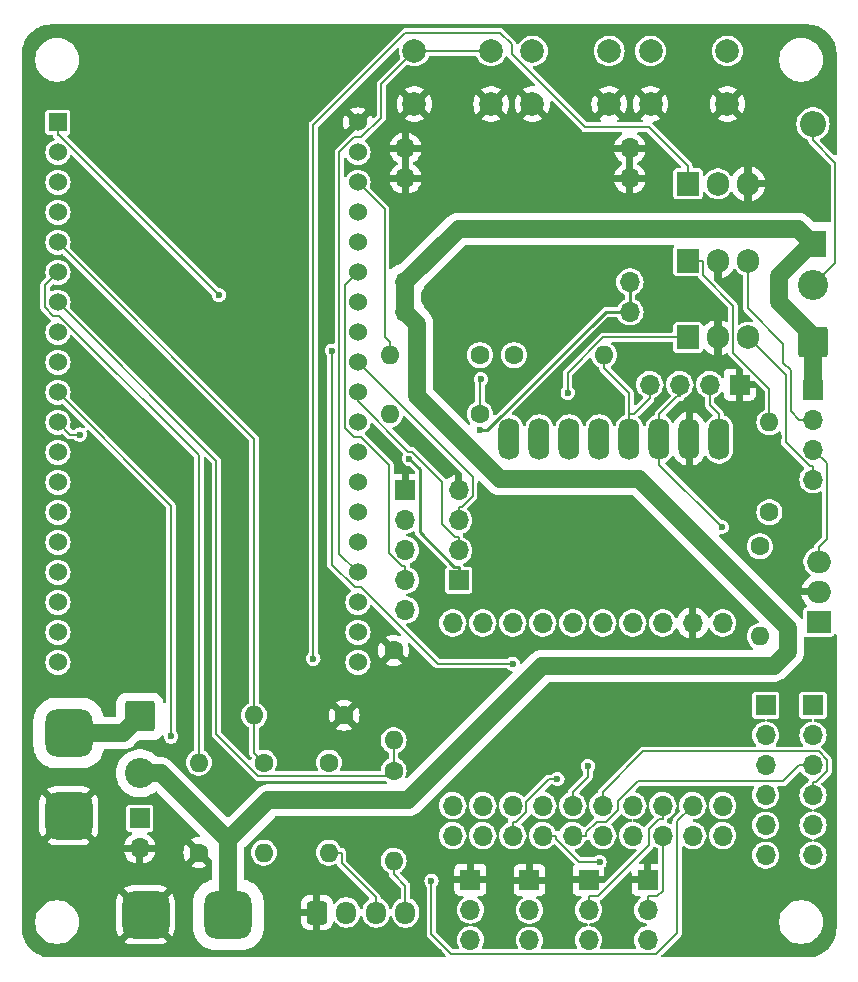
<source format=gbr>
%TF.GenerationSoftware,KiCad,Pcbnew,8.0.0*%
%TF.CreationDate,2024-07-03T13:45:23+02:00*%
%TF.ProjectId,KIBO V1,4b49424f-2056-4312-9e6b-696361645f70,rev?*%
%TF.SameCoordinates,Original*%
%TF.FileFunction,Copper,L1,Top*%
%TF.FilePolarity,Positive*%
%FSLAX46Y46*%
G04 Gerber Fmt 4.6, Leading zero omitted, Abs format (unit mm)*
G04 Created by KiCad (PCBNEW 8.0.0) date 2024-07-03 13:45:23*
%MOMM*%
%LPD*%
G01*
G04 APERTURE LIST*
G04 Aperture macros list*
%AMRoundRect*
0 Rectangle with rounded corners*
0 $1 Rounding radius*
0 $2 $3 $4 $5 $6 $7 $8 $9 X,Y pos of 4 corners*
0 Add a 4 corners polygon primitive as box body*
4,1,4,$2,$3,$4,$5,$6,$7,$8,$9,$2,$3,0*
0 Add four circle primitives for the rounded corners*
1,1,$1+$1,$2,$3*
1,1,$1+$1,$4,$5*
1,1,$1+$1,$6,$7*
1,1,$1+$1,$8,$9*
0 Add four rect primitives between the rounded corners*
20,1,$1+$1,$2,$3,$4,$5,0*
20,1,$1+$1,$4,$5,$6,$7,0*
20,1,$1+$1,$6,$7,$8,$9,0*
20,1,$1+$1,$8,$9,$2,$3,0*%
G04 Aperture macros list end*
%TA.AperFunction,ComponentPad*%
%ADD10C,1.600000*%
%TD*%
%TA.AperFunction,ComponentPad*%
%ADD11O,1.600000X1.600000*%
%TD*%
%TA.AperFunction,ComponentPad*%
%ADD12R,1.700000X1.700000*%
%TD*%
%TA.AperFunction,ComponentPad*%
%ADD13O,1.700000X1.700000*%
%TD*%
%TA.AperFunction,ComponentPad*%
%ADD14R,1.905000X2.000000*%
%TD*%
%TA.AperFunction,ComponentPad*%
%ADD15O,1.905000X2.000000*%
%TD*%
%TA.AperFunction,ComponentPad*%
%ADD16R,2.200000X2.200000*%
%TD*%
%TA.AperFunction,ComponentPad*%
%ADD17O,2.200000X2.200000*%
%TD*%
%TA.AperFunction,ComponentPad*%
%ADD18R,2.000000X1.905000*%
%TD*%
%TA.AperFunction,ComponentPad*%
%ADD19O,2.000000X1.905000*%
%TD*%
%TA.AperFunction,SMDPad,CuDef*%
%ADD20RoundRect,1.000000X-1.000000X1.000000X-1.000000X-1.000000X1.000000X-1.000000X1.000000X1.000000X0*%
%TD*%
%TA.AperFunction,ComponentPad*%
%ADD21O,1.778000X3.556000*%
%TD*%
%TA.AperFunction,ComponentPad*%
%ADD22RoundRect,0.249999X1.025001X-1.025001X1.025001X1.025001X-1.025001X1.025001X-1.025001X-1.025001X0*%
%TD*%
%TA.AperFunction,ComponentPad*%
%ADD23C,2.550000*%
%TD*%
%TA.AperFunction,ComponentPad*%
%ADD24RoundRect,0.249999X-1.025001X1.025001X-1.025001X-1.025001X1.025001X-1.025001X1.025001X1.025001X0*%
%TD*%
%TA.AperFunction,ComponentPad*%
%ADD25R,1.530000X1.530000*%
%TD*%
%TA.AperFunction,ComponentPad*%
%ADD26C,1.530000*%
%TD*%
%TA.AperFunction,ComponentPad*%
%ADD27C,2.000000*%
%TD*%
%TA.AperFunction,ComponentPad*%
%ADD28RoundRect,0.250000X-0.600000X-0.725000X0.600000X-0.725000X0.600000X0.725000X-0.600000X0.725000X0*%
%TD*%
%TA.AperFunction,ComponentPad*%
%ADD29O,1.700000X1.950000*%
%TD*%
%TA.AperFunction,SMDPad,CuDef*%
%ADD30RoundRect,1.000000X-1.000000X-1.000000X1.000000X-1.000000X1.000000X1.000000X-1.000000X1.000000X0*%
%TD*%
%TA.AperFunction,ViaPad*%
%ADD31C,0.600000*%
%TD*%
%TA.AperFunction,Conductor*%
%ADD32C,1.500000*%
%TD*%
%TA.AperFunction,Conductor*%
%ADD33C,0.200000*%
%TD*%
%TA.AperFunction,Conductor*%
%ADD34C,0.250000*%
%TD*%
G04 APERTURE END LIST*
D10*
%TO.P,R1,1*%
%TO.N,+3V3*%
X139310000Y-78500000D03*
D11*
%TO.P,R1,2*%
%TO.N,/SCL*%
X131690000Y-78500000D03*
%TD*%
D12*
%TO.P,mC2,1,ENA*%
%TO.N,/M3EN*%
X167500000Y-108150000D03*
D13*
%TO.P,mC2,2,IN1*%
%TO.N,/M3IN1*%
X167500000Y-110690000D03*
%TO.P,mC2,3,IN2*%
%TO.N,/M3IN2*%
X167500000Y-113230000D03*
%TO.P,mC2,4,IN3*%
%TO.N,/M4IN1*%
X167500000Y-115770000D03*
%TO.P,mC2,5,IN4*%
%TO.N,/M4IN2*%
X167500000Y-118310000D03*
%TO.P,mC2,6,ENB*%
%TO.N,/M4EN*%
X167500000Y-120850000D03*
%TD*%
D14*
%TO.P,Q1,1,B*%
%TO.N,/FAN*%
X156920000Y-64000000D03*
D15*
%TO.P,Q1,2,C*%
%TO.N,Net-(D1-A)*%
X159460000Y-64000000D03*
%TO.P,Q1,3,E*%
%TO.N,GND*%
X162000000Y-64000000D03*
%TD*%
D12*
%TO.P,uS2,1,NC*%
%TO.N,GND*%
X143500000Y-122960000D03*
D13*
%TO.P,uS2,2,COM*%
%TO.N,/S2*%
X143500000Y-125500000D03*
%TO.P,uS2,3,NO*%
%TO.N,+3V3*%
X143500000Y-128040000D03*
%TD*%
D12*
%TO.P,PWM1,1,GND*%
%TO.N,GND*%
X133000000Y-89925000D03*
D13*
%TO.P,PWM1,2,OE*%
%TO.N,/OE*%
X133000000Y-92465000D03*
%TO.P,PWM1,3,SCL*%
%TO.N,/SCL*%
X133000000Y-95005000D03*
%TO.P,PWM1,4,SDA*%
%TO.N,/SDA*%
X133000000Y-97545000D03*
%TO.P,PWM1,5,VCC*%
%TO.N,+3V3*%
X133000000Y-100085000D03*
%TD*%
D16*
%TO.P,D1,1,K*%
%TO.N,+11V1*%
X167500000Y-69080000D03*
D17*
%TO.P,D1,2,A*%
%TO.N,Net-(D1-A)*%
X167500000Y-58920000D03*
%TD*%
D12*
%TO.P,uS4,1,NC*%
%TO.N,GND*%
X153500000Y-122920000D03*
D13*
%TO.P,uS4,2,COM*%
%TO.N,/S4*%
X153500000Y-125460000D03*
%TO.P,uS4,3,NO*%
%TO.N,+3V3*%
X153500000Y-128000000D03*
%TD*%
D18*
%TO.P,Q4,1,B*%
%TO.N,Net-(Q4-B)*%
X168000000Y-101080000D03*
D19*
%TO.P,Q4,2,C*%
%TO.N,GND*%
X168000000Y-98540000D03*
%TO.P,Q4,3,E*%
%TO.N,Net-(D3-RK)*%
X168000000Y-96000000D03*
%TD*%
D13*
%TO.P,MP1584EN1,1,IN-*%
%TO.N,GND*%
X133000000Y-61000000D03*
%TO.P,MP1584EN1,2,IN-*%
X133000000Y-63540000D03*
%TO.P,MP1584EN1,3,IN+*%
%TO.N,+11V1*%
X133000000Y-72300000D03*
%TO.P,MP1584EN1,4,IN+*%
X133000000Y-74840000D03*
%TO.P,MP1584EN1,5,OUT-*%
%TO.N,GND*%
X152000000Y-61000000D03*
%TO.P,MP1584EN1,6,OUT-*%
X152000000Y-63540000D03*
%TO.P,MP1584EN1,7,OUT+*%
%TO.N,+5V*%
X152000000Y-72300000D03*
%TO.P,MP1584EN1,8,OUT+*%
X152000000Y-74840000D03*
%TD*%
D20*
%TO.P,OBT1,1,IN+*%
%TO.N,+11V1*%
X118000000Y-125900000D03*
%TO.P,OBT1,2,IN-*%
%TO.N,GND*%
X111000000Y-125900000D03*
%TD*%
D21*
%TO.P,GY-521,ADO,ADO*%
%TO.N,unconnected-(GY-521-PadADO)*%
X144332500Y-85602500D03*
%TO.P,GY-521,GND,GND*%
%TO.N,GND*%
X157032500Y-85602500D03*
%TO.P,GY-521,INT,INT*%
%TO.N,unconnected-(GY-521-PadINT)*%
X141792500Y-85602500D03*
%TO.P,GY-521,SCL,SCL*%
%TO.N,/SCL*%
X154492500Y-85602500D03*
%TO.P,GY-521,SDA,SDA*%
%TO.N,/SDA*%
X151952500Y-85602500D03*
%TO.P,GY-521,VCC,VCC*%
%TO.N,+3V3*%
X159572500Y-85602500D03*
%TO.P,GY-521,XCL,XCL*%
%TO.N,unconnected-(GY-521-PadXCL)*%
X146872500Y-85602500D03*
%TO.P,GY-521,XDA,XDA*%
%TO.N,unconnected-(GY-521-PadXDA)*%
X149412500Y-85602500D03*
%TD*%
D14*
%TO.P,Q3,1,B*%
%TO.N,Net-(Q3-B)*%
X156920000Y-77000000D03*
D15*
%TO.P,Q3,2,C*%
%TO.N,GND*%
X159460000Y-77000000D03*
%TO.P,Q3,3,E*%
%TO.N,Net-(D3-BK)*%
X162000000Y-77000000D03*
%TD*%
D22*
%TO.P,MF1,1,+*%
%TO.N,+11V1*%
X167500000Y-77400000D03*
D23*
%TO.P,MF1,2,-*%
%TO.N,Net-(D1-A)*%
X167500000Y-72600000D03*
%TD*%
D12*
%TO.P,uS1,1,NC*%
%TO.N,GND*%
X138500000Y-122920000D03*
D13*
%TO.P,uS1,2,COM*%
%TO.N,/S1*%
X138500000Y-125460000D03*
%TO.P,uS1,3,NO*%
%TO.N,+3V3*%
X138500000Y-128000000D03*
%TD*%
D12*
%TO.P,mC1,1,ENA*%
%TO.N,/M1EN*%
X163500000Y-108150000D03*
D13*
%TO.P,mC1,2,IN1*%
%TO.N,/M1IN1*%
X163500000Y-110690000D03*
%TO.P,mC1,3,IN2*%
%TO.N,/M1IN2*%
X163500000Y-113230000D03*
%TO.P,mC1,4,IN3*%
%TO.N,/M2IN1*%
X163500000Y-115770000D03*
%TO.P,mC1,5,IN4*%
%TO.N,/M2IN2*%
X163500000Y-118310000D03*
%TO.P,mC1,6,ENB*%
%TO.N,/M2EN*%
X163500000Y-120850000D03*
%TD*%
D24*
%TO.P,SWP1,1,A*%
%TO.N,Net-(BT1-+)*%
X110500000Y-109100000D03*
D23*
%TO.P,SWP1,2,B*%
%TO.N,+11V1*%
X110500000Y-113900000D03*
%TD*%
D14*
%TO.P,Q2,1,B*%
%TO.N,Net-(Q2-B)*%
X156920000Y-70500000D03*
D15*
%TO.P,Q2,2,C*%
%TO.N,GND*%
X159460000Y-70500000D03*
%TO.P,Q2,3,E*%
%TO.N,Net-(D3-GK)*%
X162000000Y-70500000D03*
%TD*%
D10*
%TO.P,R7,1*%
%TO.N,GND*%
X127810000Y-109000000D03*
D11*
%TO.P,R7,2*%
%TO.N,/CLL1*%
X120190000Y-109000000D03*
%TD*%
D12*
%TO.P,uSR1,1,VCC*%
%TO.N,+5V*%
X137500000Y-97580000D03*
D13*
%TO.P,uSR1,2,TRIG*%
%TO.N,/TRIG*%
X137500000Y-95040000D03*
%TO.P,uSR1,3,ECHO*%
%TO.N,/ECHO*%
X137500000Y-92500000D03*
%TO.P,uSR1,4,GND*%
%TO.N,GND*%
X137500000Y-89960000D03*
%TD*%
D10*
%TO.P,R10,1*%
%TO.N,/CLL3*%
X132000000Y-113690000D03*
D11*
%TO.P,R10,2*%
%TO.N,Net-(J1-Pin_4)*%
X132000000Y-121310000D03*
%TD*%
D12*
%TO.P,DM1,1,GND*%
%TO.N,GND*%
X161300000Y-81000000D03*
D13*
%TO.P,DM1,2,VCC_IN*%
%TO.N,+3V3*%
X158760000Y-81000000D03*
%TO.P,DM1,3,SCL*%
%TO.N,/SCL*%
X156220000Y-81000000D03*
%TO.P,DM1,4,SDA*%
%TO.N,/SDA*%
X153680000Y-81000000D03*
%TD*%
D10*
%TO.P,R6,1*%
%TO.N,/CLL1*%
X121000000Y-113000000D03*
D11*
%TO.P,R6,2*%
%TO.N,Net-(J1-Pin_2)*%
X121000000Y-120620000D03*
%TD*%
D25*
%TO.P,ESP32,1,3V3*%
%TO.N,+3V3*%
X103572500Y-58800000D03*
D26*
%TO.P,ESP32,2,EN*%
%TO.N,unconnected-(ESP32-EN-Pad2)*%
X103572500Y-61340000D03*
%TO.P,ESP32,3,SENSOR_VP*%
%TO.N,unconnected-(ESP32-SENSOR_VP-Pad3)*%
X103572500Y-63880000D03*
%TO.P,ESP32,4,SENSOR_VN*%
%TO.N,unconnected-(ESP32-SENSOR_VN-Pad4)*%
X103572500Y-66420000D03*
%TO.P,ESP32,5,IO34*%
%TO.N,/CLL1*%
X103572500Y-68960000D03*
%TO.P,ESP32,6,IO35*%
%TO.N,/CLL2*%
X103572500Y-71500000D03*
%TO.P,ESP32,7,IO32*%
%TO.N,/CLL3*%
X103572500Y-74040000D03*
%TO.P,ESP32,8,IO33*%
%TO.N,/SW3*%
X103572500Y-76580000D03*
%TO.P,ESP32,9,IO25*%
%TO.N,/M3EN*%
X103572500Y-79120000D03*
%TO.P,ESP32,10,IO26*%
%TO.N,/M4EN*%
X103572500Y-81660000D03*
%TO.P,ESP32,11,IO27*%
%TO.N,/B*%
X103572500Y-84200000D03*
%TO.P,ESP32,12,IO14*%
%TO.N,/SW2*%
X103572500Y-86740000D03*
%TO.P,ESP32,13,IO12*%
%TO.N,unconnected-(ESP32-IO12-Pad13)*%
X103572500Y-89280000D03*
%TO.P,ESP32,14,GND1*%
%TO.N,unconnected-(ESP32-GND1-Pad14)*%
X103572500Y-91820000D03*
%TO.P,ESP32,15,IO13*%
%TO.N,/OE*%
X103572500Y-94360000D03*
%TO.P,ESP32,16,SD2*%
%TO.N,unconnected-(ESP32-SD2-Pad16)*%
X103572500Y-96900000D03*
%TO.P,ESP32,17,SD3*%
%TO.N,unconnected-(ESP32-SD3-Pad17)*%
X103572500Y-99440000D03*
%TO.P,ESP32,18,CMD*%
%TO.N,unconnected-(ESP32-CMD-Pad18)*%
X103572500Y-101980000D03*
%TO.P,ESP32,19,EXT_5V*%
%TO.N,+5V*%
X103572500Y-104520000D03*
%TO.P,ESP32,20,CLK*%
%TO.N,unconnected-(ESP32-CLK-Pad20)*%
X128972500Y-104520000D03*
%TO.P,ESP32,21,SD0*%
%TO.N,unconnected-(ESP32-SD0-Pad21)*%
X128972500Y-101980000D03*
%TO.P,ESP32,22,SD1*%
%TO.N,unconnected-(ESP32-SD1-Pad22)*%
X128972500Y-99440000D03*
%TO.P,ESP32,23,IO15*%
%TO.N,/SW1*%
X128972500Y-96900000D03*
%TO.P,ESP32,24,IO2*%
%TO.N,unconnected-(ESP32-IO2-Pad24)*%
X128972500Y-94360000D03*
%TO.P,ESP32,25,IO0*%
%TO.N,unconnected-(ESP32-IO0-Pad25)*%
X128972500Y-91820000D03*
%TO.P,ESP32,26,IO4*%
%TO.N,unconnected-(ESP32-IO4-Pad26)*%
X128972500Y-89280000D03*
%TO.P,ESP32,27,IO16*%
%TO.N,/R*%
X128972500Y-86740000D03*
%TO.P,ESP32,28,IO17*%
%TO.N,/G*%
X128972500Y-84200000D03*
%TO.P,ESP32,29,IO5*%
%TO.N,/TRIG*%
X128972500Y-81660000D03*
%TO.P,ESP32,30,IO18*%
%TO.N,/ECHO*%
X128972500Y-79120000D03*
%TO.P,ESP32,31,IO19*%
%TO.N,/M1EN*%
X128972500Y-76580000D03*
%TO.P,ESP32,32,GND2*%
%TO.N,unconnected-(ESP32-GND2-Pad32)*%
X128972500Y-74040000D03*
%TO.P,ESP32,33,IO21*%
%TO.N,/SDA*%
X128972500Y-71500000D03*
%TO.P,ESP32,34,RXD0*%
%TO.N,unconnected-(ESP32-RXD0-Pad34)*%
X128972500Y-68960000D03*
%TO.P,ESP32,35,TXD0*%
%TO.N,unconnected-(ESP32-TXD0-Pad35)*%
X128972500Y-66420000D03*
%TO.P,ESP32,36,IO22*%
%TO.N,/SCL*%
X128972500Y-63880000D03*
%TO.P,ESP32,37,IO23*%
%TO.N,/M2EN*%
X128972500Y-61340000D03*
%TO.P,ESP32,38,GND3*%
%TO.N,GND*%
X128972500Y-58800000D03*
%TD*%
D13*
%TO.P,MCP23017,1,A2*%
%TO.N,unconnected-(MCP23017-A2-Pad1)*%
X137000000Y-101180000D03*
%TO.P,MCP23017,2,A1*%
%TO.N,unconnected-(MCP23017-A1-Pad2)*%
X139540000Y-101180000D03*
%TO.P,MCP23017,3,A0*%
%TO.N,unconnected-(MCP23017-A0-Pad3)*%
X142080000Y-101180000D03*
%TO.P,MCP23017,4,RESET*%
%TO.N,unconnected-(MCP23017-RESET-Pad4)*%
X144620000Y-101180000D03*
%TO.P,MCP23017,5,NC/SO*%
%TO.N,unconnected-(MCP23017-NC{slash}SO-Pad5)*%
X147160000Y-101180000D03*
%TO.P,MCP23017,6,NC/CS*%
%TO.N,unconnected-(MCP23017-NC{slash}CS-Pad6)*%
X149700000Y-101180000D03*
%TO.P,MCP23017,7,SDA*%
%TO.N,/SDA*%
X152240000Y-101180000D03*
%TO.P,MCP23017,8,SCK*%
%TO.N,/SCL*%
X154780000Y-101180000D03*
%TO.P,MCP23017,9,GND*%
%TO.N,GND*%
X157320000Y-101180000D03*
%TO.P,MCP23017,10,VCC*%
%TO.N,+3V3*%
X159860000Y-101180000D03*
%TO.P,MCP23017,11,VCC*%
%TO.N,unconnected-(MCP23017-VCC-Pad11)*%
X137000000Y-116640000D03*
%TO.P,MCP23017,12,GND*%
%TO.N,unconnected-(MCP23017-GND-Pad12)*%
X137000000Y-119180000D03*
%TO.P,MCP23017,13,ITB*%
%TO.N,unconnected-(MCP23017-ITB-Pad13)*%
X139540000Y-116640000D03*
%TO.P,MCP23017,14,ITA*%
%TO.N,unconnected-(MCP23017-ITA-Pad14)*%
X139540000Y-119180000D03*
%TO.P,MCP23017,15,B0*%
%TO.N,/M1IN1*%
X142080000Y-116640000D03*
%TO.P,MCP23017,16,A0*%
%TO.N,/M1IN2*%
X142080000Y-119180000D03*
%TO.P,MCP23017,17,B1*%
%TO.N,/M2IN1*%
X144620000Y-116640000D03*
%TO.P,MCP23017,18,A1*%
%TO.N,/M2IN2*%
X144620000Y-119180000D03*
%TO.P,MCP23017,19,B2*%
%TO.N,/M3IN1*%
X147160000Y-116640000D03*
%TO.P,MCP23017,20,A2*%
%TO.N,/M3IN2*%
X147160000Y-119180000D03*
%TO.P,MCP23017,21,B3*%
%TO.N,/M4IN1*%
X149700000Y-116640000D03*
%TO.P,MCP23017,22,A3*%
%TO.N,/M4IN2*%
X149700000Y-119180000D03*
%TO.P,MCP23017,23,B4*%
%TO.N,/S1*%
X152240000Y-116640000D03*
%TO.P,MCP23017,24,A4*%
%TO.N,/S2*%
X152240000Y-119180000D03*
%TO.P,MCP23017,25,B5*%
%TO.N,/S3*%
X154780000Y-116640000D03*
%TO.P,MCP23017,26,A5*%
%TO.N,/S4*%
X154780000Y-119180000D03*
%TO.P,MCP23017,27,B6*%
%TO.N,/FAN*%
X157320000Y-116640000D03*
%TO.P,MCP23017,28,A6*%
%TO.N,unconnected-(MCP23017-A6-Pad28)*%
X157320000Y-119180000D03*
%TO.P,MCP23017,30,A7*%
%TO.N,unconnected-(MCP23017-A7-Pad30)*%
X159860000Y-119180000D03*
%TO.P,MCP23017,31*%
%TO.N,N/C*%
X159860000Y-116640000D03*
%TD*%
D12*
%TO.P,uS3,1,NC*%
%TO.N,GND*%
X148500000Y-122920000D03*
D13*
%TO.P,uS3,2,COM*%
%TO.N,/S3*%
X148500000Y-125460000D03*
%TO.P,uS3,3,NO*%
%TO.N,+3V3*%
X148500000Y-128000000D03*
%TD*%
D12*
%TO.P,ESP32c1,1,5V*%
%TO.N,+5V*%
X110500000Y-117725000D03*
D13*
%TO.P,ESP32c1,2,GND@3*%
%TO.N,GND*%
X110500000Y-120265000D03*
%TD*%
D10*
%TO.P,R9,1*%
%TO.N,GND*%
X115500000Y-120620000D03*
D11*
%TO.P,R9,2*%
%TO.N,/CLL2*%
X115500000Y-113000000D03*
%TD*%
D27*
%TO.P,SWC1,1,1*%
%TO.N,/SW1*%
X133750000Y-52750000D03*
X140250000Y-52750000D03*
%TO.P,SWC1,2,2*%
%TO.N,GND*%
X133750000Y-57250000D03*
X140250000Y-57250000D03*
%TD*%
%TO.P,SWC3,1,1*%
%TO.N,/SW3*%
X153750000Y-52750000D03*
X160250000Y-52750000D03*
%TO.P,SWC3,2,2*%
%TO.N,GND*%
X153750000Y-57250000D03*
X160250000Y-57250000D03*
%TD*%
D10*
%TO.P,R11,1*%
%TO.N,GND*%
X132000000Y-103500000D03*
D11*
%TO.P,R11,2*%
%TO.N,/CLL3*%
X132000000Y-111120000D03*
%TD*%
D10*
%TO.P,R4,1*%
%TO.N,/G*%
X163810000Y-91810000D03*
D11*
%TO.P,R4,2*%
%TO.N,Net-(Q2-B)*%
X163810000Y-84190000D03*
%TD*%
D28*
%TO.P,J1,1,Pin_1*%
%TO.N,GND*%
X125500000Y-125700000D03*
D29*
%TO.P,J1,2,Pin_2*%
%TO.N,Net-(J1-Pin_2)*%
X128000000Y-125700000D03*
%TO.P,J1,3,Pin_3*%
%TO.N,Net-(J1-Pin_3)*%
X130500000Y-125700000D03*
%TO.P,J1,4,Pin_4*%
%TO.N,Net-(J1-Pin_4)*%
X133000000Y-125700000D03*
%TD*%
D10*
%TO.P,R8,1*%
%TO.N,/CLL2*%
X126500000Y-113000000D03*
D11*
%TO.P,R8,2*%
%TO.N,Net-(J1-Pin_3)*%
X126500000Y-120620000D03*
%TD*%
D10*
%TO.P,R5,1*%
%TO.N,/R*%
X163000000Y-94690000D03*
D11*
%TO.P,R5,2*%
%TO.N,Net-(Q4-B)*%
X163000000Y-102310000D03*
%TD*%
D30*
%TO.P,BT1,1,+*%
%TO.N,Net-(BT1-+)*%
X104500000Y-110500000D03*
%TO.P,BT1,2,-*%
%TO.N,GND*%
X104500000Y-117500000D03*
%TD*%
D27*
%TO.P,SWC2,1,1*%
%TO.N,/SW2*%
X143750000Y-52750000D03*
X150250000Y-52750000D03*
%TO.P,SWC2,2,2*%
%TO.N,GND*%
X143750000Y-57250000D03*
X150250000Y-57250000D03*
%TD*%
D10*
%TO.P,R2,1*%
%TO.N,+3V3*%
X142190000Y-78500000D03*
D11*
%TO.P,R2,2*%
%TO.N,/SDA*%
X149810000Y-78500000D03*
%TD*%
D10*
%TO.P,R3,1*%
%TO.N,/B*%
X139310000Y-83500000D03*
D11*
%TO.P,R3,2*%
%TO.N,Net-(Q3-B)*%
X131690000Y-83500000D03*
%TD*%
D12*
%TO.P,D3,1,A*%
%TO.N,+11V1*%
X167500000Y-81420000D03*
D13*
%TO.P,D3,2,GK*%
%TO.N,Net-(D3-GK)*%
X167500000Y-83960000D03*
%TO.P,D3,3,RK*%
%TO.N,Net-(D3-RK)*%
X167500000Y-86500000D03*
%TO.P,D3,4,BK*%
%TO.N,Net-(D3-BK)*%
X167500000Y-89040000D03*
%TD*%
D31*
%TO.N,GND*%
X134400000Y-85800000D03*
X157800000Y-98000000D03*
X108600000Y-76600000D03*
X126400000Y-76800000D03*
X136600000Y-107200000D03*
X118600000Y-101800000D03*
X159200000Y-102800000D03*
X135800000Y-129000000D03*
X163000000Y-57600000D03*
X160000000Y-79000000D03*
X165200000Y-63800000D03*
X122800000Y-122800000D03*
X166200000Y-92600000D03*
X159200000Y-108600000D03*
X139600000Y-106200000D03*
X126000000Y-87600000D03*
X136600000Y-103400000D03*
X162000000Y-83200000D03*
X140800000Y-120400000D03*
X141000000Y-82400000D03*
X126400000Y-61000000D03*
X126800000Y-100600000D03*
X163200000Y-93200000D03*
X151000000Y-125800000D03*
X158400000Y-90000000D03*
X106200000Y-123400000D03*
X164600000Y-85400000D03*
X116200000Y-54400000D03*
X138800000Y-69800000D03*
X161000000Y-72800000D03*
X111400000Y-72400000D03*
X160800000Y-90800000D03*
X134400000Y-121400000D03*
X137800000Y-82800000D03*
X147000000Y-74800000D03*
X131000000Y-61200000D03*
X155200000Y-98000000D03*
X162400000Y-123200000D03*
X146000000Y-126000000D03*
X149400000Y-70800000D03*
X105800000Y-80600000D03*
X126400000Y-69600000D03*
X118600000Y-115600000D03*
X165400000Y-98000000D03*
X123400000Y-90000000D03*
X133800000Y-66400000D03*
X142400000Y-61800000D03*
X156000000Y-59600000D03*
X133000000Y-84400000D03*
X161000000Y-94400000D03*
X114400000Y-109000000D03*
X140400000Y-103400000D03*
X123600000Y-119400000D03*
X145600000Y-83600000D03*
X145600000Y-107200000D03*
X141000000Y-113600000D03*
X126200000Y-97200000D03*
X160600000Y-93600000D03*
X156200000Y-73000000D03*
X116200000Y-66600000D03*
X155200000Y-66000000D03*
%TO.N,/FAN*%
X125200000Y-104200000D03*
X135200000Y-123000000D03*
%TO.N,Net-(Q3-B)*%
X146734400Y-81677600D03*
%TO.N,/SCL*%
X159768000Y-93064500D03*
%TO.N,+3V3*%
X117203100Y-73415500D03*
%TO.N,/B*%
X139387500Y-80553200D03*
X105435000Y-85229000D03*
%TO.N,+5V*%
X139278100Y-84857300D03*
X133316400Y-87273000D03*
%TO.N,/M3IN1*%
X148459500Y-113296000D03*
%TO.N,/M2IN2*%
X149430000Y-121400900D03*
%TO.N,/M1IN2*%
X145866500Y-114414400D03*
%TO.N,/M1EN*%
X126767700Y-78118000D03*
X142090900Y-104630000D03*
%TO.N,/M4EN*%
X113150500Y-110792400D03*
%TD*%
D32*
%TO.N,Net-(BT1-+)*%
X104500000Y-110500000D02*
X109100000Y-110500000D01*
X109100000Y-110500000D02*
X110500000Y-109100000D01*
D33*
%TO.N,Net-(D1-A)*%
X167500000Y-72600000D02*
X169400000Y-70700000D01*
X169400000Y-70700000D02*
X169400000Y-62221700D01*
X167500000Y-60321700D02*
X167500000Y-58920000D01*
X169400000Y-62221700D02*
X167500000Y-60321700D01*
D32*
%TO.N,+11V1*%
X165400000Y-101600000D02*
X152800000Y-89000000D01*
X167500000Y-81420000D02*
X167500000Y-77400000D01*
X164600000Y-74000000D02*
X164600000Y-71787700D01*
X164600000Y-71787700D02*
X167308000Y-69080000D01*
X118000000Y-119597000D02*
X118000000Y-125900000D01*
X152800000Y-89000000D02*
X141000000Y-89000000D01*
X134000000Y-75840000D02*
X133000000Y-74840000D01*
X110500000Y-113900000D02*
X112303000Y-113900000D01*
X167500000Y-76900000D02*
X164600000Y-74000000D01*
X166220000Y-67800000D02*
X167500000Y-69080000D01*
X121397000Y-116200000D02*
X133200000Y-116200000D01*
X167500000Y-77400000D02*
X167500000Y-76900000D01*
X164200000Y-104800000D02*
X165400000Y-103600000D01*
X167308000Y-69080000D02*
X167500000Y-69080000D01*
X133200000Y-116200000D02*
X144600000Y-104800000D01*
X137500000Y-67800000D02*
X166220000Y-67800000D01*
X133000000Y-74840000D02*
X133000000Y-72300000D01*
X112303000Y-113900000D02*
X118000000Y-119597000D01*
X165400000Y-103600000D02*
X165400000Y-101600000D01*
X118000000Y-119597000D02*
X121397000Y-116200000D01*
X133000000Y-72300000D02*
X137500000Y-67800000D01*
X141000000Y-89000000D02*
X134000000Y-82000000D01*
X134000000Y-82000000D02*
X134000000Y-75840000D01*
X144600000Y-104800000D02*
X164200000Y-104800000D01*
D33*
%TO.N,Net-(D3-GK)*%
X165600000Y-79800000D02*
X165000000Y-79200000D01*
X162000000Y-74550000D02*
X162000000Y-70500000D01*
X165000000Y-79200000D02*
X165000000Y-77550000D01*
X167500000Y-83960000D02*
X166348300Y-83960000D01*
X165000000Y-77550000D02*
X162000000Y-74550000D01*
X166348300Y-83960000D02*
X165600000Y-83211700D01*
X165600000Y-83211700D02*
X165600000Y-79800000D01*
%TO.N,Net-(D3-RK)*%
X167500000Y-86500000D02*
X168655700Y-87655700D01*
X168000000Y-96000000D02*
X168000000Y-94745800D01*
X168655700Y-87655700D02*
X168655700Y-94090100D01*
X168655700Y-94090100D02*
X168000000Y-94745800D01*
%TO.N,Net-(D3-BK)*%
X162000000Y-77000000D02*
X165200000Y-80200000D01*
X165200000Y-85876200D02*
X167212100Y-87888300D01*
X165200000Y-80200000D02*
X165200000Y-85876200D01*
X167212100Y-87888300D02*
X167500000Y-87888300D01*
X167500000Y-87888300D02*
X167500000Y-89040000D01*
%TO.N,/FAN*%
X156000000Y-117960000D02*
X157320000Y-116640000D01*
X156920000Y-62520000D02*
X156920000Y-64000000D01*
X135200000Y-123000000D02*
X135200000Y-127551471D01*
X142000000Y-53000000D02*
X148200000Y-59200000D01*
X133000000Y-51200000D02*
X141000000Y-51200000D01*
X142000000Y-52200000D02*
X142000000Y-53000000D01*
X148200000Y-59200000D02*
X153600000Y-59200000D01*
X156000000Y-127400000D02*
X156000000Y-117960000D01*
X135200000Y-127551471D02*
X136848529Y-129200000D01*
X136848529Y-129200000D02*
X154200000Y-129200000D01*
X154200000Y-129200000D02*
X156000000Y-127400000D01*
X125200000Y-59000000D02*
X133000000Y-51200000D01*
X141000000Y-51200000D02*
X142000000Y-52200000D01*
X153600000Y-59200000D02*
X156920000Y-62520000D01*
X125200000Y-104200000D02*
X125200000Y-59000000D01*
%TO.N,Net-(Q2-B)*%
X160730000Y-78299300D02*
X160730000Y-74310000D01*
X160730000Y-74310000D02*
X158174200Y-71754200D01*
X156920000Y-70500000D02*
X158174200Y-70500000D01*
X163810000Y-84190000D02*
X163810000Y-81379300D01*
X158174200Y-71754200D02*
X158174200Y-70500000D01*
X163810000Y-81379300D02*
X160730000Y-78299300D01*
%TO.N,Net-(Q3-B)*%
X156920000Y-77000000D02*
X149721700Y-77000000D01*
X149721700Y-77000000D02*
X146734400Y-79987300D01*
X146734400Y-79987300D02*
X146734400Y-81677600D01*
%TO.N,/SCL*%
X128972500Y-63880000D02*
X131233500Y-66141000D01*
X131233500Y-76941800D02*
X131690000Y-77398300D01*
X156220000Y-81000000D02*
X156220000Y-81985400D01*
X131690000Y-78500000D02*
X131690000Y-77398300D01*
X159768000Y-93064500D02*
X154492500Y-87789000D01*
X131233500Y-66141000D02*
X131233500Y-76941800D01*
X156029900Y-81985400D02*
X154492500Y-83522800D01*
X154492500Y-85602500D02*
X154492500Y-83522800D01*
X156220000Y-81985400D02*
X156029900Y-81985400D01*
X154492500Y-87789000D02*
X154492500Y-85602500D01*
%TO.N,+3V3*%
X103572500Y-58800000D02*
X103572500Y-59866700D01*
X158760000Y-81000000D02*
X158760000Y-82710300D01*
X103572500Y-59866700D02*
X103654300Y-59866700D01*
X103654300Y-59866700D02*
X117203100Y-73415500D01*
X159572500Y-85602500D02*
X159572500Y-83522800D01*
X158760000Y-82710300D02*
X159572500Y-83522800D01*
%TO.N,/SDA*%
X129266000Y-85470000D02*
X128665800Y-85470000D01*
X127872900Y-84677100D02*
X127872900Y-72599600D01*
X131610200Y-95272000D02*
X131610200Y-87814200D01*
X151952500Y-81744200D02*
X151952500Y-83522800D01*
X133000000Y-96393300D02*
X132731500Y-96393300D01*
X131610200Y-87814200D02*
X129266000Y-85470000D01*
X149810000Y-78500000D02*
X149810000Y-79601700D01*
X128665800Y-85470000D02*
X127872900Y-84677100D01*
X153680000Y-81000000D02*
X153680000Y-82151700D01*
X151952500Y-85602500D02*
X151952500Y-83522800D01*
X132731500Y-96393300D02*
X131610200Y-95272000D01*
X153680000Y-82151700D02*
X152308900Y-83522800D01*
X152308900Y-83522800D02*
X151952500Y-83522800D01*
X133000000Y-97545000D02*
X133000000Y-96393300D01*
X149810000Y-79601700D02*
X151952500Y-81744200D01*
X127872900Y-72599600D02*
X128972500Y-71500000D01*
%TO.N,/B*%
X139387500Y-80553200D02*
X139310000Y-80630700D01*
X104601500Y-85229000D02*
X105435000Y-85229000D01*
X139310000Y-80630700D02*
X139310000Y-83500000D01*
X103572500Y-84200000D02*
X104601500Y-85229000D01*
D34*
%TO.N,+5V*%
X137132300Y-96403300D02*
X134231500Y-93502500D01*
X149946700Y-74840000D02*
X139929400Y-84857300D01*
X137500000Y-96403300D02*
X137132300Y-96403300D01*
X137500000Y-97580000D02*
X137500000Y-96403300D01*
X152000000Y-74840000D02*
X150823300Y-74840000D01*
X150823300Y-74840000D02*
X149946700Y-74840000D01*
X134231500Y-93502500D02*
X134231500Y-88188100D01*
X134231500Y-88188100D02*
X133316400Y-87273000D01*
X152000000Y-74840000D02*
X152000000Y-72300000D01*
X139929400Y-84857300D02*
X139278100Y-84857300D01*
D33*
%TO.N,/TRIG*%
X128972500Y-82411200D02*
X128972500Y-81660000D01*
X133565600Y-86671300D02*
X133232600Y-86671300D01*
X136110200Y-89215900D02*
X133565600Y-86671300D01*
X133232600Y-86671300D02*
X128972500Y-82411200D01*
X137231500Y-93888300D02*
X136110200Y-92767000D01*
X137500000Y-95040000D02*
X137500000Y-93888300D01*
X137500000Y-93888300D02*
X137231500Y-93888300D01*
X136110200Y-92767000D02*
X136110200Y-89215900D01*
%TO.N,/ECHO*%
X138687500Y-90429300D02*
X137768500Y-91348300D01*
X137500000Y-92500000D02*
X137500000Y-91348300D01*
X128972500Y-79120000D02*
X138687500Y-88835000D01*
X138687500Y-88835000D02*
X138687500Y-90429300D01*
X137768500Y-91348300D02*
X137500000Y-91348300D01*
%TO.N,/M4IN1*%
X167971400Y-112063400D02*
X153124900Y-112063400D01*
X149700000Y-116640000D02*
X149700000Y-115488300D01*
X168695400Y-112787400D02*
X167971400Y-112063400D01*
X167500000Y-115770000D02*
X167500000Y-114618300D01*
X167500000Y-114618300D02*
X167787900Y-114618300D01*
X167787900Y-114618300D02*
X168695400Y-113710800D01*
X168695400Y-113710800D02*
X168695400Y-112787400D01*
X153124900Y-112063400D02*
X149700000Y-115488300D01*
%TO.N,/M3IN1*%
X147160000Y-115488300D02*
X148459500Y-114188800D01*
X147160000Y-116640000D02*
X147160000Y-115488300D01*
X148459500Y-114188800D02*
X148459500Y-113296000D01*
%TO.N,/S4*%
X154780000Y-119180000D02*
X154780000Y-123842800D01*
X153500000Y-125460000D02*
X153500000Y-124308300D01*
X154780000Y-123842800D02*
X154314500Y-124308300D01*
X154314500Y-124308300D02*
X153500000Y-124308300D01*
%TO.N,/M3IN2*%
X149175400Y-118028300D02*
X150000000Y-118028300D01*
X150000000Y-118028300D02*
X150970000Y-117058300D01*
X165004800Y-114573500D02*
X166348300Y-113230000D01*
X147160000Y-119180000D02*
X148311700Y-119180000D01*
X150970000Y-117058300D02*
X150970000Y-116274100D01*
X167500000Y-113230000D02*
X166348300Y-113230000D01*
X152670600Y-114573500D02*
X165004800Y-114573500D01*
X150970000Y-116274100D02*
X152670600Y-114573500D01*
X148311700Y-119180000D02*
X148311700Y-118892000D01*
X148311700Y-118892000D02*
X149175400Y-118028300D01*
%TO.N,/M2IN2*%
X144620000Y-119180000D02*
X145771700Y-119180000D01*
X147704700Y-121400900D02*
X149430000Y-121400900D01*
X145771700Y-119180000D02*
X145771700Y-119467900D01*
X145771700Y-119467900D02*
X147704700Y-121400900D01*
%TO.N,/M1IN2*%
X143231700Y-116366300D02*
X145183600Y-114414400D01*
X142368000Y-118028300D02*
X143231700Y-117164600D01*
X142080000Y-119180000D02*
X142080000Y-118028300D01*
X145183600Y-114414400D02*
X145866500Y-114414400D01*
X143231700Y-117164600D02*
X143231700Y-116366300D01*
X142080000Y-118028300D02*
X142368000Y-118028300D01*
%TO.N,/S3*%
X154780000Y-117791700D02*
X154492000Y-117791700D01*
X148500000Y-125460000D02*
X148500000Y-124308300D01*
X149314500Y-124308300D02*
X148500000Y-124308300D01*
X154492000Y-117791700D02*
X153628300Y-118655400D01*
X153628300Y-118655400D02*
X153628300Y-119994500D01*
X153628300Y-119994500D02*
X149314500Y-124308300D01*
X154780000Y-116640000D02*
X154780000Y-117791700D01*
%TO.N,Net-(J1-Pin_4)*%
X133000000Y-123411700D02*
X132000000Y-122411700D01*
X133000000Y-125700000D02*
X133000000Y-123411700D01*
X132000000Y-121310000D02*
X132000000Y-122411700D01*
%TO.N,/M1EN*%
X129265200Y-98170000D02*
X135725200Y-104630000D01*
X135725200Y-104630000D02*
X142090900Y-104630000D01*
X126767700Y-78118000D02*
X126767700Y-96252100D01*
X126767700Y-96252100D02*
X128685600Y-98170000D01*
X128685600Y-98170000D02*
X129265200Y-98170000D01*
%TO.N,Net-(J1-Pin_3)*%
X130500000Y-124423300D02*
X127601700Y-121525000D01*
X126500000Y-120620000D02*
X127601700Y-120620000D01*
X130500000Y-125700000D02*
X130500000Y-124423300D01*
X127601700Y-121525000D02*
X127601700Y-120620000D01*
%TO.N,/CLL1*%
X121000000Y-113000000D02*
X120190000Y-112190000D01*
X120190000Y-85577500D02*
X103572500Y-68960000D01*
X120190000Y-112190000D02*
X120190000Y-109000000D01*
X120190000Y-109000000D02*
X120190000Y-85577500D01*
%TO.N,/CLL2*%
X103572500Y-71500000D02*
X102496200Y-72576300D01*
X103192400Y-75168400D02*
X103700900Y-75168400D01*
X102496200Y-72576300D02*
X102496200Y-74472200D01*
X102496200Y-74472200D02*
X103192400Y-75168400D01*
X115500000Y-86967500D02*
X115500000Y-113000000D01*
X103700900Y-75168400D02*
X115500000Y-86967500D01*
%TO.N,/CLL3*%
X116984900Y-87452400D02*
X103572500Y-74040000D01*
X132000000Y-113690000D02*
X131541500Y-114148500D01*
X120519400Y-114148500D02*
X116984900Y-110614000D01*
X132000000Y-111120000D02*
X132000000Y-113690000D01*
X131541500Y-114148500D02*
X120519400Y-114148500D01*
X116984900Y-110614000D02*
X116984900Y-87452400D01*
%TO.N,/M4EN*%
X113150500Y-110792400D02*
X113150500Y-91238000D01*
X113150500Y-91238000D02*
X103572500Y-81660000D01*
%TO.N,/SW1*%
X127410400Y-61336700D02*
X128677100Y-60070000D01*
X130956400Y-55543600D02*
X133750000Y-52750000D01*
X129275900Y-60070000D02*
X130956400Y-58389500D01*
X127410400Y-95337900D02*
X127410400Y-61336700D01*
X128972500Y-96900000D02*
X127410400Y-95337900D01*
X130956400Y-58389500D02*
X130956400Y-55543600D01*
X140250000Y-52750000D02*
X133750000Y-52750000D01*
X128677100Y-60070000D02*
X129275900Y-60070000D01*
%TD*%
%TA.AperFunction,Conductor*%
%TO.N,GND*%
G36*
X133300000Y-63135855D02*
G01*
X133192993Y-63074075D01*
X133065826Y-63040000D01*
X132934174Y-63040000D01*
X132807007Y-63074075D01*
X132700000Y-63135855D01*
X132700000Y-61404144D01*
X132807007Y-61465925D01*
X132934174Y-61500000D01*
X133065826Y-61500000D01*
X133192993Y-61465925D01*
X133300000Y-61404144D01*
X133300000Y-63135855D01*
G37*
%TD.AperFunction*%
%TA.AperFunction,Conductor*%
G36*
X167003736Y-50500726D02*
G01*
X167293796Y-50518271D01*
X167308659Y-50520076D01*
X167590798Y-50571780D01*
X167605335Y-50575363D01*
X167879172Y-50660695D01*
X167893163Y-50666000D01*
X168154743Y-50783727D01*
X168167989Y-50790680D01*
X168413465Y-50939075D01*
X168425776Y-50947573D01*
X168651573Y-51124473D01*
X168662781Y-51134403D01*
X168865596Y-51337218D01*
X168875526Y-51348426D01*
X169012500Y-51523261D01*
X169052422Y-51574217D01*
X169060926Y-51586537D01*
X169197333Y-51812181D01*
X169209316Y-51832004D01*
X169216275Y-51845263D01*
X169333997Y-52106831D01*
X169339306Y-52120832D01*
X169424635Y-52394663D01*
X169428219Y-52409201D01*
X169479923Y-52691340D01*
X169481728Y-52706205D01*
X169499274Y-52996263D01*
X169499500Y-53003750D01*
X169499500Y-61455445D01*
X169479815Y-61522484D01*
X169427011Y-61568239D01*
X169357853Y-61578183D01*
X169294297Y-61549158D01*
X169287819Y-61543126D01*
X168108852Y-60364159D01*
X168075367Y-60302836D01*
X168080351Y-60233144D01*
X168122223Y-60177211D01*
X168137513Y-60167424D01*
X168268626Y-60096470D01*
X168451784Y-59953913D01*
X168608979Y-59783153D01*
X168735924Y-59588849D01*
X168829157Y-59376300D01*
X168886134Y-59151305D01*
X168886135Y-59151297D01*
X168905300Y-58920006D01*
X168905300Y-58919993D01*
X168886135Y-58688702D01*
X168886133Y-58688691D01*
X168829157Y-58463699D01*
X168735924Y-58251151D01*
X168608983Y-58056852D01*
X168608980Y-58056849D01*
X168608979Y-58056847D01*
X168451784Y-57886087D01*
X168451779Y-57886083D01*
X168451777Y-57886081D01*
X168268634Y-57743535D01*
X168268628Y-57743531D01*
X168064504Y-57633064D01*
X168064495Y-57633061D01*
X167844984Y-57557702D01*
X167673282Y-57529050D01*
X167616049Y-57519500D01*
X167383951Y-57519500D01*
X167338164Y-57527140D01*
X167155015Y-57557702D01*
X166935504Y-57633061D01*
X166935495Y-57633064D01*
X166731371Y-57743531D01*
X166731365Y-57743535D01*
X166548222Y-57886081D01*
X166548219Y-57886084D01*
X166391016Y-58056852D01*
X166264075Y-58251151D01*
X166170842Y-58463699D01*
X166113866Y-58688691D01*
X166113864Y-58688702D01*
X166094700Y-58919993D01*
X166094700Y-58920006D01*
X166113864Y-59151297D01*
X166113866Y-59151308D01*
X166170842Y-59376300D01*
X166264075Y-59588848D01*
X166391016Y-59783147D01*
X166391019Y-59783151D01*
X166391021Y-59783153D01*
X166548216Y-59953913D01*
X166548219Y-59953915D01*
X166548222Y-59953918D01*
X166731365Y-60096464D01*
X166731371Y-60096468D01*
X166731374Y-60096470D01*
X166935497Y-60206936D01*
X166995291Y-60227463D01*
X167015762Y-60234491D01*
X167072778Y-60274876D01*
X167098909Y-60339675D01*
X167099500Y-60351772D01*
X167099500Y-60374426D01*
X167126793Y-60476289D01*
X167140483Y-60500000D01*
X167179520Y-60567613D01*
X168077832Y-61465925D01*
X168963181Y-62351273D01*
X168996666Y-62412596D01*
X168999500Y-62438954D01*
X168999500Y-67150030D01*
X168979815Y-67217069D01*
X168927011Y-67262824D01*
X168857853Y-67272768D01*
X168836497Y-67267736D01*
X168752799Y-67240001D01*
X168752795Y-67240000D01*
X168650016Y-67229500D01*
X168650009Y-67229500D01*
X167610757Y-67229500D01*
X167543718Y-67209815D01*
X167523076Y-67193181D01*
X167254444Y-66924549D01*
X167254435Y-66924539D01*
X167209296Y-66879400D01*
X167099792Y-66769896D01*
X167099788Y-66769893D01*
X167099784Y-66769889D01*
X166927820Y-66644951D01*
X166738414Y-66548444D01*
X166738413Y-66548443D01*
X166738412Y-66548443D01*
X166536243Y-66482754D01*
X166536241Y-66482753D01*
X166536240Y-66482753D01*
X166374957Y-66457208D01*
X166326287Y-66449500D01*
X137393713Y-66449500D01*
X137345042Y-66457208D01*
X137183760Y-66482753D01*
X136981585Y-66548444D01*
X136792179Y-66644951D01*
X136620213Y-66769890D01*
X136620209Y-66769894D01*
X136469893Y-66920211D01*
X132677434Y-70712669D01*
X132618702Y-70745561D01*
X132503893Y-70773125D01*
X132503884Y-70773128D01*
X132271144Y-70869531D01*
X132271141Y-70869533D01*
X132056346Y-71001160D01*
X132056343Y-71001161D01*
X131864778Y-71164774D01*
X131864776Y-71164776D01*
X131852287Y-71179397D01*
X131793781Y-71217588D01*
X131723913Y-71218086D01*
X131664867Y-71180731D01*
X131635391Y-71117383D01*
X131634000Y-71098863D01*
X131634000Y-66088275D01*
X131634000Y-66088273D01*
X131606707Y-65986413D01*
X131606707Y-65986412D01*
X131553980Y-65895087D01*
X130011175Y-64352282D01*
X129977690Y-64290959D01*
X129980196Y-64228605D01*
X129995893Y-64176857D01*
X130022583Y-64088874D01*
X130043155Y-63880000D01*
X130022583Y-63671126D01*
X129961656Y-63470278D01*
X129900741Y-63356314D01*
X129862720Y-63285181D01*
X129862716Y-63285174D01*
X129825642Y-63239999D01*
X131682761Y-63239999D01*
X131682762Y-63240000D01*
X132595856Y-63240000D01*
X132534075Y-63347007D01*
X132500000Y-63474174D01*
X132500000Y-63605826D01*
X132534075Y-63732993D01*
X132595856Y-63840000D01*
X131682762Y-63840000D01*
X131726566Y-64003483D01*
X131726570Y-64003492D01*
X131826399Y-64217578D01*
X131961894Y-64411082D01*
X132128917Y-64578105D01*
X132322421Y-64713600D01*
X132536507Y-64813429D01*
X132536516Y-64813433D01*
X132699999Y-64857238D01*
X132700000Y-64857237D01*
X132700000Y-63944144D01*
X132807007Y-64005925D01*
X132934174Y-64040000D01*
X133065826Y-64040000D01*
X133192993Y-64005925D01*
X133300000Y-63944144D01*
X133300000Y-64857238D01*
X133463483Y-64813433D01*
X133463492Y-64813429D01*
X133677578Y-64713600D01*
X133871082Y-64578105D01*
X134038105Y-64411082D01*
X134173600Y-64217578D01*
X134273429Y-64003492D01*
X134273433Y-64003483D01*
X134317238Y-63840000D01*
X133404144Y-63840000D01*
X133465925Y-63732993D01*
X133500000Y-63605826D01*
X133500000Y-63474174D01*
X133465925Y-63347007D01*
X133404144Y-63240000D01*
X134317238Y-63240000D01*
X134317238Y-63239999D01*
X134273433Y-63076516D01*
X134273429Y-63076507D01*
X134173600Y-62862422D01*
X134173599Y-62862420D01*
X134038113Y-62668926D01*
X134038108Y-62668920D01*
X133871082Y-62501894D01*
X133684968Y-62371575D01*
X133641344Y-62316998D01*
X133634151Y-62247499D01*
X133665673Y-62185145D01*
X133684968Y-62168425D01*
X133871082Y-62038105D01*
X134038105Y-61871082D01*
X134173600Y-61677578D01*
X134273429Y-61463492D01*
X134273433Y-61463483D01*
X134317238Y-61300000D01*
X133404144Y-61300000D01*
X133465925Y-61192993D01*
X133500000Y-61065826D01*
X133500000Y-60934174D01*
X133465925Y-60807007D01*
X133404144Y-60700000D01*
X134317238Y-60700000D01*
X134317238Y-60699999D01*
X134273433Y-60536516D01*
X134273429Y-60536507D01*
X134173600Y-60322422D01*
X134173599Y-60322420D01*
X134038113Y-60128926D01*
X134038108Y-60128920D01*
X133871082Y-59961894D01*
X133677578Y-59826399D01*
X133463495Y-59726571D01*
X133300000Y-59682761D01*
X133300000Y-60595855D01*
X133192993Y-60534075D01*
X133065826Y-60500000D01*
X132934174Y-60500000D01*
X132807007Y-60534075D01*
X132700000Y-60595855D01*
X132700000Y-59682761D01*
X132536504Y-59726571D01*
X132322422Y-59826399D01*
X132322420Y-59826400D01*
X132128926Y-59961886D01*
X132128920Y-59961891D01*
X131961891Y-60128920D01*
X131961886Y-60128926D01*
X131826400Y-60322420D01*
X131826399Y-60322422D01*
X131726570Y-60536507D01*
X131726566Y-60536516D01*
X131682761Y-60699999D01*
X131682762Y-60700000D01*
X132595856Y-60700000D01*
X132534075Y-60807007D01*
X132500000Y-60934174D01*
X132500000Y-61065826D01*
X132534075Y-61192993D01*
X132595856Y-61300000D01*
X131682762Y-61300000D01*
X131726566Y-61463483D01*
X131726570Y-61463492D01*
X131826399Y-61677578D01*
X131961894Y-61871082D01*
X132128917Y-62038105D01*
X132315031Y-62168425D01*
X132358656Y-62223003D01*
X132365848Y-62292501D01*
X132334326Y-62354856D01*
X132315031Y-62371575D01*
X132128922Y-62501890D01*
X132128920Y-62501891D01*
X131961891Y-62668920D01*
X131961886Y-62668926D01*
X131826400Y-62862420D01*
X131826399Y-62862422D01*
X131726570Y-63076507D01*
X131726566Y-63076516D01*
X131682761Y-63239999D01*
X129825642Y-63239999D01*
X129729567Y-63122932D01*
X129567325Y-62989783D01*
X129567318Y-62989779D01*
X129382223Y-62890844D01*
X129181376Y-62829917D01*
X128972500Y-62809345D01*
X128763623Y-62829917D01*
X128562776Y-62890844D01*
X128377681Y-62989779D01*
X128377674Y-62989783D01*
X128215432Y-63122932D01*
X128082283Y-63285174D01*
X128082279Y-63285181D01*
X128044258Y-63356314D01*
X127995296Y-63406158D01*
X127927158Y-63421619D01*
X127861478Y-63397787D01*
X127819110Y-63342230D01*
X127810900Y-63297861D01*
X127810900Y-61922138D01*
X127830585Y-61855099D01*
X127883389Y-61809344D01*
X127952547Y-61799400D01*
X128016103Y-61828425D01*
X128044257Y-61863682D01*
X128082280Y-61934818D01*
X128082284Y-61934825D01*
X128215432Y-62097067D01*
X128377674Y-62230216D01*
X128377681Y-62230220D01*
X128410008Y-62247499D01*
X128562778Y-62329156D01*
X128763626Y-62390083D01*
X128972500Y-62410655D01*
X129181374Y-62390083D01*
X129382222Y-62329156D01*
X129567324Y-62230217D01*
X129729567Y-62097067D01*
X129862717Y-61934824D01*
X129961656Y-61749722D01*
X130022583Y-61548874D01*
X130043155Y-61340000D01*
X130022583Y-61131126D01*
X129961656Y-60930278D01*
X129961655Y-60930276D01*
X129862720Y-60745181D01*
X129862716Y-60745174D01*
X129729567Y-60582932D01*
X129615512Y-60489330D01*
X129576178Y-60431585D01*
X129574307Y-60361740D01*
X129606494Y-60305798D01*
X131276880Y-58635413D01*
X131329607Y-58544088D01*
X131356900Y-58442227D01*
X131356900Y-58336773D01*
X131356900Y-57250005D01*
X132244859Y-57250005D01*
X132265385Y-57497729D01*
X132265387Y-57497738D01*
X132326412Y-57738717D01*
X132426265Y-57966362D01*
X132426267Y-57966366D01*
X132498621Y-58077113D01*
X133211269Y-57364466D01*
X133237482Y-57462292D01*
X133309890Y-57587708D01*
X133412292Y-57690110D01*
X133537708Y-57762518D01*
X133635533Y-57788730D01*
X132919704Y-58504557D01*
X132919705Y-58504558D01*
X132926763Y-58510051D01*
X132926769Y-58510056D01*
X133145385Y-58628364D01*
X133145396Y-58628369D01*
X133380506Y-58709083D01*
X133625707Y-58750000D01*
X133874293Y-58750000D01*
X134119493Y-58709083D01*
X134354603Y-58628369D01*
X134354614Y-58628364D01*
X134573231Y-58510055D01*
X134573235Y-58510053D01*
X134580293Y-58504558D01*
X134580293Y-58504557D01*
X133864466Y-57788730D01*
X133962292Y-57762518D01*
X134087708Y-57690110D01*
X134190110Y-57587708D01*
X134262518Y-57462292D01*
X134288730Y-57364467D01*
X135001377Y-58077114D01*
X135073733Y-57966364D01*
X135173587Y-57738717D01*
X135234612Y-57497738D01*
X135234614Y-57497729D01*
X135255141Y-57250005D01*
X138744859Y-57250005D01*
X138765385Y-57497729D01*
X138765387Y-57497738D01*
X138826412Y-57738717D01*
X138926265Y-57966362D01*
X138926267Y-57966366D01*
X138998621Y-58077113D01*
X139711269Y-57364466D01*
X139737482Y-57462292D01*
X139809890Y-57587708D01*
X139912292Y-57690110D01*
X140037708Y-57762518D01*
X140135533Y-57788730D01*
X139419704Y-58504557D01*
X139419705Y-58504558D01*
X139426763Y-58510051D01*
X139426769Y-58510056D01*
X139645385Y-58628364D01*
X139645396Y-58628369D01*
X139880506Y-58709083D01*
X140125707Y-58750000D01*
X140374293Y-58750000D01*
X140619493Y-58709083D01*
X140854603Y-58628369D01*
X140854614Y-58628364D01*
X141073231Y-58510055D01*
X141073235Y-58510053D01*
X141080293Y-58504558D01*
X141080293Y-58504557D01*
X140364466Y-57788730D01*
X140462292Y-57762518D01*
X140587708Y-57690110D01*
X140690110Y-57587708D01*
X140762518Y-57462292D01*
X140788730Y-57364466D01*
X141501377Y-58077114D01*
X141573733Y-57966364D01*
X141673587Y-57738717D01*
X141734612Y-57497738D01*
X141734614Y-57497729D01*
X141755141Y-57250005D01*
X141755141Y-57249994D01*
X141734614Y-57002270D01*
X141734612Y-57002261D01*
X141673587Y-56761282D01*
X141573732Y-56533632D01*
X141501377Y-56422884D01*
X140788730Y-57135532D01*
X140762518Y-57037708D01*
X140690110Y-56912292D01*
X140587708Y-56809890D01*
X140462292Y-56737482D01*
X140364467Y-56711269D01*
X141080293Y-55995441D01*
X141080293Y-55995440D01*
X141073236Y-55989947D01*
X141073231Y-55989944D01*
X140854614Y-55871635D01*
X140854603Y-55871630D01*
X140619493Y-55790916D01*
X140374293Y-55750000D01*
X140125707Y-55750000D01*
X139880506Y-55790916D01*
X139645396Y-55871630D01*
X139645385Y-55871635D01*
X139426770Y-55989943D01*
X139426762Y-55989948D01*
X139419704Y-55995440D01*
X140135533Y-56711269D01*
X140037708Y-56737482D01*
X139912292Y-56809890D01*
X139809890Y-56912292D01*
X139737482Y-57037708D01*
X139711269Y-57135533D01*
X138998621Y-56422885D01*
X138926267Y-56533634D01*
X138826411Y-56761282D01*
X138765387Y-57002261D01*
X138765385Y-57002270D01*
X138744859Y-57249994D01*
X138744859Y-57250005D01*
X135255141Y-57250005D01*
X135255141Y-57249994D01*
X135234614Y-57002270D01*
X135234612Y-57002261D01*
X135173587Y-56761282D01*
X135073732Y-56533632D01*
X135001377Y-56422884D01*
X134288730Y-57135532D01*
X134262518Y-57037708D01*
X134190110Y-56912292D01*
X134087708Y-56809890D01*
X133962292Y-56737482D01*
X133864467Y-56711269D01*
X134580293Y-55995441D01*
X134580293Y-55995440D01*
X134573236Y-55989947D01*
X134573231Y-55989944D01*
X134354614Y-55871635D01*
X134354603Y-55871630D01*
X134119493Y-55790916D01*
X133874293Y-55750000D01*
X133625707Y-55750000D01*
X133380506Y-55790916D01*
X133145396Y-55871630D01*
X133145385Y-55871635D01*
X132926770Y-55989943D01*
X132926762Y-55989948D01*
X132919704Y-55995440D01*
X133635533Y-56711269D01*
X133537708Y-56737482D01*
X133412292Y-56809890D01*
X133309890Y-56912292D01*
X133237482Y-57037708D01*
X133211269Y-57135533D01*
X132498621Y-56422885D01*
X132426267Y-56533634D01*
X132326411Y-56761282D01*
X132265387Y-57002261D01*
X132265385Y-57002270D01*
X132244859Y-57249994D01*
X132244859Y-57250005D01*
X131356900Y-57250005D01*
X131356900Y-55760854D01*
X131376585Y-55693815D01*
X131393214Y-55673178D01*
X133096267Y-53970124D01*
X133157588Y-53936641D01*
X133227280Y-53941625D01*
X133236350Y-53945425D01*
X133303497Y-53976736D01*
X133303499Y-53976736D01*
X133303504Y-53976739D01*
X133523308Y-54035635D01*
X133685230Y-54049801D01*
X133749998Y-54055468D01*
X133750000Y-54055468D01*
X133750002Y-54055468D01*
X133806673Y-54050509D01*
X133976692Y-54035635D01*
X134196496Y-53976739D01*
X134402734Y-53880568D01*
X134589139Y-53750047D01*
X134750047Y-53589139D01*
X134880568Y-53402734D01*
X134964802Y-53222095D01*
X135010975Y-53169656D01*
X135077184Y-53150500D01*
X138922816Y-53150500D01*
X138989855Y-53170185D01*
X139035198Y-53222095D01*
X139119431Y-53402732D01*
X139119432Y-53402734D01*
X139249954Y-53589141D01*
X139410858Y-53750045D01*
X139410861Y-53750047D01*
X139597266Y-53880568D01*
X139803504Y-53976739D01*
X140023308Y-54035635D01*
X140185230Y-54049801D01*
X140249998Y-54055468D01*
X140250000Y-54055468D01*
X140250002Y-54055468D01*
X140306673Y-54050509D01*
X140476692Y-54035635D01*
X140696496Y-53976739D01*
X140902734Y-53880568D01*
X141089139Y-53750047D01*
X141250047Y-53589139D01*
X141380568Y-53402734D01*
X141453926Y-53245417D01*
X141500097Y-53192979D01*
X141567290Y-53173827D01*
X141634172Y-53194043D01*
X141673692Y-53235819D01*
X141679520Y-53245913D01*
X141679522Y-53245915D01*
X143972361Y-55538754D01*
X144005846Y-55600077D01*
X144000862Y-55669769D01*
X143958990Y-55725702D01*
X143893526Y-55750119D01*
X143874454Y-55750013D01*
X143874297Y-55750000D01*
X143625707Y-55750000D01*
X143380506Y-55790916D01*
X143145396Y-55871630D01*
X143145385Y-55871635D01*
X142926770Y-55989943D01*
X142926762Y-55989948D01*
X142919704Y-55995440D01*
X143635533Y-56711269D01*
X143537708Y-56737482D01*
X143412292Y-56809890D01*
X143309890Y-56912292D01*
X143237482Y-57037708D01*
X143211269Y-57135533D01*
X142498621Y-56422885D01*
X142426267Y-56533634D01*
X142326411Y-56761282D01*
X142265387Y-57002261D01*
X142265385Y-57002270D01*
X142244859Y-57249994D01*
X142244859Y-57250005D01*
X142265385Y-57497729D01*
X142265387Y-57497738D01*
X142326412Y-57738717D01*
X142426265Y-57966362D01*
X142426267Y-57966366D01*
X142498621Y-58077113D01*
X143211269Y-57364466D01*
X143237482Y-57462292D01*
X143309890Y-57587708D01*
X143412292Y-57690110D01*
X143537708Y-57762518D01*
X143635533Y-57788730D01*
X142919704Y-58504557D01*
X142919705Y-58504558D01*
X142926763Y-58510051D01*
X142926769Y-58510056D01*
X143145385Y-58628364D01*
X143145396Y-58628369D01*
X143380506Y-58709083D01*
X143625707Y-58750000D01*
X143874293Y-58750000D01*
X144119493Y-58709083D01*
X144354603Y-58628369D01*
X144354614Y-58628364D01*
X144573231Y-58510055D01*
X144573235Y-58510053D01*
X144580293Y-58504558D01*
X144580293Y-58504557D01*
X143864466Y-57788730D01*
X143962292Y-57762518D01*
X144087708Y-57690110D01*
X144190110Y-57587708D01*
X144262518Y-57462292D01*
X144288730Y-57364466D01*
X145001377Y-58077114D01*
X145073733Y-57966364D01*
X145173587Y-57738717D01*
X145234612Y-57497738D01*
X145234614Y-57497729D01*
X145255141Y-57250005D01*
X145255141Y-57249994D01*
X145244364Y-57119935D01*
X145258445Y-57051499D01*
X145307290Y-57001540D01*
X145375391Y-56985919D01*
X145441127Y-57009596D01*
X145455621Y-57022014D01*
X147954087Y-59520480D01*
X148045412Y-59573207D01*
X148147273Y-59600500D01*
X151251763Y-59600500D01*
X151318802Y-59620185D01*
X151364557Y-59672989D01*
X151374501Y-59742147D01*
X151345476Y-59805703D01*
X151322886Y-59826075D01*
X151128926Y-59961886D01*
X151128920Y-59961891D01*
X150961891Y-60128920D01*
X150961886Y-60128926D01*
X150826400Y-60322420D01*
X150826399Y-60322422D01*
X150726570Y-60536507D01*
X150726566Y-60536516D01*
X150682761Y-60699999D01*
X150682762Y-60700000D01*
X151595856Y-60700000D01*
X151534075Y-60807007D01*
X151500000Y-60934174D01*
X151500000Y-61065826D01*
X151534075Y-61192993D01*
X151595856Y-61300000D01*
X150682762Y-61300000D01*
X150726566Y-61463483D01*
X150726570Y-61463492D01*
X150826399Y-61677578D01*
X150961894Y-61871082D01*
X151128917Y-62038105D01*
X151315031Y-62168425D01*
X151358656Y-62223003D01*
X151365848Y-62292501D01*
X151334326Y-62354856D01*
X151315031Y-62371575D01*
X151128922Y-62501890D01*
X151128920Y-62501891D01*
X150961891Y-62668920D01*
X150961886Y-62668926D01*
X150826400Y-62862420D01*
X150826399Y-62862422D01*
X150726570Y-63076507D01*
X150726566Y-63076516D01*
X150682761Y-63239999D01*
X150682762Y-63240000D01*
X151595856Y-63240000D01*
X151534075Y-63347007D01*
X151500000Y-63474174D01*
X151500000Y-63605826D01*
X151534075Y-63732993D01*
X151595856Y-63840000D01*
X150682762Y-63840000D01*
X150726566Y-64003483D01*
X150726570Y-64003492D01*
X150826399Y-64217578D01*
X150961894Y-64411082D01*
X151128917Y-64578105D01*
X151322421Y-64713600D01*
X151536507Y-64813429D01*
X151536516Y-64813433D01*
X151699999Y-64857238D01*
X151700000Y-64857237D01*
X151700000Y-63944144D01*
X151807007Y-64005925D01*
X151934174Y-64040000D01*
X152065826Y-64040000D01*
X152192993Y-64005925D01*
X152300000Y-63944144D01*
X152300000Y-64857238D01*
X152463483Y-64813433D01*
X152463492Y-64813429D01*
X152677578Y-64713600D01*
X152871082Y-64578105D01*
X153038105Y-64411082D01*
X153173600Y-64217578D01*
X153273429Y-64003492D01*
X153273433Y-64003483D01*
X153317238Y-63840000D01*
X152404144Y-63840000D01*
X152465925Y-63732993D01*
X152500000Y-63605826D01*
X152500000Y-63474174D01*
X152465925Y-63347007D01*
X152404144Y-63240000D01*
X153317238Y-63240000D01*
X153317238Y-63239999D01*
X153273433Y-63076516D01*
X153273429Y-63076507D01*
X153173600Y-62862422D01*
X153173599Y-62862420D01*
X153038113Y-62668926D01*
X153038108Y-62668920D01*
X152871082Y-62501894D01*
X152684968Y-62371575D01*
X152641344Y-62316998D01*
X152634151Y-62247499D01*
X152665673Y-62185145D01*
X152684968Y-62168425D01*
X152871082Y-62038105D01*
X153038105Y-61871082D01*
X153173600Y-61677578D01*
X153273429Y-61463492D01*
X153273433Y-61463483D01*
X153317238Y-61300000D01*
X152404144Y-61300000D01*
X152465925Y-61192993D01*
X152500000Y-61065826D01*
X152500000Y-60934174D01*
X152465925Y-60807007D01*
X152404144Y-60700000D01*
X153317238Y-60700000D01*
X153317238Y-60699999D01*
X153273433Y-60536516D01*
X153273429Y-60536507D01*
X153173600Y-60322422D01*
X153173599Y-60322420D01*
X153038113Y-60128926D01*
X153038108Y-60128920D01*
X152871082Y-59961894D01*
X152677114Y-59826075D01*
X152633489Y-59771497D01*
X152626297Y-59701999D01*
X152657819Y-59639644D01*
X152718049Y-59604231D01*
X152748238Y-59600500D01*
X153382745Y-59600500D01*
X153449784Y-59620185D01*
X153470426Y-59636819D01*
X156321426Y-62487819D01*
X156354911Y-62549142D01*
X156349927Y-62618834D01*
X156308055Y-62674767D01*
X156242591Y-62699184D01*
X156233745Y-62699500D01*
X155922643Y-62699500D01*
X155922617Y-62699502D01*
X155897512Y-62702413D01*
X155897508Y-62702415D01*
X155794735Y-62747793D01*
X155715294Y-62827234D01*
X155669915Y-62930006D01*
X155669915Y-62930008D01*
X155667000Y-62955131D01*
X155667000Y-65044856D01*
X155667002Y-65044882D01*
X155669913Y-65069987D01*
X155669915Y-65069991D01*
X155715293Y-65172764D01*
X155715294Y-65172765D01*
X155794735Y-65252206D01*
X155897509Y-65297585D01*
X155922635Y-65300500D01*
X157917364Y-65300499D01*
X157917379Y-65300497D01*
X157917382Y-65300497D01*
X157942487Y-65297586D01*
X157942488Y-65297585D01*
X157942491Y-65297585D01*
X158045265Y-65252206D01*
X158124706Y-65172765D01*
X158170085Y-65069991D01*
X158173000Y-65044865D01*
X158172999Y-64789457D01*
X158192683Y-64722421D01*
X158245487Y-64676666D01*
X158314646Y-64666722D01*
X158378201Y-64695747D01*
X158397317Y-64716574D01*
X158417777Y-64744734D01*
X158504265Y-64863775D01*
X158643725Y-65003235D01*
X158803285Y-65119162D01*
X158908485Y-65172764D01*
X158979017Y-65208702D01*
X159072801Y-65239174D01*
X159166588Y-65269647D01*
X159256807Y-65283936D01*
X159361382Y-65300500D01*
X159361387Y-65300500D01*
X159558618Y-65300500D01*
X159653052Y-65285542D01*
X159753412Y-65269647D01*
X159940985Y-65208701D01*
X160116715Y-65119162D01*
X160276275Y-65003235D01*
X160415735Y-64863775D01*
X160514277Y-64728142D01*
X160569607Y-64685478D01*
X160639220Y-64679499D01*
X160701015Y-64712105D01*
X160725080Y-64744734D01*
X160757711Y-64808776D01*
X160892097Y-64993742D01*
X161053757Y-65155402D01*
X161238723Y-65289788D01*
X161442431Y-65393582D01*
X161659871Y-65464234D01*
X161700000Y-65470588D01*
X161700000Y-64461880D01*
X161787708Y-64512518D01*
X161927591Y-64550000D01*
X162072409Y-64550000D01*
X162212292Y-64512518D01*
X162300000Y-64461880D01*
X162300000Y-65470587D01*
X162340128Y-65464234D01*
X162557568Y-65393582D01*
X162761276Y-65289788D01*
X162946242Y-65155402D01*
X163107902Y-64993742D01*
X163242288Y-64808776D01*
X163346082Y-64605070D01*
X163416734Y-64387628D01*
X163430613Y-64300000D01*
X162461880Y-64300000D01*
X162512518Y-64212292D01*
X162550000Y-64072409D01*
X162550000Y-63927591D01*
X162512518Y-63787708D01*
X162461880Y-63700000D01*
X163430613Y-63700000D01*
X163416734Y-63612371D01*
X163346082Y-63394929D01*
X163242288Y-63191223D01*
X163107902Y-63006257D01*
X162946242Y-62844597D01*
X162761276Y-62710211D01*
X162557568Y-62606417D01*
X162340124Y-62535765D01*
X162300000Y-62529410D01*
X162300000Y-63538119D01*
X162212292Y-63487482D01*
X162072409Y-63450000D01*
X161927591Y-63450000D01*
X161787708Y-63487482D01*
X161700000Y-63538119D01*
X161700000Y-62529410D01*
X161699999Y-62529410D01*
X161659875Y-62535765D01*
X161442431Y-62606417D01*
X161238723Y-62710211D01*
X161053757Y-62844597D01*
X160892097Y-63006257D01*
X160757709Y-63191225D01*
X160725079Y-63255266D01*
X160677105Y-63306061D01*
X160609284Y-63322856D01*
X160543149Y-63300318D01*
X160514277Y-63271856D01*
X160486041Y-63232993D01*
X160415735Y-63136225D01*
X160276275Y-62996765D01*
X160116715Y-62880838D01*
X160045588Y-62844597D01*
X159940982Y-62791297D01*
X159753413Y-62730353D01*
X159558618Y-62699500D01*
X159558613Y-62699500D01*
X159361387Y-62699500D01*
X159361382Y-62699500D01*
X159166586Y-62730353D01*
X158979017Y-62791297D01*
X158803284Y-62880838D01*
X158643722Y-62996767D01*
X158504267Y-63136222D01*
X158504267Y-63136223D01*
X158504265Y-63136225D01*
X158464307Y-63191223D01*
X158397317Y-63283426D01*
X158341987Y-63326091D01*
X158272373Y-63332070D01*
X158210578Y-63299464D01*
X158176221Y-63238625D01*
X158172999Y-63210540D01*
X158172999Y-62955143D01*
X158172999Y-62955136D01*
X158172997Y-62955117D01*
X158170086Y-62930012D01*
X158170085Y-62930010D01*
X158170085Y-62930009D01*
X158124706Y-62827235D01*
X158045265Y-62747794D01*
X158005765Y-62730353D01*
X157942492Y-62702415D01*
X157917368Y-62699500D01*
X157917365Y-62699500D01*
X157444500Y-62699500D01*
X157377461Y-62679815D01*
X157331706Y-62627011D01*
X157320500Y-62575500D01*
X157320500Y-62467275D01*
X157320500Y-62467273D01*
X157293207Y-62365412D01*
X157240480Y-62274087D01*
X153909313Y-58942920D01*
X153875828Y-58881597D01*
X153880812Y-58811905D01*
X153922684Y-58755972D01*
X153976585Y-58732930D01*
X154119492Y-58709083D01*
X154354603Y-58628369D01*
X154354614Y-58628364D01*
X154573231Y-58510055D01*
X154573235Y-58510053D01*
X154580293Y-58504558D01*
X154580293Y-58504557D01*
X153864466Y-57788730D01*
X153962292Y-57762518D01*
X154087708Y-57690110D01*
X154190110Y-57587708D01*
X154262518Y-57462292D01*
X154288730Y-57364467D01*
X155001377Y-58077114D01*
X155073733Y-57966364D01*
X155173587Y-57738717D01*
X155234612Y-57497738D01*
X155234614Y-57497729D01*
X155255141Y-57250005D01*
X158744859Y-57250005D01*
X158765385Y-57497729D01*
X158765387Y-57497738D01*
X158826412Y-57738717D01*
X158926265Y-57966362D01*
X158926267Y-57966366D01*
X158998621Y-58077113D01*
X159711269Y-57364466D01*
X159737482Y-57462292D01*
X159809890Y-57587708D01*
X159912292Y-57690110D01*
X160037708Y-57762518D01*
X160135533Y-57788730D01*
X159419704Y-58504557D01*
X159419705Y-58504558D01*
X159426763Y-58510051D01*
X159426769Y-58510056D01*
X159645385Y-58628364D01*
X159645396Y-58628369D01*
X159880506Y-58709083D01*
X160125707Y-58750000D01*
X160374293Y-58750000D01*
X160619493Y-58709083D01*
X160854603Y-58628369D01*
X160854614Y-58628364D01*
X161073231Y-58510055D01*
X161073235Y-58510053D01*
X161080293Y-58504558D01*
X161080293Y-58504557D01*
X160364466Y-57788730D01*
X160462292Y-57762518D01*
X160587708Y-57690110D01*
X160690110Y-57587708D01*
X160762518Y-57462292D01*
X160788730Y-57364466D01*
X161501377Y-58077114D01*
X161573733Y-57966364D01*
X161673587Y-57738717D01*
X161734612Y-57497738D01*
X161734614Y-57497729D01*
X161755141Y-57250005D01*
X161755141Y-57249994D01*
X161734614Y-57002270D01*
X161734612Y-57002261D01*
X161673587Y-56761282D01*
X161573732Y-56533632D01*
X161501377Y-56422884D01*
X160788730Y-57135532D01*
X160762518Y-57037708D01*
X160690110Y-56912292D01*
X160587708Y-56809890D01*
X160462292Y-56737482D01*
X160364467Y-56711269D01*
X161080293Y-55995441D01*
X161080293Y-55995440D01*
X161073236Y-55989947D01*
X161073231Y-55989944D01*
X160854614Y-55871635D01*
X160854603Y-55871630D01*
X160619493Y-55790916D01*
X160374293Y-55750000D01*
X160125707Y-55750000D01*
X159880506Y-55790916D01*
X159645396Y-55871630D01*
X159645385Y-55871635D01*
X159426770Y-55989943D01*
X159426762Y-55989948D01*
X159419704Y-55995440D01*
X160135533Y-56711269D01*
X160037708Y-56737482D01*
X159912292Y-56809890D01*
X159809890Y-56912292D01*
X159737482Y-57037708D01*
X159711269Y-57135533D01*
X158998621Y-56422885D01*
X158926267Y-56533634D01*
X158826411Y-56761282D01*
X158765387Y-57002261D01*
X158765385Y-57002270D01*
X158744859Y-57249994D01*
X158744859Y-57250005D01*
X155255141Y-57250005D01*
X155255141Y-57249994D01*
X155234614Y-57002270D01*
X155234612Y-57002261D01*
X155173587Y-56761282D01*
X155073732Y-56533632D01*
X155001377Y-56422884D01*
X154288730Y-57135532D01*
X154262518Y-57037708D01*
X154190110Y-56912292D01*
X154087708Y-56809890D01*
X153962292Y-56737482D01*
X153864467Y-56711269D01*
X154580293Y-55995441D01*
X154580293Y-55995440D01*
X154573236Y-55989947D01*
X154573231Y-55989944D01*
X154354614Y-55871635D01*
X154354603Y-55871630D01*
X154119493Y-55790916D01*
X153874293Y-55750000D01*
X153625707Y-55750000D01*
X153380506Y-55790916D01*
X153145396Y-55871630D01*
X153145385Y-55871635D01*
X152926770Y-55989943D01*
X152926762Y-55989948D01*
X152919704Y-55995440D01*
X153635533Y-56711269D01*
X153537708Y-56737482D01*
X153412292Y-56809890D01*
X153309890Y-56912292D01*
X153237482Y-57037708D01*
X153211269Y-57135533D01*
X152498621Y-56422885D01*
X152426267Y-56533634D01*
X152326411Y-56761282D01*
X152265387Y-57002261D01*
X152265385Y-57002270D01*
X152244859Y-57249994D01*
X152244859Y-57250005D01*
X152265385Y-57497729D01*
X152265387Y-57497738D01*
X152326412Y-57738717D01*
X152426265Y-57966362D01*
X152426267Y-57966366D01*
X152498621Y-58077113D01*
X153211269Y-57364466D01*
X153237482Y-57462292D01*
X153309890Y-57587708D01*
X153412292Y-57690110D01*
X153537708Y-57762518D01*
X153635533Y-57788730D01*
X152919704Y-58504557D01*
X152919705Y-58504558D01*
X152926763Y-58510051D01*
X152926769Y-58510056D01*
X153030967Y-58566445D01*
X153080558Y-58615665D01*
X153095666Y-58683881D01*
X153071496Y-58749437D01*
X153015720Y-58791518D01*
X152971950Y-58799500D01*
X151028050Y-58799500D01*
X150961011Y-58779815D01*
X150915256Y-58727011D01*
X150905312Y-58657853D01*
X150934337Y-58594297D01*
X150969033Y-58566445D01*
X151073231Y-58510055D01*
X151073235Y-58510053D01*
X151080293Y-58504558D01*
X151080293Y-58504557D01*
X150364466Y-57788730D01*
X150462292Y-57762518D01*
X150587708Y-57690110D01*
X150690110Y-57587708D01*
X150762518Y-57462292D01*
X150788730Y-57364467D01*
X151501377Y-58077114D01*
X151573733Y-57966364D01*
X151673587Y-57738717D01*
X151734612Y-57497738D01*
X151734614Y-57497729D01*
X151755141Y-57250005D01*
X151755141Y-57249994D01*
X151734614Y-57002270D01*
X151734612Y-57002261D01*
X151673587Y-56761282D01*
X151573732Y-56533632D01*
X151501377Y-56422884D01*
X150788730Y-57135532D01*
X150762518Y-57037708D01*
X150690110Y-56912292D01*
X150587708Y-56809890D01*
X150462292Y-56737482D01*
X150364467Y-56711269D01*
X151080293Y-55995441D01*
X151080293Y-55995440D01*
X151073236Y-55989947D01*
X151073231Y-55989944D01*
X150854614Y-55871635D01*
X150854603Y-55871630D01*
X150619493Y-55790916D01*
X150374293Y-55750000D01*
X150125707Y-55750000D01*
X149880506Y-55790916D01*
X149645396Y-55871630D01*
X149645385Y-55871635D01*
X149426770Y-55989943D01*
X149426762Y-55989948D01*
X149419704Y-55995440D01*
X150135533Y-56711269D01*
X150037708Y-56737482D01*
X149912292Y-56809890D01*
X149809890Y-56912292D01*
X149737482Y-57037708D01*
X149711269Y-57135533D01*
X148998621Y-56422885D01*
X148926267Y-56533634D01*
X148826411Y-56761282D01*
X148765387Y-57002261D01*
X148765385Y-57002270D01*
X148744859Y-57249994D01*
X148744859Y-57250005D01*
X148765385Y-57497729D01*
X148765387Y-57497738D01*
X148826412Y-57738717D01*
X148926265Y-57966362D01*
X148926267Y-57966366D01*
X148998621Y-58077113D01*
X149711269Y-57364466D01*
X149737482Y-57462292D01*
X149809890Y-57587708D01*
X149912292Y-57690110D01*
X150037708Y-57762518D01*
X150135533Y-57788730D01*
X149419704Y-58504557D01*
X149419705Y-58504558D01*
X149426763Y-58510051D01*
X149426769Y-58510056D01*
X149530967Y-58566445D01*
X149580558Y-58615665D01*
X149595666Y-58683881D01*
X149571496Y-58749437D01*
X149515720Y-58791518D01*
X149471950Y-58799500D01*
X148417255Y-58799500D01*
X148350216Y-58779815D01*
X148329574Y-58763181D01*
X143820202Y-54253809D01*
X143786717Y-54192486D01*
X143791701Y-54122794D01*
X143833573Y-54066861D01*
X143897074Y-54042600D01*
X143976692Y-54035635D01*
X144196496Y-53976739D01*
X144402734Y-53880568D01*
X144589139Y-53750047D01*
X144750047Y-53589139D01*
X144880568Y-53402734D01*
X144976739Y-53196496D01*
X145035635Y-52976692D01*
X145055468Y-52750001D01*
X148944532Y-52750001D01*
X148964364Y-52976686D01*
X148964366Y-52976697D01*
X149023258Y-53196488D01*
X149023261Y-53196497D01*
X149119431Y-53402732D01*
X149119432Y-53402734D01*
X149249954Y-53589141D01*
X149410858Y-53750045D01*
X149410861Y-53750047D01*
X149597266Y-53880568D01*
X149803504Y-53976739D01*
X150023308Y-54035635D01*
X150185230Y-54049801D01*
X150249998Y-54055468D01*
X150250000Y-54055468D01*
X150250002Y-54055468D01*
X150306673Y-54050509D01*
X150476692Y-54035635D01*
X150696496Y-53976739D01*
X150902734Y-53880568D01*
X151089139Y-53750047D01*
X151250047Y-53589139D01*
X151380568Y-53402734D01*
X151476739Y-53196496D01*
X151535635Y-52976692D01*
X151555468Y-52750001D01*
X152444532Y-52750001D01*
X152464364Y-52976686D01*
X152464366Y-52976697D01*
X152523258Y-53196488D01*
X152523261Y-53196497D01*
X152619431Y-53402732D01*
X152619432Y-53402734D01*
X152749954Y-53589141D01*
X152910858Y-53750045D01*
X152910861Y-53750047D01*
X153097266Y-53880568D01*
X153303504Y-53976739D01*
X153523308Y-54035635D01*
X153685230Y-54049801D01*
X153749998Y-54055468D01*
X153750000Y-54055468D01*
X153750002Y-54055468D01*
X153806673Y-54050509D01*
X153976692Y-54035635D01*
X154196496Y-53976739D01*
X154402734Y-53880568D01*
X154589139Y-53750047D01*
X154750047Y-53589139D01*
X154880568Y-53402734D01*
X154976739Y-53196496D01*
X155035635Y-52976692D01*
X155055468Y-52750001D01*
X158944532Y-52750001D01*
X158964364Y-52976686D01*
X158964366Y-52976697D01*
X159023258Y-53196488D01*
X159023261Y-53196497D01*
X159119431Y-53402732D01*
X159119432Y-53402734D01*
X159249954Y-53589141D01*
X159410858Y-53750045D01*
X159410861Y-53750047D01*
X159597266Y-53880568D01*
X159803504Y-53976739D01*
X160023308Y-54035635D01*
X160185230Y-54049801D01*
X160249998Y-54055468D01*
X160250000Y-54055468D01*
X160250002Y-54055468D01*
X160306673Y-54050509D01*
X160476692Y-54035635D01*
X160696496Y-53976739D01*
X160902734Y-53880568D01*
X161089139Y-53750047D01*
X161217898Y-53621288D01*
X164649500Y-53621288D01*
X164681161Y-53861785D01*
X164743947Y-54096104D01*
X164783870Y-54192486D01*
X164836776Y-54320212D01*
X164958064Y-54530289D01*
X164958066Y-54530292D01*
X164958067Y-54530293D01*
X165105733Y-54722736D01*
X165105739Y-54722743D01*
X165277256Y-54894260D01*
X165277262Y-54894265D01*
X165469711Y-55041936D01*
X165679788Y-55163224D01*
X165903900Y-55256054D01*
X166138211Y-55318838D01*
X166318586Y-55342584D01*
X166378711Y-55350500D01*
X166378712Y-55350500D01*
X166621289Y-55350500D01*
X166669388Y-55344167D01*
X166861789Y-55318838D01*
X167096100Y-55256054D01*
X167320212Y-55163224D01*
X167530289Y-55041936D01*
X167722738Y-54894265D01*
X167894265Y-54722738D01*
X168041936Y-54530289D01*
X168163224Y-54320212D01*
X168256054Y-54096100D01*
X168318838Y-53861789D01*
X168350500Y-53621288D01*
X168350500Y-53378712D01*
X168318838Y-53138211D01*
X168256054Y-52903900D01*
X168163224Y-52679788D01*
X168041936Y-52469711D01*
X167914400Y-52303502D01*
X167894266Y-52277263D01*
X167894260Y-52277256D01*
X167722743Y-52105739D01*
X167722736Y-52105733D01*
X167530293Y-51958067D01*
X167530290Y-51958065D01*
X167530289Y-51958064D01*
X167334912Y-51845263D01*
X167320214Y-51836777D01*
X167320205Y-51836773D01*
X167096104Y-51743947D01*
X166861785Y-51681161D01*
X166621289Y-51649500D01*
X166621288Y-51649500D01*
X166378712Y-51649500D01*
X166378711Y-51649500D01*
X166138214Y-51681161D01*
X165903895Y-51743947D01*
X165679794Y-51836773D01*
X165679785Y-51836777D01*
X165551474Y-51910858D01*
X165476600Y-51954087D01*
X165469706Y-51958067D01*
X165277263Y-52105733D01*
X165277256Y-52105739D01*
X165105739Y-52277256D01*
X165105733Y-52277263D01*
X164958067Y-52469706D01*
X164836777Y-52679785D01*
X164836773Y-52679794D01*
X164743947Y-52903895D01*
X164681161Y-53138214D01*
X164649500Y-53378711D01*
X164649500Y-53621288D01*
X161217898Y-53621288D01*
X161250047Y-53589139D01*
X161380568Y-53402734D01*
X161476739Y-53196496D01*
X161535635Y-52976692D01*
X161555468Y-52750000D01*
X161550981Y-52698719D01*
X161544112Y-52620200D01*
X161535635Y-52523308D01*
X161476739Y-52303504D01*
X161380568Y-52097266D01*
X161250047Y-51910861D01*
X161250045Y-51910858D01*
X161089141Y-51749954D01*
X160902734Y-51619432D01*
X160902732Y-51619431D01*
X160696497Y-51523261D01*
X160696488Y-51523258D01*
X160476697Y-51464366D01*
X160476693Y-51464365D01*
X160476692Y-51464365D01*
X160476691Y-51464364D01*
X160476686Y-51464364D01*
X160250002Y-51444532D01*
X160249998Y-51444532D01*
X160023313Y-51464364D01*
X160023302Y-51464366D01*
X159803511Y-51523258D01*
X159803502Y-51523261D01*
X159597267Y-51619431D01*
X159597265Y-51619432D01*
X159410858Y-51749954D01*
X159249954Y-51910858D01*
X159119432Y-52097265D01*
X159119431Y-52097267D01*
X159023261Y-52303502D01*
X159023258Y-52303511D01*
X158964366Y-52523302D01*
X158964364Y-52523313D01*
X158944532Y-52749998D01*
X158944532Y-52750001D01*
X155055468Y-52750001D01*
X155055468Y-52750000D01*
X155050981Y-52698719D01*
X155044112Y-52620200D01*
X155035635Y-52523308D01*
X154976739Y-52303504D01*
X154880568Y-52097266D01*
X154750047Y-51910861D01*
X154750045Y-51910858D01*
X154589141Y-51749954D01*
X154402734Y-51619432D01*
X154402732Y-51619431D01*
X154196497Y-51523261D01*
X154196488Y-51523258D01*
X153976697Y-51464366D01*
X153976693Y-51464365D01*
X153976692Y-51464365D01*
X153976691Y-51464364D01*
X153976686Y-51464364D01*
X153750002Y-51444532D01*
X153749998Y-51444532D01*
X153523313Y-51464364D01*
X153523302Y-51464366D01*
X153303511Y-51523258D01*
X153303502Y-51523261D01*
X153097267Y-51619431D01*
X153097265Y-51619432D01*
X152910858Y-51749954D01*
X152749954Y-51910858D01*
X152619432Y-52097265D01*
X152619431Y-52097267D01*
X152523261Y-52303502D01*
X152523258Y-52303511D01*
X152464366Y-52523302D01*
X152464364Y-52523313D01*
X152444532Y-52749998D01*
X152444532Y-52750001D01*
X151555468Y-52750001D01*
X151555468Y-52750000D01*
X151550981Y-52698719D01*
X151544112Y-52620200D01*
X151535635Y-52523308D01*
X151476739Y-52303504D01*
X151380568Y-52097266D01*
X151250047Y-51910861D01*
X151250045Y-51910858D01*
X151089141Y-51749954D01*
X150902734Y-51619432D01*
X150902732Y-51619431D01*
X150696497Y-51523261D01*
X150696488Y-51523258D01*
X150476697Y-51464366D01*
X150476693Y-51464365D01*
X150476692Y-51464365D01*
X150476691Y-51464364D01*
X150476686Y-51464364D01*
X150250002Y-51444532D01*
X150249998Y-51444532D01*
X150023313Y-51464364D01*
X150023302Y-51464366D01*
X149803511Y-51523258D01*
X149803502Y-51523261D01*
X149597267Y-51619431D01*
X149597265Y-51619432D01*
X149410858Y-51749954D01*
X149249954Y-51910858D01*
X149119432Y-52097265D01*
X149119431Y-52097267D01*
X149023261Y-52303502D01*
X149023258Y-52303511D01*
X148964366Y-52523302D01*
X148964364Y-52523313D01*
X148944532Y-52749998D01*
X148944532Y-52750001D01*
X145055468Y-52750001D01*
X145055468Y-52750000D01*
X145050981Y-52698719D01*
X145044112Y-52620200D01*
X145035635Y-52523308D01*
X144976739Y-52303504D01*
X144880568Y-52097266D01*
X144750047Y-51910861D01*
X144750045Y-51910858D01*
X144589141Y-51749954D01*
X144402734Y-51619432D01*
X144402732Y-51619431D01*
X144196497Y-51523261D01*
X144196488Y-51523258D01*
X143976697Y-51464366D01*
X143976693Y-51464365D01*
X143976692Y-51464365D01*
X143976691Y-51464364D01*
X143976686Y-51464364D01*
X143750002Y-51444532D01*
X143749998Y-51444532D01*
X143523313Y-51464364D01*
X143523302Y-51464366D01*
X143303511Y-51523258D01*
X143303502Y-51523261D01*
X143097267Y-51619431D01*
X143097265Y-51619432D01*
X142910858Y-51749954D01*
X142749954Y-51910858D01*
X142619432Y-52097265D01*
X142619427Y-52097274D01*
X142615863Y-52104918D01*
X142569689Y-52157356D01*
X142502495Y-52176506D01*
X142435615Y-52156288D01*
X142390282Y-52103121D01*
X142383708Y-52084604D01*
X142373207Y-52045413D01*
X142322776Y-51958064D01*
X142320480Y-51954086D01*
X142241594Y-51875200D01*
X142241571Y-51875179D01*
X141245915Y-50879522D01*
X141245914Y-50879521D01*
X141245913Y-50879520D01*
X141200248Y-50853155D01*
X141154589Y-50826793D01*
X141103657Y-50813146D01*
X141052727Y-50799500D01*
X133052727Y-50799500D01*
X132947273Y-50799500D01*
X132845412Y-50826793D01*
X132845409Y-50826794D01*
X132799750Y-50853155D01*
X132799750Y-50853156D01*
X132754087Y-50879520D01*
X132754084Y-50879522D01*
X124879522Y-58754084D01*
X124879520Y-58754087D01*
X124853301Y-58799500D01*
X124826793Y-58845412D01*
X124817654Y-58879520D01*
X124817654Y-58879521D01*
X124817653Y-58879520D01*
X124799500Y-58947271D01*
X124799500Y-103693419D01*
X124779815Y-103760458D01*
X124773876Y-103768905D01*
X124675464Y-103897157D01*
X124614956Y-104043237D01*
X124614955Y-104043239D01*
X124594318Y-104199998D01*
X124594318Y-104200001D01*
X124614955Y-104356760D01*
X124614956Y-104356762D01*
X124663201Y-104473237D01*
X124675464Y-104502841D01*
X124771718Y-104628282D01*
X124897159Y-104724536D01*
X125043238Y-104785044D01*
X125056288Y-104786762D01*
X125199999Y-104805682D01*
X125200000Y-104805682D01*
X125200001Y-104805682D01*
X125252254Y-104798802D01*
X125356762Y-104785044D01*
X125502841Y-104724536D01*
X125628282Y-104628282D01*
X125711369Y-104520000D01*
X127901845Y-104520000D01*
X127922417Y-104728876D01*
X127983344Y-104929723D01*
X128082279Y-105114818D01*
X128082283Y-105114825D01*
X128215432Y-105277067D01*
X128377674Y-105410216D01*
X128377681Y-105410220D01*
X128562776Y-105509155D01*
X128562778Y-105509156D01*
X128763626Y-105570083D01*
X128972500Y-105590655D01*
X129181374Y-105570083D01*
X129382222Y-105509156D01*
X129567324Y-105410217D01*
X129729567Y-105277067D01*
X129862717Y-105114824D01*
X129961656Y-104929722D01*
X130022583Y-104728874D01*
X130034474Y-104608146D01*
X131316115Y-104608146D01*
X131347516Y-104630133D01*
X131347518Y-104630134D01*
X131553673Y-104726265D01*
X131553682Y-104726269D01*
X131773389Y-104785139D01*
X131773400Y-104785141D01*
X131999998Y-104804966D01*
X132000002Y-104804966D01*
X132226599Y-104785141D01*
X132226610Y-104785139D01*
X132446317Y-104726269D01*
X132446331Y-104726264D01*
X132652478Y-104630136D01*
X132652480Y-104630135D01*
X132683883Y-104608146D01*
X132000001Y-103924264D01*
X132000000Y-103924264D01*
X131316115Y-104608146D01*
X130034474Y-104608146D01*
X130043155Y-104520000D01*
X130022583Y-104311126D01*
X129961656Y-104110278D01*
X129925823Y-104043239D01*
X129862720Y-103925181D01*
X129862716Y-103925174D01*
X129729567Y-103762932D01*
X129567325Y-103629783D01*
X129567318Y-103629779D01*
X129382223Y-103530844D01*
X129280552Y-103500002D01*
X130695034Y-103500002D01*
X130714858Y-103726599D01*
X130714860Y-103726610D01*
X130773730Y-103946317D01*
X130773734Y-103946326D01*
X130869867Y-104152485D01*
X130891851Y-104183883D01*
X130891852Y-104183883D01*
X131575736Y-103500000D01*
X130891851Y-102816115D01*
X130869867Y-102847514D01*
X130773734Y-103053673D01*
X130773730Y-103053682D01*
X130714860Y-103273389D01*
X130714858Y-103273400D01*
X130695034Y-103499997D01*
X130695034Y-103500002D01*
X129280552Y-103500002D01*
X129181376Y-103469917D01*
X128972500Y-103449345D01*
X128763623Y-103469917D01*
X128562776Y-103530844D01*
X128377681Y-103629779D01*
X128377674Y-103629783D01*
X128215432Y-103762932D01*
X128082283Y-103925174D01*
X128082279Y-103925181D01*
X127983344Y-104110276D01*
X127922417Y-104311123D01*
X127901845Y-104520000D01*
X125711369Y-104520000D01*
X125724536Y-104502841D01*
X125785044Y-104356762D01*
X125805682Y-104200000D01*
X125804784Y-104193181D01*
X125785044Y-104043239D01*
X125785044Y-104043238D01*
X125724536Y-103897159D01*
X125724535Y-103897158D01*
X125724535Y-103897157D01*
X125626124Y-103768905D01*
X125600930Y-103703736D01*
X125600500Y-103693419D01*
X125600500Y-101980000D01*
X127901845Y-101980000D01*
X127922417Y-102188876D01*
X127983344Y-102389723D01*
X128082279Y-102574818D01*
X128082283Y-102574825D01*
X128215432Y-102737067D01*
X128377674Y-102870216D01*
X128377681Y-102870220D01*
X128562776Y-102969155D01*
X128562778Y-102969156D01*
X128763626Y-103030083D01*
X128972500Y-103050655D01*
X129181374Y-103030083D01*
X129382222Y-102969156D01*
X129567324Y-102870217D01*
X129729567Y-102737067D01*
X129862717Y-102574824D01*
X129961656Y-102389722D01*
X130022583Y-102188874D01*
X130043155Y-101980000D01*
X130022583Y-101771126D01*
X129961656Y-101570278D01*
X129885616Y-101428017D01*
X129862720Y-101385181D01*
X129862716Y-101385174D01*
X129729567Y-101222932D01*
X129567325Y-101089783D01*
X129567318Y-101089779D01*
X129382223Y-100990844D01*
X129181376Y-100929917D01*
X128972500Y-100909345D01*
X128763623Y-100929917D01*
X128562776Y-100990844D01*
X128377681Y-101089779D01*
X128377674Y-101089783D01*
X128215432Y-101222932D01*
X128082283Y-101385174D01*
X128082279Y-101385181D01*
X127983344Y-101570276D01*
X127922417Y-101771123D01*
X127901845Y-101980000D01*
X125600500Y-101980000D01*
X125600500Y-59217253D01*
X125620185Y-59150214D01*
X125636814Y-59129577D01*
X132244679Y-52521711D01*
X132306002Y-52488227D01*
X132375694Y-52493211D01*
X132431627Y-52535083D01*
X132456044Y-52600547D01*
X132455888Y-52620200D01*
X132444532Y-52749998D01*
X132444532Y-52750001D01*
X132464364Y-52976686D01*
X132464366Y-52976697D01*
X132523258Y-53196488D01*
X132523263Y-53196502D01*
X132554574Y-53263648D01*
X132565066Y-53332725D01*
X132536546Y-53396509D01*
X132529873Y-53403733D01*
X130635922Y-55297684D01*
X130635918Y-55297690D01*
X130583192Y-55389012D01*
X130583193Y-55389013D01*
X130555900Y-55490873D01*
X130555900Y-58172244D01*
X130536215Y-58239283D01*
X130519581Y-58259925D01*
X130369578Y-58409928D01*
X130308255Y-58443413D01*
X130238563Y-58438429D01*
X130182630Y-58396557D01*
X130168479Y-58370394D01*
X130168040Y-58370599D01*
X130072207Y-58165084D01*
X130055515Y-58141246D01*
X129478570Y-58718191D01*
X129447745Y-58603147D01*
X129380602Y-58486853D01*
X129285647Y-58391898D01*
X129169353Y-58324755D01*
X129054307Y-58293929D01*
X129631252Y-57716984D01*
X129631251Y-57716983D01*
X129607416Y-57700293D01*
X129607414Y-57700292D01*
X129406809Y-57606749D01*
X129406800Y-57606745D01*
X129193009Y-57549461D01*
X129192999Y-57549459D01*
X128972501Y-57530168D01*
X128972499Y-57530168D01*
X128752000Y-57549459D01*
X128751990Y-57549461D01*
X128538199Y-57606745D01*
X128538190Y-57606749D01*
X128337585Y-57700292D01*
X128313747Y-57716983D01*
X128890693Y-58293929D01*
X128775647Y-58324755D01*
X128659353Y-58391898D01*
X128564398Y-58486853D01*
X128497255Y-58603147D01*
X128466429Y-58718193D01*
X127889483Y-58141247D01*
X127872792Y-58165085D01*
X127779249Y-58365690D01*
X127779245Y-58365699D01*
X127721961Y-58579490D01*
X127721959Y-58579500D01*
X127702668Y-58799999D01*
X127702668Y-58800000D01*
X127721959Y-59020499D01*
X127721961Y-59020509D01*
X127779245Y-59234300D01*
X127779249Y-59234309D01*
X127872792Y-59434914D01*
X127872793Y-59434916D01*
X127889483Y-59458751D01*
X127889484Y-59458752D01*
X128466429Y-58881806D01*
X128497255Y-58996853D01*
X128564398Y-59113147D01*
X128659353Y-59208102D01*
X128775647Y-59275245D01*
X128890692Y-59306070D01*
X128480721Y-59716041D01*
X128455044Y-59735745D01*
X128431184Y-59749521D01*
X127089922Y-61090784D01*
X127089918Y-61090790D01*
X127037192Y-61182112D01*
X127037193Y-61182113D01*
X127009900Y-61283973D01*
X127009900Y-77402809D01*
X126990215Y-77469848D01*
X126937411Y-77515603D01*
X126869715Y-77525748D01*
X126767701Y-77512318D01*
X126767699Y-77512318D01*
X126610939Y-77532955D01*
X126610937Y-77532956D01*
X126464860Y-77593463D01*
X126339418Y-77689718D01*
X126243163Y-77815160D01*
X126182656Y-77961237D01*
X126182655Y-77961239D01*
X126162018Y-78117998D01*
X126162018Y-78118001D01*
X126182655Y-78274760D01*
X126182656Y-78274762D01*
X126231872Y-78393581D01*
X126243164Y-78420841D01*
X126339418Y-78546282D01*
X126339420Y-78546283D01*
X126341576Y-78549093D01*
X126366770Y-78614263D01*
X126367200Y-78624580D01*
X126367200Y-96199373D01*
X126367200Y-96304827D01*
X126378576Y-96347282D01*
X126394493Y-96406689D01*
X126420856Y-96452350D01*
X126447220Y-96498013D01*
X126447222Y-96498015D01*
X128347565Y-98398358D01*
X128381050Y-98459681D01*
X128376066Y-98529373D01*
X128338550Y-98581892D01*
X128215430Y-98682935D01*
X128082283Y-98845174D01*
X128082279Y-98845181D01*
X127983344Y-99030276D01*
X127922417Y-99231123D01*
X127901845Y-99440000D01*
X127922417Y-99648876D01*
X127983344Y-99849723D01*
X128082279Y-100034818D01*
X128082283Y-100034825D01*
X128215432Y-100197067D01*
X128377674Y-100330216D01*
X128377681Y-100330220D01*
X128511211Y-100401593D01*
X128562778Y-100429156D01*
X128763626Y-100490083D01*
X128972500Y-100510655D01*
X129181374Y-100490083D01*
X129382222Y-100429156D01*
X129567324Y-100330217D01*
X129729567Y-100197067D01*
X129862717Y-100034824D01*
X129931270Y-99906571D01*
X129961654Y-99849726D01*
X129961655Y-99849723D01*
X129961656Y-99849722D01*
X129998627Y-99727843D01*
X130036924Y-99669407D01*
X130100736Y-99640951D01*
X130169803Y-99651511D01*
X130204968Y-99676160D01*
X132616516Y-102087708D01*
X132650001Y-102149031D01*
X132645017Y-102218723D01*
X132603145Y-102274656D01*
X132537681Y-102299073D01*
X132476431Y-102287772D01*
X132446322Y-102273732D01*
X132446317Y-102273730D01*
X132226610Y-102214860D01*
X132226599Y-102214858D01*
X132000002Y-102195034D01*
X131999998Y-102195034D01*
X131773400Y-102214858D01*
X131773389Y-102214860D01*
X131553682Y-102273730D01*
X131553673Y-102273734D01*
X131347514Y-102369867D01*
X131316115Y-102391851D01*
X132024264Y-103100000D01*
X131947339Y-103100000D01*
X131845606Y-103127259D01*
X131754394Y-103179920D01*
X131679920Y-103254394D01*
X131627259Y-103345606D01*
X131600000Y-103447339D01*
X131600000Y-103552661D01*
X131627259Y-103654394D01*
X131679920Y-103745606D01*
X131754394Y-103820080D01*
X131845606Y-103872741D01*
X131947339Y-103900000D01*
X132052661Y-103900000D01*
X132154394Y-103872741D01*
X132245606Y-103820080D01*
X132320080Y-103745606D01*
X132372741Y-103654394D01*
X132400000Y-103552661D01*
X132400000Y-103475736D01*
X133108146Y-104183882D01*
X133130135Y-104152480D01*
X133130136Y-104152478D01*
X133226264Y-103946331D01*
X133226269Y-103946317D01*
X133285139Y-103726610D01*
X133285141Y-103726599D01*
X133304966Y-103500002D01*
X133304966Y-103499997D01*
X133285141Y-103273400D01*
X133285139Y-103273389D01*
X133226269Y-103053682D01*
X133226266Y-103053673D01*
X133212228Y-103023569D01*
X133201736Y-102954492D01*
X133230255Y-102890708D01*
X133288732Y-102852468D01*
X133358599Y-102851913D01*
X133412291Y-102883483D01*
X135400379Y-104871571D01*
X135400389Y-104871582D01*
X135404719Y-104875912D01*
X135404720Y-104875913D01*
X135479287Y-104950480D01*
X135519968Y-104973967D01*
X135570613Y-105003207D01*
X135672473Y-105030501D01*
X135672475Y-105030501D01*
X135785523Y-105030501D01*
X135785539Y-105030500D01*
X141584320Y-105030500D01*
X141651359Y-105050185D01*
X141659807Y-105056124D01*
X141662616Y-105058279D01*
X141662618Y-105058282D01*
X141788059Y-105154536D01*
X141934138Y-105215044D01*
X141986102Y-105221885D01*
X142049999Y-105250151D01*
X142088470Y-105308476D01*
X142089301Y-105378340D01*
X142057598Y-105432505D01*
X133200860Y-114289244D01*
X133139537Y-114322729D01*
X133069845Y-114317745D01*
X133013912Y-114275873D01*
X132989495Y-114210409D01*
X133002179Y-114146291D01*
X133019474Y-114111559D01*
X133030582Y-114089250D01*
X133086397Y-113893083D01*
X133105215Y-113690000D01*
X133103872Y-113675511D01*
X133086397Y-113486917D01*
X133032076Y-113296001D01*
X133030582Y-113290750D01*
X132939673Y-113108179D01*
X132816764Y-112945421D01*
X132816762Y-112945418D01*
X132666041Y-112808019D01*
X132666039Y-112808017D01*
X132492640Y-112700653D01*
X132492631Y-112700649D01*
X132479704Y-112695641D01*
X132424303Y-112653067D01*
X132400714Y-112587299D01*
X132400500Y-112580015D01*
X132400500Y-112229983D01*
X132420185Y-112162944D01*
X132472989Y-112117189D01*
X132479682Y-112114366D01*
X132492637Y-112109348D01*
X132666041Y-112001981D01*
X132816764Y-111864579D01*
X132939673Y-111701821D01*
X133030582Y-111519250D01*
X133086397Y-111323083D01*
X133105215Y-111120000D01*
X133104046Y-111107389D01*
X133086397Y-110916917D01*
X133063405Y-110836109D01*
X133030582Y-110720750D01*
X133015270Y-110690000D01*
X132951172Y-110561273D01*
X132939673Y-110538179D01*
X132816764Y-110375421D01*
X132816762Y-110375418D01*
X132666041Y-110238019D01*
X132666039Y-110238017D01*
X132492642Y-110130655D01*
X132492635Y-110130651D01*
X132366395Y-110081746D01*
X132302456Y-110056976D01*
X132101976Y-110019500D01*
X131898024Y-110019500D01*
X131697544Y-110056976D01*
X131697541Y-110056976D01*
X131697541Y-110056977D01*
X131507364Y-110130651D01*
X131507357Y-110130655D01*
X131333960Y-110238017D01*
X131333958Y-110238019D01*
X131183237Y-110375418D01*
X131060327Y-110538178D01*
X130969422Y-110720739D01*
X130969417Y-110720752D01*
X130913602Y-110916917D01*
X130894785Y-111119999D01*
X130894785Y-111120000D01*
X130913602Y-111323082D01*
X130969417Y-111519247D01*
X130969422Y-111519260D01*
X131060327Y-111701821D01*
X131183237Y-111864581D01*
X131333958Y-112001980D01*
X131333960Y-112001982D01*
X131433141Y-112063392D01*
X131507363Y-112109348D01*
X131520290Y-112114356D01*
X131575691Y-112156924D01*
X131599285Y-112222689D01*
X131599500Y-112229983D01*
X131599500Y-112580015D01*
X131579815Y-112647054D01*
X131527011Y-112692809D01*
X131520296Y-112695641D01*
X131507368Y-112700649D01*
X131507359Y-112700653D01*
X131333960Y-112808017D01*
X131333958Y-112808019D01*
X131183237Y-112945418D01*
X131060327Y-113108178D01*
X130969422Y-113290739D01*
X130969417Y-113290752D01*
X130913602Y-113486918D01*
X130899840Y-113635441D01*
X130874054Y-113700379D01*
X130817253Y-113741066D01*
X130776369Y-113748000D01*
X127557192Y-113748000D01*
X127490153Y-113728315D01*
X127444398Y-113675511D01*
X127434454Y-113606353D01*
X127446192Y-113568728D01*
X127480166Y-113500500D01*
X127530582Y-113399250D01*
X127586397Y-113203083D01*
X127605215Y-113000000D01*
X127586397Y-112796917D01*
X127530582Y-112600750D01*
X127527856Y-112595276D01*
X127448503Y-112435912D01*
X127439673Y-112418179D01*
X127316764Y-112255421D01*
X127316762Y-112255418D01*
X127166041Y-112118019D01*
X127166039Y-112118017D01*
X126992642Y-112010655D01*
X126992639Y-112010653D01*
X126992637Y-112010652D01*
X126992636Y-112010651D01*
X126992635Y-112010651D01*
X126869805Y-111963067D01*
X126802456Y-111936976D01*
X126601976Y-111899500D01*
X126398024Y-111899500D01*
X126197544Y-111936976D01*
X126197541Y-111936976D01*
X126197541Y-111936977D01*
X126007364Y-112010651D01*
X126007357Y-112010655D01*
X125833960Y-112118017D01*
X125833958Y-112118019D01*
X125683237Y-112255418D01*
X125560327Y-112418178D01*
X125469422Y-112600739D01*
X125469417Y-112600752D01*
X125413602Y-112796917D01*
X125394785Y-112999999D01*
X125394785Y-113000000D01*
X125413602Y-113203082D01*
X125469417Y-113399247D01*
X125469422Y-113399260D01*
X125553808Y-113568728D01*
X125566069Y-113637514D01*
X125539196Y-113702008D01*
X125481720Y-113741736D01*
X125442808Y-113748000D01*
X122057192Y-113748000D01*
X121990153Y-113728315D01*
X121944398Y-113675511D01*
X121934454Y-113606353D01*
X121946192Y-113568728D01*
X121980166Y-113500500D01*
X122030582Y-113399250D01*
X122086397Y-113203083D01*
X122105215Y-113000000D01*
X122086397Y-112796917D01*
X122030582Y-112600750D01*
X122027856Y-112595276D01*
X121948503Y-112435912D01*
X121939673Y-112418179D01*
X121816764Y-112255421D01*
X121816762Y-112255418D01*
X121666041Y-112118019D01*
X121666039Y-112118017D01*
X121492642Y-112010655D01*
X121492639Y-112010653D01*
X121492637Y-112010652D01*
X121492636Y-112010651D01*
X121492635Y-112010651D01*
X121369805Y-111963067D01*
X121302456Y-111936976D01*
X121101976Y-111899500D01*
X120898024Y-111899500D01*
X120841808Y-111910008D01*
X120737284Y-111929547D01*
X120667769Y-111922516D01*
X120613091Y-111879018D01*
X120590609Y-111812864D01*
X120590500Y-111807658D01*
X120590500Y-110109983D01*
X120591039Y-110108146D01*
X127126115Y-110108146D01*
X127157516Y-110130133D01*
X127157518Y-110130134D01*
X127363673Y-110226265D01*
X127363682Y-110226269D01*
X127583389Y-110285139D01*
X127583400Y-110285141D01*
X127809998Y-110304966D01*
X127810002Y-110304966D01*
X128036599Y-110285141D01*
X128036610Y-110285139D01*
X128256317Y-110226269D01*
X128256331Y-110226264D01*
X128462478Y-110130136D01*
X128462480Y-110130135D01*
X128493883Y-110108146D01*
X127810001Y-109424264D01*
X127810000Y-109424264D01*
X127126115Y-110108146D01*
X120591039Y-110108146D01*
X120610185Y-110042944D01*
X120662989Y-109997189D01*
X120669682Y-109994366D01*
X120682637Y-109989348D01*
X120856041Y-109881981D01*
X121006764Y-109744579D01*
X121129673Y-109581821D01*
X121220582Y-109399250D01*
X121276397Y-109203083D01*
X121295215Y-109000002D01*
X126505034Y-109000002D01*
X126524858Y-109226599D01*
X126524860Y-109226610D01*
X126583730Y-109446317D01*
X126583734Y-109446326D01*
X126679867Y-109652485D01*
X126701851Y-109683883D01*
X126701852Y-109683883D01*
X127333075Y-109052661D01*
X127410000Y-109052661D01*
X127437259Y-109154394D01*
X127489920Y-109245606D01*
X127564394Y-109320080D01*
X127655606Y-109372741D01*
X127757339Y-109400000D01*
X127862661Y-109400000D01*
X127964394Y-109372741D01*
X128055606Y-109320080D01*
X128130080Y-109245606D01*
X128182741Y-109154394D01*
X128210000Y-109052661D01*
X128210000Y-109000000D01*
X128234264Y-109000000D01*
X128918146Y-109683882D01*
X128940135Y-109652480D01*
X128940136Y-109652478D01*
X129036264Y-109446331D01*
X129036269Y-109446317D01*
X129095139Y-109226610D01*
X129095141Y-109226599D01*
X129114966Y-109000002D01*
X129114966Y-108999997D01*
X129095141Y-108773400D01*
X129095139Y-108773389D01*
X129036269Y-108553682D01*
X129036265Y-108553673D01*
X128940134Y-108347518D01*
X128940133Y-108347516D01*
X128918146Y-108316116D01*
X128918146Y-108316115D01*
X128234264Y-108999999D01*
X128234264Y-109000000D01*
X128210000Y-109000000D01*
X128210000Y-108947339D01*
X128182741Y-108845606D01*
X128130080Y-108754394D01*
X128055606Y-108679920D01*
X127964394Y-108627259D01*
X127862661Y-108600000D01*
X127757339Y-108600000D01*
X127655606Y-108627259D01*
X127564394Y-108679920D01*
X127489920Y-108754394D01*
X127437259Y-108845606D01*
X127410000Y-108947339D01*
X127410000Y-109052661D01*
X127333075Y-109052661D01*
X127385736Y-109000000D01*
X126701851Y-108316115D01*
X126679867Y-108347514D01*
X126583734Y-108553673D01*
X126583730Y-108553682D01*
X126524860Y-108773389D01*
X126524858Y-108773400D01*
X126505034Y-108999997D01*
X126505034Y-109000002D01*
X121295215Y-109000002D01*
X121295215Y-109000000D01*
X121289188Y-108934962D01*
X121276397Y-108796917D01*
X121239384Y-108666833D01*
X121220582Y-108600750D01*
X121129673Y-108418179D01*
X121006764Y-108255421D01*
X121006762Y-108255418D01*
X120856041Y-108118019D01*
X120856039Y-108118017D01*
X120682640Y-108010653D01*
X120682631Y-108010649D01*
X120669704Y-108005641D01*
X120614303Y-107963067D01*
X120590714Y-107897299D01*
X120590554Y-107891851D01*
X127126115Y-107891851D01*
X127810000Y-108575736D01*
X127810001Y-108575736D01*
X128493883Y-107891852D01*
X128493883Y-107891851D01*
X128462485Y-107869867D01*
X128256326Y-107773734D01*
X128256317Y-107773730D01*
X128036610Y-107714860D01*
X128036599Y-107714858D01*
X127810002Y-107695034D01*
X127809998Y-107695034D01*
X127583400Y-107714858D01*
X127583389Y-107714860D01*
X127363682Y-107773730D01*
X127363673Y-107773734D01*
X127157514Y-107869867D01*
X127126115Y-107891851D01*
X120590554Y-107891851D01*
X120590500Y-107890015D01*
X120590500Y-85524775D01*
X120590500Y-85524773D01*
X120577351Y-85475700D01*
X120577140Y-85474913D01*
X120563208Y-85422913D01*
X120541757Y-85385760D01*
X120510480Y-85331587D01*
X104611175Y-69432282D01*
X104577690Y-69370959D01*
X104580196Y-69308605D01*
X104613292Y-69199501D01*
X104622583Y-69168874D01*
X104643155Y-68960000D01*
X104622583Y-68751126D01*
X104561656Y-68550278D01*
X104493213Y-68422230D01*
X104462720Y-68365181D01*
X104462716Y-68365174D01*
X104329567Y-68202932D01*
X104167325Y-68069783D01*
X104167318Y-68069779D01*
X103982223Y-67970844D01*
X103781376Y-67909917D01*
X103572500Y-67889345D01*
X103363623Y-67909917D01*
X103162776Y-67970844D01*
X102977681Y-68069779D01*
X102977674Y-68069783D01*
X102815432Y-68202932D01*
X102682283Y-68365174D01*
X102682279Y-68365181D01*
X102583344Y-68550276D01*
X102522417Y-68751123D01*
X102501845Y-68960000D01*
X102522417Y-69168876D01*
X102583344Y-69369723D01*
X102682279Y-69554818D01*
X102682283Y-69554825D01*
X102815432Y-69717067D01*
X102977674Y-69850216D01*
X102977681Y-69850220D01*
X103162776Y-69949155D01*
X103162778Y-69949156D01*
X103363626Y-70010083D01*
X103572500Y-70030655D01*
X103781374Y-70010083D01*
X103869357Y-69983393D01*
X103921105Y-69967696D01*
X103990972Y-69967072D01*
X104044782Y-69998675D01*
X119753181Y-85707074D01*
X119786666Y-85768397D01*
X119789500Y-85794755D01*
X119789500Y-107890015D01*
X119769815Y-107957054D01*
X119717011Y-108002809D01*
X119710296Y-108005641D01*
X119697368Y-108010649D01*
X119697359Y-108010653D01*
X119523960Y-108118017D01*
X119523958Y-108118019D01*
X119373237Y-108255418D01*
X119250327Y-108418178D01*
X119159422Y-108600739D01*
X119159417Y-108600752D01*
X119103602Y-108796917D01*
X119084785Y-108999999D01*
X119084785Y-109000000D01*
X119103602Y-109203082D01*
X119159417Y-109399247D01*
X119159422Y-109399260D01*
X119250327Y-109581821D01*
X119373237Y-109744581D01*
X119523958Y-109881980D01*
X119523960Y-109881982D01*
X119571784Y-109911593D01*
X119697363Y-109989348D01*
X119710290Y-109994356D01*
X119765691Y-110036924D01*
X119789285Y-110102689D01*
X119789500Y-110109983D01*
X119789500Y-112137273D01*
X119789500Y-112242727D01*
X119792901Y-112255421D01*
X119816793Y-112344589D01*
X119843156Y-112390250D01*
X119869520Y-112435913D01*
X119869522Y-112435915D01*
X119932274Y-112498667D01*
X119965759Y-112559990D01*
X119963860Y-112620282D01*
X119931612Y-112733624D01*
X119894332Y-112792717D01*
X119831023Y-112822275D01*
X119761783Y-112812913D01*
X119724664Y-112787371D01*
X117421719Y-110484426D01*
X117388234Y-110423103D01*
X117385400Y-110396745D01*
X117385400Y-87399675D01*
X117385400Y-87399673D01*
X117358107Y-87297813D01*
X117358107Y-87297812D01*
X117305380Y-87206487D01*
X104611175Y-74512282D01*
X104577690Y-74450959D01*
X104580196Y-74388605D01*
X104602148Y-74316239D01*
X104622583Y-74248874D01*
X104643155Y-74040000D01*
X104622583Y-73831126D01*
X104561656Y-73630278D01*
X104507477Y-73528916D01*
X104462720Y-73445181D01*
X104462716Y-73445174D01*
X104329567Y-73282932D01*
X104167325Y-73149783D01*
X104167318Y-73149779D01*
X103982223Y-73050844D01*
X103781376Y-72989917D01*
X103572500Y-72969345D01*
X103363623Y-72989917D01*
X103162778Y-73050843D01*
X103079152Y-73095542D01*
X103010749Y-73109783D01*
X102945506Y-73084782D01*
X102904136Y-73028477D01*
X102896700Y-72986183D01*
X102896700Y-72793554D01*
X102916385Y-72726515D01*
X102933010Y-72705882D01*
X103100220Y-72538671D01*
X103161540Y-72505189D01*
X103223892Y-72507694D01*
X103363626Y-72550083D01*
X103572500Y-72570655D01*
X103781374Y-72550083D01*
X103982222Y-72489156D01*
X104167324Y-72390217D01*
X104329567Y-72257067D01*
X104462717Y-72094824D01*
X104561656Y-71909722D01*
X104622583Y-71708874D01*
X104643155Y-71500000D01*
X104622583Y-71291126D01*
X104561656Y-71090278D01*
X104528627Y-71028485D01*
X104462720Y-70905181D01*
X104462716Y-70905174D01*
X104329567Y-70742932D01*
X104167325Y-70609783D01*
X104167318Y-70609779D01*
X103982223Y-70510844D01*
X103781376Y-70449917D01*
X103572500Y-70429345D01*
X103363623Y-70449917D01*
X103162776Y-70510844D01*
X102977681Y-70609779D01*
X102977674Y-70609783D01*
X102815432Y-70742932D01*
X102682283Y-70905174D01*
X102682279Y-70905181D01*
X102583344Y-71090276D01*
X102522417Y-71291123D01*
X102501845Y-71500000D01*
X102522416Y-71708872D01*
X102564804Y-71848605D01*
X102565427Y-71918472D01*
X102533824Y-71972281D01*
X102175722Y-72330384D01*
X102175718Y-72330390D01*
X102122992Y-72421712D01*
X102122993Y-72421713D01*
X102095700Y-72523573D01*
X102095700Y-74524926D01*
X102122993Y-74626789D01*
X102127633Y-74634825D01*
X102175720Y-74718113D01*
X102871919Y-75414312D01*
X102871920Y-75414313D01*
X102946487Y-75488880D01*
X102953341Y-75492837D01*
X103001555Y-75543400D01*
X103014780Y-75612006D01*
X102988814Y-75676872D01*
X102970006Y-75696076D01*
X102815432Y-75822932D01*
X102682283Y-75985174D01*
X102682279Y-75985181D01*
X102583344Y-76170276D01*
X102522417Y-76371123D01*
X102501845Y-76580000D01*
X102522417Y-76788876D01*
X102583344Y-76989723D01*
X102682279Y-77174818D01*
X102682283Y-77174825D01*
X102815432Y-77337067D01*
X102977674Y-77470216D01*
X102977681Y-77470220D01*
X103135027Y-77554323D01*
X103162778Y-77569156D01*
X103363626Y-77630083D01*
X103572500Y-77650655D01*
X103781374Y-77630083D01*
X103982222Y-77569156D01*
X104167324Y-77470217D01*
X104329567Y-77337067D01*
X104462717Y-77174824D01*
X104561656Y-76989722D01*
X104593344Y-76885258D01*
X104631639Y-76826825D01*
X104695451Y-76798368D01*
X104764518Y-76808928D01*
X104799684Y-76833577D01*
X115063181Y-87097074D01*
X115096666Y-87158397D01*
X115099500Y-87184755D01*
X115099500Y-111890015D01*
X115079815Y-111957054D01*
X115027011Y-112002809D01*
X115020296Y-112005641D01*
X115007368Y-112010649D01*
X115007359Y-112010653D01*
X114833960Y-112118017D01*
X114833958Y-112118019D01*
X114683237Y-112255418D01*
X114560327Y-112418178D01*
X114469422Y-112600739D01*
X114469417Y-112600752D01*
X114413602Y-112796917D01*
X114394785Y-112999999D01*
X114394785Y-113000000D01*
X114413602Y-113203082D01*
X114469417Y-113399247D01*
X114469422Y-113399260D01*
X114560327Y-113581821D01*
X114683237Y-113744581D01*
X114833958Y-113881980D01*
X114833960Y-113881982D01*
X114933141Y-113943392D01*
X115007363Y-113989348D01*
X115197544Y-114063024D01*
X115398024Y-114100500D01*
X115398026Y-114100500D01*
X115601974Y-114100500D01*
X115601976Y-114100500D01*
X115802456Y-114063024D01*
X115992637Y-113989348D01*
X116166041Y-113881981D01*
X116316764Y-113744579D01*
X116439673Y-113581821D01*
X116530582Y-113399250D01*
X116586397Y-113203083D01*
X116605215Y-113000000D01*
X116586397Y-112796917D01*
X116530582Y-112600750D01*
X116527856Y-112595276D01*
X116448503Y-112435912D01*
X116439673Y-112418179D01*
X116316764Y-112255421D01*
X116316762Y-112255418D01*
X116166041Y-112118019D01*
X116166039Y-112118017D01*
X115992640Y-112010653D01*
X115992631Y-112010649D01*
X115979704Y-112005641D01*
X115924303Y-111963067D01*
X115900714Y-111897299D01*
X115900500Y-111890015D01*
X115900500Y-87233755D01*
X115920185Y-87166716D01*
X115972989Y-87120961D01*
X116042147Y-87111017D01*
X116105703Y-87140042D01*
X116112181Y-87146074D01*
X116548081Y-87581974D01*
X116581566Y-87643297D01*
X116584400Y-87669655D01*
X116584400Y-110666726D01*
X116611693Y-110768589D01*
X116638056Y-110814250D01*
X116664420Y-110859913D01*
X120273487Y-114468980D01*
X120343288Y-114509280D01*
X120360975Y-114519492D01*
X120364812Y-114521707D01*
X120466673Y-114549000D01*
X131261966Y-114549000D01*
X131329005Y-114568685D01*
X131331939Y-114570731D01*
X131411630Y-114620073D01*
X131458266Y-114672101D01*
X131469370Y-114741082D01*
X131441417Y-114805117D01*
X131383282Y-114843873D01*
X131346353Y-114849500D01*
X121503286Y-114849500D01*
X121290713Y-114849500D01*
X121242042Y-114857208D01*
X121080760Y-114882753D01*
X121080757Y-114882754D01*
X120907851Y-114938935D01*
X120878585Y-114948444D01*
X120689179Y-115044951D01*
X120517213Y-115169890D01*
X118087680Y-117599423D01*
X118026357Y-117632908D01*
X117956665Y-117627924D01*
X117912318Y-117599423D01*
X113337444Y-113024549D01*
X113337435Y-113024539D01*
X113273992Y-112961096D01*
X113182792Y-112869896D01*
X113182788Y-112869893D01*
X113182784Y-112869889D01*
X113010820Y-112744951D01*
X112821414Y-112648444D01*
X112821413Y-112648443D01*
X112821412Y-112648443D01*
X112619243Y-112582754D01*
X112619241Y-112582753D01*
X112619240Y-112582753D01*
X112457957Y-112557208D01*
X112409287Y-112549500D01*
X112409286Y-112549500D01*
X112064066Y-112549500D01*
X111997027Y-112529815D01*
X111973443Y-112510137D01*
X111933080Y-112466920D01*
X111885742Y-112416233D01*
X111688077Y-112255421D01*
X111670794Y-112241360D01*
X111434034Y-112097383D01*
X111179885Y-111986991D01*
X110913068Y-111912232D01*
X110913064Y-111912231D01*
X110913063Y-111912231D01*
X110728176Y-111886819D01*
X110638549Y-111874500D01*
X110638548Y-111874500D01*
X110361452Y-111874500D01*
X110361451Y-111874500D01*
X110086937Y-111912231D01*
X110086931Y-111912232D01*
X109820114Y-111986991D01*
X109565965Y-112097383D01*
X109329205Y-112241360D01*
X109114264Y-112416227D01*
X109114250Y-112416240D01*
X108925126Y-112618741D01*
X108765329Y-112845125D01*
X108637845Y-113091157D01*
X108545055Y-113352245D01*
X108545050Y-113352264D01*
X108488677Y-113623547D01*
X108488676Y-113623549D01*
X108469767Y-113900000D01*
X108488676Y-114176450D01*
X108488677Y-114176452D01*
X108545050Y-114447735D01*
X108545055Y-114447754D01*
X108625261Y-114673433D01*
X108637847Y-114708847D01*
X108765330Y-114954876D01*
X108801712Y-115006418D01*
X108925126Y-115181258D01*
X109114250Y-115383759D01*
X109114253Y-115383762D01*
X109114258Y-115383767D01*
X109329205Y-115558639D01*
X109565961Y-115702614D01*
X109565963Y-115702615D01*
X109565965Y-115702616D01*
X109601261Y-115717947D01*
X109820116Y-115813009D01*
X110086937Y-115887769D01*
X110328279Y-115920940D01*
X110361451Y-115925500D01*
X110361452Y-115925500D01*
X110638549Y-115925500D01*
X110668144Y-115921432D01*
X110913063Y-115887769D01*
X111179884Y-115813009D01*
X111434039Y-115702614D01*
X111670795Y-115558639D01*
X111794045Y-115458367D01*
X111858470Y-115431330D01*
X111927287Y-115443415D01*
X111959980Y-115466875D01*
X115596780Y-119103675D01*
X115630265Y-119164998D01*
X115625281Y-119234690D01*
X115583409Y-119290623D01*
X115517945Y-119315040D01*
X115505414Y-119314941D01*
X115505414Y-119315034D01*
X115499998Y-119315034D01*
X115273400Y-119334858D01*
X115273389Y-119334860D01*
X115053682Y-119393730D01*
X115053673Y-119393734D01*
X114847514Y-119489867D01*
X114816115Y-119511851D01*
X115524264Y-120220000D01*
X115447339Y-120220000D01*
X115345606Y-120247259D01*
X115254394Y-120299920D01*
X115179920Y-120374394D01*
X115127259Y-120465606D01*
X115100000Y-120567339D01*
X115100000Y-120672661D01*
X115127259Y-120774394D01*
X115179920Y-120865606D01*
X115254394Y-120940080D01*
X115345606Y-120992741D01*
X115447339Y-121020000D01*
X115552661Y-121020000D01*
X115654394Y-120992741D01*
X115745606Y-120940080D01*
X115820080Y-120865606D01*
X115872741Y-120774394D01*
X115900000Y-120672661D01*
X115900000Y-120595736D01*
X116613181Y-121308917D01*
X116646666Y-121370240D01*
X116649500Y-121396598D01*
X116649500Y-122829033D01*
X116629815Y-122896072D01*
X116577011Y-122941827D01*
X116551859Y-122950199D01*
X116434961Y-122975629D01*
X116434957Y-122975630D01*
X116434954Y-122975631D01*
X116241983Y-123047605D01*
X116166833Y-123075635D01*
X115915690Y-123212770D01*
X115915685Y-123212774D01*
X115686612Y-123384254D01*
X115686594Y-123384270D01*
X115484270Y-123586594D01*
X115484254Y-123586612D01*
X115312775Y-123815682D01*
X115312770Y-123815690D01*
X115175635Y-124066833D01*
X115075628Y-124334962D01*
X115014804Y-124614566D01*
X114999500Y-124828549D01*
X114999500Y-126971450D01*
X115014804Y-127185433D01*
X115075628Y-127465037D01*
X115075630Y-127465043D01*
X115075631Y-127465046D01*
X115173816Y-127728289D01*
X115175635Y-127733166D01*
X115312770Y-127984309D01*
X115312775Y-127984317D01*
X115484254Y-128213387D01*
X115484270Y-128213405D01*
X115686594Y-128415729D01*
X115686612Y-128415745D01*
X115915682Y-128587224D01*
X115915690Y-128587229D01*
X116166833Y-128724364D01*
X116166832Y-128724364D01*
X116166836Y-128724365D01*
X116166839Y-128724367D01*
X116434954Y-128824369D01*
X116434960Y-128824370D01*
X116434962Y-128824371D01*
X116714566Y-128885195D01*
X116714568Y-128885195D01*
X116714572Y-128885196D01*
X116928552Y-128900500D01*
X119071448Y-128900500D01*
X119285428Y-128885196D01*
X119329881Y-128875526D01*
X119565037Y-128824371D01*
X119565037Y-128824370D01*
X119565046Y-128824369D01*
X119833161Y-128724367D01*
X120084315Y-128587226D01*
X120313395Y-128415739D01*
X120515739Y-128213395D01*
X120687226Y-127984315D01*
X120824367Y-127733161D01*
X120924369Y-127465046D01*
X120931613Y-127431745D01*
X120985195Y-127185433D01*
X120985195Y-127185432D01*
X120985196Y-127185428D01*
X121000500Y-126971448D01*
X121000500Y-125400000D01*
X124150000Y-125400000D01*
X125128248Y-125400000D01*
X125119905Y-125408343D01*
X125057370Y-125516657D01*
X125025000Y-125637465D01*
X125025000Y-125762535D01*
X125057370Y-125883343D01*
X125119905Y-125991657D01*
X125128248Y-126000000D01*
X124150001Y-126000000D01*
X124150001Y-126474986D01*
X124160494Y-126577697D01*
X124215641Y-126744119D01*
X124215643Y-126744124D01*
X124307684Y-126893345D01*
X124431654Y-127017315D01*
X124580875Y-127109356D01*
X124580880Y-127109358D01*
X124747302Y-127164505D01*
X124747309Y-127164506D01*
X124850019Y-127174999D01*
X125199999Y-127174999D01*
X125200000Y-127174998D01*
X125200000Y-126071752D01*
X125208343Y-126080095D01*
X125316657Y-126142630D01*
X125437465Y-126175000D01*
X125562535Y-126175000D01*
X125683343Y-126142630D01*
X125791657Y-126080095D01*
X125800000Y-126071752D01*
X125800000Y-127174999D01*
X126149972Y-127174999D01*
X126149986Y-127174998D01*
X126252697Y-127164505D01*
X126419119Y-127109358D01*
X126419124Y-127109356D01*
X126568345Y-127017315D01*
X126692315Y-126893345D01*
X126784356Y-126744124D01*
X126784358Y-126744119D01*
X126839505Y-126577697D01*
X126839506Y-126577689D01*
X126841699Y-126556231D01*
X126868095Y-126491539D01*
X126925276Y-126451388D01*
X126995087Y-126448524D01*
X127055363Y-126483858D01*
X127065376Y-126495949D01*
X127122443Y-126574497D01*
X127250500Y-126702554D01*
X127250505Y-126702558D01*
X127378287Y-126795396D01*
X127397006Y-126808996D01*
X127481188Y-126851889D01*
X127558360Y-126891211D01*
X127558363Y-126891212D01*
X127644476Y-126919191D01*
X127730591Y-126947171D01*
X127813429Y-126960291D01*
X127909449Y-126975500D01*
X127909454Y-126975500D01*
X128090551Y-126975500D01*
X128177259Y-126961765D01*
X128269409Y-126947171D01*
X128441639Y-126891211D01*
X128602994Y-126808996D01*
X128749501Y-126702553D01*
X128877553Y-126574501D01*
X128983996Y-126427994D01*
X129066211Y-126266639D01*
X129122171Y-126094409D01*
X129127527Y-126060594D01*
X129157456Y-125997459D01*
X129216768Y-125960528D01*
X129286630Y-125961526D01*
X129344863Y-126000136D01*
X129372473Y-126060594D01*
X129377829Y-126094410D01*
X129433787Y-126266636D01*
X129433788Y-126266639D01*
X129489664Y-126376300D01*
X129512976Y-126422052D01*
X129516006Y-126427997D01*
X129622441Y-126574494D01*
X129622445Y-126574499D01*
X129750500Y-126702554D01*
X129750505Y-126702558D01*
X129878287Y-126795396D01*
X129897006Y-126808996D01*
X129981188Y-126851889D01*
X130058360Y-126891211D01*
X130058363Y-126891212D01*
X130144476Y-126919191D01*
X130230591Y-126947171D01*
X130313429Y-126960291D01*
X130409449Y-126975500D01*
X130409454Y-126975500D01*
X130590551Y-126975500D01*
X130677259Y-126961765D01*
X130769409Y-126947171D01*
X130941639Y-126891211D01*
X131102994Y-126808996D01*
X131249501Y-126702553D01*
X131377553Y-126574501D01*
X131483996Y-126427994D01*
X131566211Y-126266639D01*
X131622171Y-126094409D01*
X131627527Y-126060594D01*
X131657456Y-125997459D01*
X131716768Y-125960528D01*
X131786630Y-125961526D01*
X131844863Y-126000136D01*
X131872473Y-126060594D01*
X131877829Y-126094410D01*
X131933787Y-126266636D01*
X131933788Y-126266639D01*
X131989664Y-126376300D01*
X132012976Y-126422052D01*
X132016006Y-126427997D01*
X132122441Y-126574494D01*
X132122445Y-126574499D01*
X132250500Y-126702554D01*
X132250505Y-126702558D01*
X132378287Y-126795396D01*
X132397006Y-126808996D01*
X132481188Y-126851889D01*
X132558360Y-126891211D01*
X132558363Y-126891212D01*
X132644476Y-126919191D01*
X132730591Y-126947171D01*
X132813429Y-126960291D01*
X132909449Y-126975500D01*
X132909454Y-126975500D01*
X133090551Y-126975500D01*
X133177259Y-126961765D01*
X133269409Y-126947171D01*
X133441639Y-126891211D01*
X133602994Y-126808996D01*
X133749501Y-126702553D01*
X133877553Y-126574501D01*
X133983996Y-126427994D01*
X134066211Y-126266639D01*
X134122171Y-126094409D01*
X134143376Y-125960528D01*
X134150500Y-125915551D01*
X134150500Y-125484448D01*
X134134019Y-125380397D01*
X134122171Y-125305591D01*
X134066211Y-125133361D01*
X134066211Y-125133360D01*
X134019968Y-125042605D01*
X133983996Y-124972006D01*
X133925684Y-124891746D01*
X133877558Y-124825505D01*
X133877554Y-124825500D01*
X133749499Y-124697445D01*
X133749494Y-124697441D01*
X133602997Y-124591006D01*
X133602996Y-124591005D01*
X133602994Y-124591004D01*
X133468205Y-124522325D01*
X133417409Y-124474350D01*
X133400500Y-124411840D01*
X133400500Y-123474429D01*
X133400501Y-123474416D01*
X133400501Y-123358974D01*
X133390084Y-123320099D01*
X133373207Y-123257113D01*
X133347608Y-123212774D01*
X133320480Y-123165787D01*
X133245913Y-123091220D01*
X133245912Y-123091219D01*
X133241582Y-123086889D01*
X133241571Y-123086879D01*
X132579495Y-122424803D01*
X132546010Y-122363480D01*
X132550994Y-122293788D01*
X132592866Y-122237855D01*
X132601878Y-122231708D01*
X132666041Y-122191981D01*
X132816764Y-122054579D01*
X132939673Y-121891821D01*
X133030582Y-121709250D01*
X133086397Y-121513083D01*
X133105215Y-121310000D01*
X133086397Y-121106917D01*
X133030582Y-120910750D01*
X133013459Y-120876363D01*
X132962685Y-120774394D01*
X132939673Y-120728179D01*
X132821738Y-120572007D01*
X132816762Y-120565418D01*
X132666041Y-120428019D01*
X132666039Y-120428017D01*
X132492642Y-120320655D01*
X132492635Y-120320651D01*
X132397546Y-120283814D01*
X132302456Y-120246976D01*
X132101976Y-120209500D01*
X131898024Y-120209500D01*
X131697544Y-120246976D01*
X131697541Y-120246976D01*
X131697541Y-120246977D01*
X131507364Y-120320651D01*
X131507357Y-120320655D01*
X131333960Y-120428017D01*
X131333958Y-120428019D01*
X131183237Y-120565418D01*
X131060327Y-120728178D01*
X130969422Y-120910739D01*
X130969417Y-120910752D01*
X130913602Y-121106917D01*
X130894785Y-121309999D01*
X130894785Y-121310000D01*
X130913602Y-121513082D01*
X130969417Y-121709247D01*
X130969422Y-121709260D01*
X131060327Y-121891821D01*
X131183237Y-122054581D01*
X131333958Y-122191980D01*
X131333960Y-122191982D01*
X131374994Y-122217389D01*
X131507363Y-122299348D01*
X131520290Y-122304356D01*
X131575691Y-122346924D01*
X131599285Y-122412689D01*
X131599500Y-122419983D01*
X131599500Y-122464427D01*
X131607444Y-122494075D01*
X131626793Y-122566289D01*
X131629928Y-122571718D01*
X131679520Y-122657613D01*
X132134900Y-123112993D01*
X132563181Y-123541273D01*
X132596666Y-123602596D01*
X132599500Y-123628954D01*
X132599500Y-124411840D01*
X132579815Y-124478879D01*
X132531795Y-124522325D01*
X132397002Y-124591006D01*
X132250505Y-124697441D01*
X132250500Y-124697445D01*
X132122445Y-124825500D01*
X132122441Y-124825505D01*
X132016006Y-124972002D01*
X131933788Y-125133360D01*
X131933787Y-125133363D01*
X131877829Y-125305589D01*
X131872473Y-125339406D01*
X131842543Y-125402540D01*
X131783232Y-125439471D01*
X131713369Y-125438473D01*
X131655137Y-125399863D01*
X131627527Y-125339406D01*
X131624438Y-125319905D01*
X131622171Y-125305591D01*
X131566211Y-125133361D01*
X131566211Y-125133360D01*
X131519968Y-125042605D01*
X131483996Y-124972006D01*
X131425684Y-124891746D01*
X131377558Y-124825505D01*
X131377554Y-124825500D01*
X131249499Y-124697445D01*
X131249494Y-124697441D01*
X131102997Y-124591006D01*
X131102996Y-124591005D01*
X131102994Y-124591004D01*
X130968205Y-124522325D01*
X130917409Y-124474350D01*
X130900500Y-124411840D01*
X130900500Y-124370575D01*
X130900500Y-124370573D01*
X130873207Y-124268713D01*
X130873207Y-124268712D01*
X130820480Y-124177387D01*
X128038519Y-121395426D01*
X128005034Y-121334103D01*
X128002200Y-121307745D01*
X128002200Y-120567275D01*
X128002200Y-120567273D01*
X127974907Y-120465413D01*
X127922180Y-120374087D01*
X127847613Y-120299520D01*
X127776845Y-120258662D01*
X127756289Y-120246794D01*
X127756288Y-120246793D01*
X127756287Y-120246793D01*
X127654427Y-120219500D01*
X127654426Y-120219500D01*
X127606737Y-120219500D01*
X127539698Y-120199815D01*
X127495737Y-120150771D01*
X127439673Y-120038179D01*
X127316764Y-119875421D01*
X127316762Y-119875418D01*
X127166041Y-119738019D01*
X127166039Y-119738017D01*
X126992642Y-119630655D01*
X126992635Y-119630651D01*
X126881047Y-119587422D01*
X126802456Y-119556976D01*
X126601976Y-119519500D01*
X126398024Y-119519500D01*
X126197544Y-119556976D01*
X126197541Y-119556976D01*
X126197541Y-119556977D01*
X126007364Y-119630651D01*
X126007357Y-119630655D01*
X125833960Y-119738017D01*
X125833958Y-119738019D01*
X125683237Y-119875418D01*
X125560327Y-120038178D01*
X125469422Y-120220739D01*
X125469417Y-120220752D01*
X125413602Y-120416917D01*
X125394785Y-120619999D01*
X125394785Y-120620000D01*
X125413602Y-120823082D01*
X125469417Y-121019247D01*
X125469422Y-121019260D01*
X125560327Y-121201821D01*
X125683237Y-121364581D01*
X125833958Y-121501980D01*
X125833960Y-121501982D01*
X125912021Y-121550315D01*
X126007363Y-121609348D01*
X126197544Y-121683024D01*
X126398024Y-121720500D01*
X126398026Y-121720500D01*
X126601974Y-121720500D01*
X126601976Y-121720500D01*
X126802456Y-121683024D01*
X126992637Y-121609348D01*
X127036924Y-121581926D01*
X127104282Y-121563371D01*
X127170982Y-121584179D01*
X127215843Y-121637744D01*
X127221973Y-121655257D01*
X127228493Y-121679588D01*
X127281220Y-121770913D01*
X127281222Y-121770915D01*
X129912676Y-124402369D01*
X129946161Y-124463692D01*
X129941177Y-124533384D01*
X129899305Y-124589317D01*
X129897880Y-124590368D01*
X129750505Y-124697441D01*
X129750500Y-124697445D01*
X129622445Y-124825500D01*
X129622441Y-124825505D01*
X129516006Y-124972002D01*
X129433788Y-125133360D01*
X129433787Y-125133363D01*
X129377829Y-125305589D01*
X129372473Y-125339406D01*
X129342543Y-125402540D01*
X129283232Y-125439471D01*
X129213369Y-125438473D01*
X129155137Y-125399863D01*
X129127527Y-125339406D01*
X129124438Y-125319905D01*
X129122171Y-125305591D01*
X129066211Y-125133361D01*
X129066211Y-125133360D01*
X129019968Y-125042605D01*
X128983996Y-124972006D01*
X128925684Y-124891746D01*
X128877558Y-124825505D01*
X128877554Y-124825500D01*
X128749499Y-124697445D01*
X128749494Y-124697441D01*
X128602997Y-124591006D01*
X128602996Y-124591005D01*
X128602994Y-124591004D01*
X128551300Y-124564664D01*
X128441639Y-124508788D01*
X128441636Y-124508787D01*
X128269410Y-124452829D01*
X128090551Y-124424500D01*
X128090546Y-124424500D01*
X127909454Y-124424500D01*
X127909449Y-124424500D01*
X127730589Y-124452829D01*
X127558363Y-124508787D01*
X127558360Y-124508788D01*
X127397002Y-124591006D01*
X127250505Y-124697441D01*
X127250500Y-124697445D01*
X127122445Y-124825500D01*
X127065374Y-124904052D01*
X127010044Y-124946717D01*
X126940430Y-124952696D01*
X126878635Y-124920090D01*
X126844278Y-124859251D01*
X126841698Y-124843765D01*
X126839506Y-124822303D01*
X126784358Y-124655880D01*
X126784356Y-124655875D01*
X126692315Y-124506654D01*
X126568345Y-124382684D01*
X126419124Y-124290643D01*
X126419119Y-124290641D01*
X126252697Y-124235494D01*
X126252690Y-124235493D01*
X126149986Y-124225000D01*
X125800000Y-124225000D01*
X125800000Y-125328248D01*
X125791657Y-125319905D01*
X125683343Y-125257370D01*
X125562535Y-125225000D01*
X125437465Y-125225000D01*
X125316657Y-125257370D01*
X125208343Y-125319905D01*
X125200000Y-125328248D01*
X125200000Y-124225000D01*
X124850028Y-124225000D01*
X124850012Y-124225001D01*
X124747302Y-124235494D01*
X124580880Y-124290641D01*
X124580875Y-124290643D01*
X124431654Y-124382684D01*
X124307684Y-124506654D01*
X124215643Y-124655875D01*
X124215641Y-124655880D01*
X124160494Y-124822302D01*
X124160493Y-124822309D01*
X124150000Y-124925013D01*
X124150000Y-125400000D01*
X121000500Y-125400000D01*
X121000500Y-124828552D01*
X120985196Y-124614572D01*
X120977228Y-124577945D01*
X120924371Y-124334962D01*
X120924370Y-124334960D01*
X120924369Y-124334954D01*
X120824367Y-124066839D01*
X120794473Y-124012093D01*
X120687229Y-123815690D01*
X120687224Y-123815682D01*
X120515745Y-123586612D01*
X120515729Y-123586594D01*
X120313405Y-123384270D01*
X120313387Y-123384254D01*
X120084315Y-123212774D01*
X120084309Y-123212770D01*
X119833166Y-123075635D01*
X119833167Y-123075635D01*
X119780958Y-123056162D01*
X119565046Y-122975631D01*
X119565039Y-122975629D01*
X119565038Y-122975629D01*
X119448141Y-122950199D01*
X119386818Y-122916714D01*
X119353334Y-122855391D01*
X119350500Y-122829033D01*
X119350500Y-120620000D01*
X119894785Y-120620000D01*
X119913602Y-120823082D01*
X119969417Y-121019247D01*
X119969422Y-121019260D01*
X120060327Y-121201821D01*
X120183237Y-121364581D01*
X120333958Y-121501980D01*
X120333960Y-121501982D01*
X120412021Y-121550315D01*
X120507363Y-121609348D01*
X120697544Y-121683024D01*
X120898024Y-121720500D01*
X120898026Y-121720500D01*
X121101974Y-121720500D01*
X121101976Y-121720500D01*
X121302456Y-121683024D01*
X121492637Y-121609348D01*
X121666041Y-121501981D01*
X121816764Y-121364579D01*
X121939673Y-121201821D01*
X122030582Y-121019250D01*
X122086397Y-120823083D01*
X122105215Y-120620000D01*
X122086397Y-120416917D01*
X122030582Y-120220750D01*
X122027369Y-120214298D01*
X121971477Y-120102050D01*
X121939673Y-120038179D01*
X121816764Y-119875421D01*
X121816762Y-119875418D01*
X121666041Y-119738019D01*
X121666039Y-119738017D01*
X121492642Y-119630655D01*
X121492635Y-119630651D01*
X121381047Y-119587422D01*
X121302456Y-119556976D01*
X121101976Y-119519500D01*
X120898024Y-119519500D01*
X120697544Y-119556976D01*
X120697541Y-119556976D01*
X120697541Y-119556977D01*
X120507364Y-119630651D01*
X120507357Y-119630655D01*
X120333960Y-119738017D01*
X120333958Y-119738019D01*
X120183237Y-119875418D01*
X120060327Y-120038178D01*
X119969422Y-120220739D01*
X119969417Y-120220752D01*
X119913602Y-120416917D01*
X119894785Y-120619999D01*
X119894785Y-120620000D01*
X119350500Y-120620000D01*
X119350500Y-120207757D01*
X119370185Y-120140718D01*
X119386819Y-120120076D01*
X120326895Y-119180000D01*
X135844571Y-119180000D01*
X135864244Y-119392310D01*
X135872498Y-119421321D01*
X135922596Y-119597392D01*
X135922596Y-119597394D01*
X136017632Y-119788253D01*
X136134164Y-119942564D01*
X136146128Y-119958407D01*
X136303698Y-120102052D01*
X136484981Y-120214298D01*
X136683802Y-120291321D01*
X136893390Y-120330500D01*
X136893392Y-120330500D01*
X137106608Y-120330500D01*
X137106610Y-120330500D01*
X137316198Y-120291321D01*
X137515019Y-120214298D01*
X137696302Y-120102052D01*
X137853872Y-119958407D01*
X137982366Y-119788255D01*
X137982367Y-119788253D01*
X138077403Y-119597394D01*
X138077403Y-119597393D01*
X138077405Y-119597389D01*
X138135756Y-119392310D01*
X138146529Y-119276047D01*
X138172315Y-119211111D01*
X138214622Y-119180804D01*
X138323130Y-119180804D01*
X138359503Y-119201668D01*
X138391693Y-119263681D01*
X138393470Y-119276047D01*
X138404244Y-119392310D01*
X138412498Y-119421321D01*
X138462596Y-119597392D01*
X138462596Y-119597394D01*
X138557632Y-119788253D01*
X138674164Y-119942564D01*
X138686128Y-119958407D01*
X138843698Y-120102052D01*
X139024981Y-120214298D01*
X139223802Y-120291321D01*
X139433390Y-120330500D01*
X139433392Y-120330500D01*
X139646608Y-120330500D01*
X139646610Y-120330500D01*
X139856198Y-120291321D01*
X140055019Y-120214298D01*
X140236302Y-120102052D01*
X140393872Y-119958407D01*
X140522366Y-119788255D01*
X140522367Y-119788253D01*
X140617403Y-119597394D01*
X140617403Y-119597393D01*
X140617405Y-119597389D01*
X140675756Y-119392310D01*
X140686529Y-119276047D01*
X140712315Y-119211111D01*
X140756869Y-119179194D01*
X140720497Y-119158331D01*
X140688307Y-119096318D01*
X140686529Y-119083951D01*
X140683058Y-119046496D01*
X140675756Y-118967690D01*
X140617405Y-118762611D01*
X140617403Y-118762606D01*
X140617403Y-118762605D01*
X140522367Y-118571746D01*
X140393872Y-118401593D01*
X140359499Y-118370258D01*
X140236302Y-118257948D01*
X140055019Y-118145702D01*
X140055017Y-118145701D01*
X139910132Y-118089573D01*
X139856198Y-118068679D01*
X139659385Y-118031888D01*
X139597106Y-118000221D01*
X139561833Y-117939908D01*
X139564767Y-117870100D01*
X139604976Y-117812960D01*
X139659384Y-117788111D01*
X139856198Y-117751321D01*
X140055019Y-117674298D01*
X140236302Y-117562052D01*
X140393872Y-117418407D01*
X140522366Y-117248255D01*
X140565371Y-117161889D01*
X140617403Y-117057394D01*
X140617403Y-117057393D01*
X140617405Y-117057389D01*
X140675756Y-116852310D01*
X140686529Y-116736047D01*
X140712315Y-116671111D01*
X140756869Y-116639194D01*
X140720497Y-116618331D01*
X140688307Y-116556318D01*
X140686529Y-116543951D01*
X140685849Y-116536613D01*
X140675756Y-116427690D01*
X140617405Y-116222611D01*
X140617403Y-116222606D01*
X140617403Y-116222605D01*
X140522367Y-116031746D01*
X140393872Y-115861593D01*
X140340577Y-115813008D01*
X140236302Y-115717948D01*
X140055019Y-115605702D01*
X140055017Y-115605701D01*
X139931082Y-115557689D01*
X139856198Y-115528679D01*
X139646610Y-115489500D01*
X139433390Y-115489500D01*
X139223802Y-115528679D01*
X139223799Y-115528679D01*
X139223799Y-115528680D01*
X139024982Y-115605701D01*
X139024980Y-115605702D01*
X138843699Y-115717947D01*
X138686127Y-115861593D01*
X138557632Y-116031746D01*
X138462596Y-116222605D01*
X138462596Y-116222607D01*
X138404244Y-116427689D01*
X138393471Y-116543951D01*
X138367685Y-116608888D01*
X138323130Y-116640804D01*
X138359503Y-116661668D01*
X138391693Y-116723681D01*
X138393470Y-116736047D01*
X138404244Y-116852310D01*
X138412498Y-116881321D01*
X138462596Y-117057392D01*
X138462596Y-117057394D01*
X138557632Y-117248253D01*
X138686126Y-117418405D01*
X138686128Y-117418407D01*
X138843698Y-117562052D01*
X139024981Y-117674298D01*
X139223802Y-117751321D01*
X139420613Y-117788111D01*
X139482893Y-117819779D01*
X139518166Y-117880092D01*
X139515232Y-117949900D01*
X139475023Y-118007040D01*
X139420613Y-118031888D01*
X139223802Y-118068679D01*
X139223799Y-118068679D01*
X139223799Y-118068680D01*
X139024982Y-118145701D01*
X139024980Y-118145702D01*
X138843699Y-118257947D01*
X138686127Y-118401593D01*
X138557632Y-118571746D01*
X138462596Y-118762605D01*
X138462596Y-118762607D01*
X138404244Y-118967689D01*
X138393471Y-119083951D01*
X138367685Y-119148888D01*
X138323130Y-119180804D01*
X138214622Y-119180804D01*
X138216869Y-119179194D01*
X138180497Y-119158331D01*
X138148307Y-119096318D01*
X138146529Y-119083951D01*
X138143058Y-119046496D01*
X138135756Y-118967690D01*
X138077405Y-118762611D01*
X138077403Y-118762606D01*
X138077403Y-118762605D01*
X137982367Y-118571746D01*
X137853872Y-118401593D01*
X137819499Y-118370258D01*
X137696302Y-118257948D01*
X137515019Y-118145702D01*
X137515017Y-118145701D01*
X137370132Y-118089573D01*
X137316198Y-118068679D01*
X137119385Y-118031888D01*
X137057106Y-118000221D01*
X137021833Y-117939908D01*
X137024767Y-117870100D01*
X137064976Y-117812960D01*
X137119384Y-117788111D01*
X137316198Y-117751321D01*
X137515019Y-117674298D01*
X137696302Y-117562052D01*
X137853872Y-117418407D01*
X137982366Y-117248255D01*
X138025371Y-117161889D01*
X138077403Y-117057394D01*
X138077403Y-117057393D01*
X138077405Y-117057389D01*
X138135756Y-116852310D01*
X138146529Y-116736047D01*
X138172315Y-116671111D01*
X138216869Y-116639194D01*
X138180497Y-116618331D01*
X138148307Y-116556318D01*
X138146529Y-116543951D01*
X138145849Y-116536613D01*
X138135756Y-116427690D01*
X138077405Y-116222611D01*
X138077403Y-116222606D01*
X138077403Y-116222605D01*
X137982367Y-116031746D01*
X137853872Y-115861593D01*
X137800577Y-115813008D01*
X137696302Y-115717948D01*
X137515019Y-115605702D01*
X137515017Y-115605701D01*
X137391082Y-115557689D01*
X137316198Y-115528679D01*
X137106610Y-115489500D01*
X136893390Y-115489500D01*
X136683802Y-115528679D01*
X136683799Y-115528679D01*
X136683799Y-115528680D01*
X136484982Y-115605701D01*
X136484980Y-115605702D01*
X136303699Y-115717947D01*
X136146127Y-115861593D01*
X136017632Y-116031746D01*
X135922596Y-116222605D01*
X135922596Y-116222607D01*
X135878310Y-116378255D01*
X135864244Y-116427690D01*
X135844571Y-116640000D01*
X135864244Y-116852310D01*
X135872498Y-116881321D01*
X135922596Y-117057392D01*
X135922596Y-117057394D01*
X136017632Y-117248253D01*
X136146126Y-117418405D01*
X136146128Y-117418407D01*
X136303698Y-117562052D01*
X136484981Y-117674298D01*
X136683802Y-117751321D01*
X136880613Y-117788111D01*
X136942893Y-117819779D01*
X136978166Y-117880092D01*
X136975232Y-117949900D01*
X136935023Y-118007040D01*
X136880613Y-118031888D01*
X136683802Y-118068679D01*
X136683799Y-118068679D01*
X136683799Y-118068680D01*
X136484982Y-118145701D01*
X136484980Y-118145702D01*
X136303699Y-118257947D01*
X136146127Y-118401593D01*
X136017632Y-118571746D01*
X135922596Y-118762605D01*
X135922596Y-118762607D01*
X135864244Y-118967689D01*
X135863382Y-118976998D01*
X135844571Y-119180000D01*
X120326895Y-119180000D01*
X121920077Y-117586819D01*
X121981400Y-117553334D01*
X122007758Y-117550500D01*
X133306286Y-117550500D01*
X133306287Y-117550500D01*
X133516243Y-117517246D01*
X133718412Y-117451557D01*
X133907816Y-117355051D01*
X133920520Y-117345821D01*
X134079792Y-117230104D01*
X134230104Y-117079792D01*
X134230105Y-117079790D01*
X134237165Y-117072730D01*
X134237170Y-117072723D01*
X145123076Y-106186819D01*
X145184399Y-106153334D01*
X145210757Y-106150500D01*
X164306286Y-106150500D01*
X164306287Y-106150500D01*
X164516243Y-106117246D01*
X164718412Y-106051557D01*
X164907816Y-105955051D01*
X164929789Y-105939086D01*
X165079786Y-105830109D01*
X165079788Y-105830106D01*
X165079792Y-105830104D01*
X165230104Y-105679792D01*
X165230105Y-105679790D01*
X165237165Y-105672730D01*
X165237170Y-105672723D01*
X166430104Y-104479792D01*
X166430106Y-104479788D01*
X166430109Y-104479786D01*
X166555048Y-104307820D01*
X166555047Y-104307820D01*
X166555051Y-104307816D01*
X166651557Y-104118412D01*
X166717246Y-103916243D01*
X166750500Y-103706287D01*
X166750500Y-103493714D01*
X166750500Y-102441125D01*
X166770185Y-102374086D01*
X166822989Y-102328331D01*
X166892147Y-102318387D01*
X166924585Y-102327690D01*
X166930009Y-102330085D01*
X166955135Y-102333000D01*
X169044864Y-102332999D01*
X169044879Y-102332997D01*
X169044882Y-102332997D01*
X169069987Y-102330086D01*
X169069988Y-102330085D01*
X169069991Y-102330085D01*
X169172765Y-102284706D01*
X169252206Y-102205265D01*
X169262067Y-102182931D01*
X169307151Y-102129558D01*
X169373937Y-102109030D01*
X169441219Y-102127868D01*
X169487636Y-102180091D01*
X169499500Y-102233020D01*
X169499500Y-126996249D01*
X169499274Y-127003736D01*
X169481728Y-127293794D01*
X169479923Y-127308659D01*
X169428219Y-127590798D01*
X169424635Y-127605336D01*
X169339306Y-127879167D01*
X169333997Y-127893168D01*
X169216275Y-128154736D01*
X169209316Y-128167995D01*
X169060928Y-128413459D01*
X169052422Y-128425782D01*
X168875526Y-128651573D01*
X168865596Y-128662781D01*
X168662781Y-128865596D01*
X168651573Y-128875526D01*
X168425782Y-129052422D01*
X168413459Y-129060928D01*
X168167995Y-129209316D01*
X168154736Y-129216275D01*
X167893168Y-129333997D01*
X167879167Y-129339306D01*
X167605336Y-129424635D01*
X167590798Y-129428219D01*
X167308659Y-129479923D01*
X167293794Y-129481728D01*
X167003736Y-129499274D01*
X166996249Y-129499500D01*
X154766255Y-129499500D01*
X154699216Y-129479815D01*
X154653461Y-129427011D01*
X154643517Y-129357853D01*
X154672542Y-129294297D01*
X154678574Y-129287819D01*
X155467931Y-128498462D01*
X156320480Y-127645913D01*
X156373206Y-127554588D01*
X156373207Y-127554587D01*
X156400500Y-127452727D01*
X156400500Y-126621288D01*
X164649500Y-126621288D01*
X164680955Y-126860221D01*
X164681162Y-126861789D01*
X164699085Y-126928679D01*
X164743947Y-127096104D01*
X164836773Y-127320205D01*
X164836776Y-127320212D01*
X164958064Y-127530289D01*
X164958066Y-127530292D01*
X164958067Y-127530293D01*
X165105733Y-127722736D01*
X165105739Y-127722743D01*
X165277256Y-127894260D01*
X165277262Y-127894265D01*
X165469711Y-128041936D01*
X165679788Y-128163224D01*
X165903900Y-128256054D01*
X166138211Y-128318838D01*
X166318431Y-128342564D01*
X166378711Y-128350500D01*
X166378712Y-128350500D01*
X166621289Y-128350500D01*
X166681569Y-128342564D01*
X166861789Y-128318838D01*
X167096100Y-128256054D01*
X167320212Y-128163224D01*
X167530289Y-128041936D01*
X167722738Y-127894265D01*
X167894265Y-127722738D01*
X168041936Y-127530289D01*
X168163224Y-127320212D01*
X168256054Y-127096100D01*
X168318838Y-126861789D01*
X168350500Y-126621288D01*
X168350500Y-126378712D01*
X168318838Y-126138211D01*
X168256054Y-125903900D01*
X168163224Y-125679788D01*
X168041936Y-125469711D01*
X167894265Y-125277262D01*
X167894260Y-125277256D01*
X167722743Y-125105739D01*
X167722736Y-125105733D01*
X167530293Y-124958067D01*
X167530292Y-124958066D01*
X167530289Y-124958064D01*
X167320212Y-124836776D01*
X167320205Y-124836773D01*
X167096104Y-124743947D01*
X166922557Y-124697445D01*
X166861789Y-124681162D01*
X166861788Y-124681161D01*
X166861785Y-124681161D01*
X166621289Y-124649500D01*
X166621288Y-124649500D01*
X166378712Y-124649500D01*
X166378711Y-124649500D01*
X166138214Y-124681161D01*
X165903895Y-124743947D01*
X165679794Y-124836773D01*
X165679785Y-124836777D01*
X165469706Y-124958067D01*
X165277263Y-125105733D01*
X165277256Y-125105739D01*
X165105739Y-125277256D01*
X165105733Y-125277263D01*
X164958067Y-125469706D01*
X164958064Y-125469710D01*
X164958064Y-125469711D01*
X164949556Y-125484448D01*
X164836777Y-125679785D01*
X164836773Y-125679794D01*
X164743947Y-125903895D01*
X164681161Y-126138214D01*
X164649500Y-126378711D01*
X164649500Y-126621288D01*
X156400500Y-126621288D01*
X156400500Y-120179413D01*
X156420185Y-120112374D01*
X156472989Y-120066619D01*
X156542147Y-120056675D01*
X156605703Y-120085700D01*
X156608039Y-120087777D01*
X156623698Y-120102052D01*
X156804981Y-120214298D01*
X157003802Y-120291321D01*
X157213390Y-120330500D01*
X157213392Y-120330500D01*
X157426608Y-120330500D01*
X157426610Y-120330500D01*
X157636198Y-120291321D01*
X157835019Y-120214298D01*
X158016302Y-120102052D01*
X158173872Y-119958407D01*
X158302366Y-119788255D01*
X158302367Y-119788253D01*
X158397403Y-119597394D01*
X158397403Y-119597393D01*
X158397405Y-119597389D01*
X158455756Y-119392310D01*
X158466529Y-119276047D01*
X158492315Y-119211111D01*
X158534622Y-119180804D01*
X158643130Y-119180804D01*
X158679503Y-119201668D01*
X158711693Y-119263681D01*
X158713470Y-119276047D01*
X158724244Y-119392310D01*
X158732498Y-119421321D01*
X158782596Y-119597392D01*
X158782596Y-119597394D01*
X158877632Y-119788253D01*
X158994164Y-119942564D01*
X159006128Y-119958407D01*
X159163698Y-120102052D01*
X159344981Y-120214298D01*
X159543802Y-120291321D01*
X159753390Y-120330500D01*
X159753392Y-120330500D01*
X159966608Y-120330500D01*
X159966610Y-120330500D01*
X160176198Y-120291321D01*
X160375019Y-120214298D01*
X160556302Y-120102052D01*
X160713872Y-119958407D01*
X160842366Y-119788255D01*
X160842367Y-119788253D01*
X160937403Y-119597394D01*
X160937403Y-119597393D01*
X160937405Y-119597389D01*
X160995756Y-119392310D01*
X161015429Y-119180000D01*
X160995756Y-118967690D01*
X160937405Y-118762611D01*
X160937403Y-118762606D01*
X160937403Y-118762605D01*
X160842367Y-118571746D01*
X160713872Y-118401593D01*
X160679499Y-118370258D01*
X160556302Y-118257948D01*
X160375019Y-118145702D01*
X160375017Y-118145701D01*
X160230132Y-118089573D01*
X160176198Y-118068679D01*
X159979385Y-118031888D01*
X159917106Y-118000221D01*
X159881833Y-117939908D01*
X159884767Y-117870100D01*
X159924976Y-117812960D01*
X159979384Y-117788111D01*
X160176198Y-117751321D01*
X160375019Y-117674298D01*
X160556302Y-117562052D01*
X160713872Y-117418407D01*
X160842366Y-117248255D01*
X160885371Y-117161889D01*
X160937403Y-117057394D01*
X160937403Y-117057393D01*
X160937405Y-117057389D01*
X160995756Y-116852310D01*
X161015429Y-116640000D01*
X160995756Y-116427690D01*
X160937405Y-116222611D01*
X160937403Y-116222606D01*
X160937403Y-116222605D01*
X160842367Y-116031746D01*
X160713872Y-115861593D01*
X160660577Y-115813008D01*
X160556302Y-115717948D01*
X160375019Y-115605702D01*
X160375017Y-115605701D01*
X160251082Y-115557689D01*
X160176198Y-115528679D01*
X159966610Y-115489500D01*
X159753390Y-115489500D01*
X159543802Y-115528679D01*
X159543799Y-115528679D01*
X159543799Y-115528680D01*
X159344982Y-115605701D01*
X159344980Y-115605702D01*
X159163699Y-115717947D01*
X159006127Y-115861593D01*
X158877632Y-116031746D01*
X158782596Y-116222605D01*
X158782596Y-116222607D01*
X158724244Y-116427689D01*
X158713471Y-116543951D01*
X158687685Y-116608888D01*
X158643130Y-116640804D01*
X158679503Y-116661668D01*
X158711693Y-116723681D01*
X158713470Y-116736047D01*
X158724244Y-116852310D01*
X158732498Y-116881321D01*
X158782596Y-117057392D01*
X158782596Y-117057394D01*
X158877632Y-117248253D01*
X159006126Y-117418405D01*
X159006128Y-117418407D01*
X159163698Y-117562052D01*
X159344981Y-117674298D01*
X159543802Y-117751321D01*
X159740613Y-117788111D01*
X159802893Y-117819779D01*
X159838166Y-117880092D01*
X159835232Y-117949900D01*
X159795023Y-118007040D01*
X159740613Y-118031888D01*
X159543802Y-118068679D01*
X159543799Y-118068679D01*
X159543799Y-118068680D01*
X159344982Y-118145701D01*
X159344980Y-118145702D01*
X159163699Y-118257947D01*
X159006127Y-118401593D01*
X158877632Y-118571746D01*
X158782596Y-118762605D01*
X158782596Y-118762607D01*
X158724244Y-118967689D01*
X158713471Y-119083951D01*
X158687685Y-119148888D01*
X158643130Y-119180804D01*
X158534622Y-119180804D01*
X158536869Y-119179194D01*
X158500497Y-119158331D01*
X158468307Y-119096318D01*
X158466529Y-119083951D01*
X158463058Y-119046496D01*
X158455756Y-118967690D01*
X158397405Y-118762611D01*
X158397403Y-118762606D01*
X158397403Y-118762605D01*
X158302367Y-118571746D01*
X158173872Y-118401593D01*
X158139499Y-118370258D01*
X158016302Y-118257948D01*
X157835019Y-118145702D01*
X157835017Y-118145701D01*
X157690132Y-118089573D01*
X157636198Y-118068679D01*
X157439385Y-118031888D01*
X157377106Y-118000221D01*
X157341833Y-117939908D01*
X157344767Y-117870100D01*
X157384976Y-117812960D01*
X157439384Y-117788111D01*
X157636198Y-117751321D01*
X157835019Y-117674298D01*
X158016302Y-117562052D01*
X158173872Y-117418407D01*
X158302366Y-117248255D01*
X158345371Y-117161889D01*
X158397403Y-117057394D01*
X158397403Y-117057393D01*
X158397405Y-117057389D01*
X158455756Y-116852310D01*
X158466529Y-116736047D01*
X158492315Y-116671111D01*
X158536869Y-116639194D01*
X158500497Y-116618331D01*
X158468307Y-116556318D01*
X158466529Y-116543951D01*
X158465849Y-116536613D01*
X158455756Y-116427690D01*
X158397405Y-116222611D01*
X158397403Y-116222606D01*
X158397403Y-116222605D01*
X158302367Y-116031746D01*
X158173872Y-115861593D01*
X158120577Y-115813008D01*
X158016302Y-115717948D01*
X157835019Y-115605702D01*
X157835017Y-115605701D01*
X157711082Y-115557689D01*
X157636198Y-115528679D01*
X157426610Y-115489500D01*
X157213390Y-115489500D01*
X157003802Y-115528679D01*
X157003799Y-115528679D01*
X157003799Y-115528680D01*
X156804982Y-115605701D01*
X156804980Y-115605702D01*
X156623699Y-115717947D01*
X156466127Y-115861593D01*
X156337632Y-116031746D01*
X156242596Y-116222605D01*
X156242596Y-116222607D01*
X156184244Y-116427689D01*
X156173471Y-116543951D01*
X156147685Y-116608888D01*
X156103130Y-116640804D01*
X156139503Y-116661668D01*
X156171693Y-116723681D01*
X156173471Y-116736048D01*
X156184244Y-116852310D01*
X156243390Y-117060184D01*
X156242804Y-117130052D01*
X156211805Y-117181800D01*
X155844304Y-117549302D01*
X155782981Y-117582787D01*
X155729792Y-117578983D01*
X155737160Y-117601919D01*
X155719171Y-117669433D01*
X155700882Y-117692725D01*
X155679520Y-117714087D01*
X155635403Y-117790500D01*
X155626793Y-117805412D01*
X155620094Y-117830409D01*
X155608492Y-117873710D01*
X155608492Y-117873713D01*
X155599500Y-117907273D01*
X155599500Y-117907276D01*
X155599500Y-118111606D01*
X155579815Y-118178645D01*
X155527011Y-118224400D01*
X155457853Y-118234344D01*
X155410223Y-118217033D01*
X155295024Y-118145705D01*
X155295017Y-118145701D01*
X155252391Y-118129188D01*
X155219964Y-118116626D01*
X155164565Y-118074054D01*
X155140974Y-118008287D01*
X155150200Y-117953544D01*
X155153201Y-117946297D01*
X155153207Y-117946287D01*
X155180500Y-117844427D01*
X155180500Y-117803604D01*
X155200185Y-117736565D01*
X155252989Y-117690810D01*
X155259670Y-117687991D01*
X155295019Y-117674298D01*
X155476302Y-117562052D01*
X155529661Y-117513408D01*
X155592463Y-117482791D01*
X155639613Y-117488360D01*
X155632939Y-117470467D01*
X155647791Y-117402194D01*
X155657664Y-117386900D01*
X155762366Y-117248255D01*
X155805371Y-117161889D01*
X155857403Y-117057394D01*
X155857403Y-117057393D01*
X155857405Y-117057389D01*
X155915756Y-116852310D01*
X155926529Y-116736047D01*
X155952315Y-116671111D01*
X155996869Y-116639194D01*
X155960497Y-116618331D01*
X155928307Y-116556318D01*
X155926529Y-116543951D01*
X155925849Y-116536613D01*
X155915756Y-116427690D01*
X155857405Y-116222611D01*
X155857403Y-116222606D01*
X155857403Y-116222605D01*
X155762367Y-116031746D01*
X155633872Y-115861593D01*
X155580577Y-115813008D01*
X155476302Y-115717948D01*
X155295019Y-115605702D01*
X155295017Y-115605701D01*
X155171082Y-115557689D01*
X155096198Y-115528679D01*
X154886610Y-115489500D01*
X154673390Y-115489500D01*
X154463802Y-115528679D01*
X154463799Y-115528679D01*
X154463799Y-115528680D01*
X154264982Y-115605701D01*
X154264980Y-115605702D01*
X154083699Y-115717947D01*
X153926127Y-115861593D01*
X153797632Y-116031746D01*
X153702596Y-116222605D01*
X153702596Y-116222607D01*
X153644244Y-116427689D01*
X153633471Y-116543951D01*
X153607685Y-116608888D01*
X153563130Y-116640804D01*
X153599503Y-116661668D01*
X153631693Y-116723681D01*
X153633470Y-116736047D01*
X153644244Y-116852310D01*
X153652498Y-116881321D01*
X153702596Y-117057392D01*
X153702596Y-117057394D01*
X153797632Y-117248253D01*
X153926126Y-117418405D01*
X153926128Y-117418407D01*
X154002862Y-117488360D01*
X154025159Y-117508686D01*
X154061440Y-117568398D01*
X154059679Y-117638245D01*
X154029301Y-117688004D01*
X153307822Y-118409484D01*
X153302872Y-118415936D01*
X153300309Y-118413969D01*
X153260670Y-118451742D01*
X153192059Y-118464944D01*
X153127203Y-118438956D01*
X153104930Y-118416236D01*
X153093872Y-118401593D01*
X153059499Y-118370258D01*
X152936302Y-118257948D01*
X152755019Y-118145702D01*
X152755017Y-118145701D01*
X152610132Y-118089573D01*
X152556198Y-118068679D01*
X152359385Y-118031888D01*
X152297106Y-118000221D01*
X152261833Y-117939908D01*
X152264767Y-117870100D01*
X152304976Y-117812960D01*
X152359384Y-117788111D01*
X152556198Y-117751321D01*
X152755019Y-117674298D01*
X152936302Y-117562052D01*
X153093872Y-117418407D01*
X153222366Y-117248255D01*
X153265371Y-117161889D01*
X153317403Y-117057394D01*
X153317403Y-117057393D01*
X153317405Y-117057389D01*
X153375756Y-116852310D01*
X153386529Y-116736047D01*
X153412315Y-116671111D01*
X153456869Y-116639194D01*
X153420497Y-116618331D01*
X153388307Y-116556318D01*
X153386529Y-116543951D01*
X153385849Y-116536613D01*
X153375756Y-116427690D01*
X153317405Y-116222611D01*
X153317403Y-116222606D01*
X153317403Y-116222605D01*
X153222367Y-116031746D01*
X153093872Y-115861593D01*
X153040577Y-115813008D01*
X152936302Y-115717948D01*
X152755019Y-115605702D01*
X152755017Y-115605701D01*
X152633534Y-115558639D01*
X152556198Y-115528679D01*
X152556196Y-115528678D01*
X152556192Y-115528677D01*
X152550691Y-115527112D01*
X152551002Y-115526016D01*
X152493982Y-115497021D01*
X152458710Y-115436708D01*
X152461646Y-115366900D01*
X152491367Y-115319124D01*
X152800173Y-115010319D01*
X152861496Y-114976834D01*
X152887854Y-114974000D01*
X162411258Y-114974000D01*
X162478297Y-114993685D01*
X162524052Y-115046489D01*
X162533996Y-115115647D01*
X162519274Y-115156157D01*
X162520189Y-115156613D01*
X162422596Y-115352605D01*
X162422596Y-115352607D01*
X162364244Y-115557689D01*
X162361504Y-115587265D01*
X162344571Y-115770000D01*
X162364244Y-115982310D01*
X162389341Y-116070517D01*
X162422596Y-116187392D01*
X162422596Y-116187394D01*
X162517632Y-116378253D01*
X162554965Y-116427689D01*
X162646128Y-116548407D01*
X162803698Y-116692052D01*
X162984981Y-116804298D01*
X163183802Y-116881321D01*
X163380613Y-116918111D01*
X163442893Y-116949779D01*
X163478166Y-117010092D01*
X163475232Y-117079900D01*
X163435023Y-117137040D01*
X163380613Y-117161888D01*
X163183802Y-117198679D01*
X163183799Y-117198679D01*
X163183799Y-117198680D01*
X162984982Y-117275701D01*
X162984980Y-117275702D01*
X162803699Y-117387947D01*
X162646127Y-117531593D01*
X162517632Y-117701746D01*
X162422596Y-117892605D01*
X162422596Y-117892607D01*
X162364244Y-118097689D01*
X162344571Y-118309999D01*
X162344571Y-118310000D01*
X162364244Y-118522310D01*
X162422596Y-118727392D01*
X162422596Y-118727394D01*
X162517632Y-118918253D01*
X162642763Y-119083951D01*
X162646128Y-119088407D01*
X162803698Y-119232052D01*
X162984981Y-119344298D01*
X163183802Y-119421321D01*
X163380613Y-119458111D01*
X163442893Y-119489779D01*
X163478166Y-119550092D01*
X163475232Y-119619900D01*
X163435023Y-119677040D01*
X163380613Y-119701888D01*
X163183802Y-119738679D01*
X163183799Y-119738679D01*
X163183799Y-119738680D01*
X162984982Y-119815701D01*
X162984980Y-119815702D01*
X162803699Y-119927947D01*
X162646127Y-120071593D01*
X162517632Y-120241746D01*
X162422596Y-120432605D01*
X162422596Y-120432607D01*
X162364244Y-120637689D01*
X162361004Y-120672661D01*
X162344571Y-120850000D01*
X162364244Y-121062310D01*
X162415979Y-121244138D01*
X162422596Y-121267392D01*
X162422596Y-121267394D01*
X162517632Y-121458253D01*
X162637061Y-121616401D01*
X162646128Y-121628407D01*
X162803698Y-121772052D01*
X162984981Y-121884298D01*
X163183802Y-121961321D01*
X163393390Y-122000500D01*
X163393392Y-122000500D01*
X163606608Y-122000500D01*
X163606610Y-122000500D01*
X163816198Y-121961321D01*
X164015019Y-121884298D01*
X164196302Y-121772052D01*
X164353872Y-121628407D01*
X164482366Y-121458255D01*
X164529011Y-121364579D01*
X164577403Y-121267394D01*
X164577403Y-121267393D01*
X164577405Y-121267389D01*
X164635756Y-121062310D01*
X164655429Y-120850000D01*
X164635756Y-120637690D01*
X164577405Y-120432611D01*
X164577403Y-120432606D01*
X164577403Y-120432605D01*
X164482367Y-120241746D01*
X164353872Y-120071593D01*
X164317218Y-120038178D01*
X164196302Y-119927948D01*
X164015019Y-119815702D01*
X164015017Y-119815701D01*
X163852011Y-119752553D01*
X163816198Y-119738679D01*
X163619385Y-119701888D01*
X163557106Y-119670221D01*
X163521833Y-119609908D01*
X163524767Y-119540100D01*
X163564976Y-119482960D01*
X163619384Y-119458111D01*
X163816198Y-119421321D01*
X164015019Y-119344298D01*
X164196302Y-119232052D01*
X164353872Y-119088407D01*
X164482366Y-118918255D01*
X164577405Y-118727389D01*
X164635756Y-118522310D01*
X164655429Y-118310000D01*
X164635756Y-118097690D01*
X164577405Y-117892611D01*
X164577403Y-117892606D01*
X164577403Y-117892605D01*
X164482367Y-117701746D01*
X164353872Y-117531593D01*
X164266075Y-117451555D01*
X164196302Y-117387948D01*
X164015019Y-117275702D01*
X164015017Y-117275701D01*
X163915608Y-117237190D01*
X163816198Y-117198679D01*
X163619385Y-117161888D01*
X163557106Y-117130221D01*
X163521833Y-117069908D01*
X163524767Y-117000100D01*
X163564976Y-116942960D01*
X163619384Y-116918111D01*
X163816198Y-116881321D01*
X164015019Y-116804298D01*
X164196302Y-116692052D01*
X164353872Y-116548407D01*
X164482366Y-116378255D01*
X164577405Y-116187389D01*
X164635756Y-115982310D01*
X164655429Y-115770000D01*
X164635756Y-115557690D01*
X164577405Y-115352611D01*
X164577403Y-115352606D01*
X164577403Y-115352605D01*
X164479811Y-115156613D01*
X164481276Y-115155883D01*
X164464760Y-115095909D01*
X164485572Y-115029211D01*
X164539140Y-114984353D01*
X164588742Y-114974000D01*
X165057525Y-114974000D01*
X165057527Y-114974000D01*
X165159388Y-114946707D01*
X165250713Y-114893980D01*
X166326177Y-113818514D01*
X166387498Y-113785031D01*
X166457189Y-113790015D01*
X166513123Y-113831886D01*
X166515911Y-113835974D01*
X166631732Y-113989344D01*
X166646128Y-114008407D01*
X166803698Y-114152052D01*
X166984981Y-114264298D01*
X167060033Y-114293373D01*
X167115434Y-114335944D01*
X167139025Y-114401711D01*
X167129803Y-114456446D01*
X167126793Y-114463713D01*
X167099500Y-114565573D01*
X167099500Y-114606394D01*
X167079815Y-114673433D01*
X167027011Y-114719188D01*
X167020295Y-114722020D01*
X166984987Y-114735698D01*
X166984979Y-114735702D01*
X166803699Y-114847947D01*
X166646127Y-114991593D01*
X166517632Y-115161746D01*
X166422596Y-115352605D01*
X166422596Y-115352607D01*
X166364244Y-115557689D01*
X166361504Y-115587265D01*
X166344571Y-115770000D01*
X166364244Y-115982310D01*
X166389341Y-116070517D01*
X166422596Y-116187392D01*
X166422596Y-116187394D01*
X166517632Y-116378253D01*
X166554965Y-116427689D01*
X166646128Y-116548407D01*
X166803698Y-116692052D01*
X166984981Y-116804298D01*
X167183802Y-116881321D01*
X167380613Y-116918111D01*
X167442893Y-116949779D01*
X167478166Y-117010092D01*
X167475232Y-117079900D01*
X167435023Y-117137040D01*
X167380613Y-117161888D01*
X167183802Y-117198679D01*
X167183799Y-117198679D01*
X167183799Y-117198680D01*
X166984982Y-117275701D01*
X166984980Y-117275702D01*
X166803699Y-117387947D01*
X166646127Y-117531593D01*
X166517632Y-117701746D01*
X166422596Y-117892605D01*
X166422596Y-117892607D01*
X166364244Y-118097689D01*
X166344571Y-118309999D01*
X166344571Y-118310000D01*
X166364244Y-118522310D01*
X166422596Y-118727392D01*
X166422596Y-118727394D01*
X166517632Y-118918253D01*
X166642763Y-119083951D01*
X166646128Y-119088407D01*
X166803698Y-119232052D01*
X166984981Y-119344298D01*
X167183802Y-119421321D01*
X167380613Y-119458111D01*
X167442893Y-119489779D01*
X167478166Y-119550092D01*
X167475232Y-119619900D01*
X167435023Y-119677040D01*
X167380613Y-119701888D01*
X167183802Y-119738679D01*
X167183799Y-119738679D01*
X167183799Y-119738680D01*
X166984982Y-119815701D01*
X166984980Y-119815702D01*
X166803699Y-119927947D01*
X166646127Y-120071593D01*
X166517632Y-120241746D01*
X166422596Y-120432605D01*
X166422596Y-120432607D01*
X166364244Y-120637689D01*
X166361004Y-120672661D01*
X166344571Y-120850000D01*
X166364244Y-121062310D01*
X166415979Y-121244138D01*
X166422596Y-121267392D01*
X166422596Y-121267394D01*
X166517632Y-121458253D01*
X166637061Y-121616401D01*
X166646128Y-121628407D01*
X166803698Y-121772052D01*
X166984981Y-121884298D01*
X167183802Y-121961321D01*
X167393390Y-122000500D01*
X167393392Y-122000500D01*
X167606608Y-122000500D01*
X167606610Y-122000500D01*
X167816198Y-121961321D01*
X168015019Y-121884298D01*
X168196302Y-121772052D01*
X168353872Y-121628407D01*
X168482366Y-121458255D01*
X168529011Y-121364579D01*
X168577403Y-121267394D01*
X168577403Y-121267393D01*
X168577405Y-121267389D01*
X168635756Y-121062310D01*
X168655429Y-120850000D01*
X168635756Y-120637690D01*
X168577405Y-120432611D01*
X168577403Y-120432606D01*
X168577403Y-120432605D01*
X168482367Y-120241746D01*
X168353872Y-120071593D01*
X168317218Y-120038178D01*
X168196302Y-119927948D01*
X168015019Y-119815702D01*
X168015017Y-119815701D01*
X167852011Y-119752553D01*
X167816198Y-119738679D01*
X167619385Y-119701888D01*
X167557106Y-119670221D01*
X167521833Y-119609908D01*
X167524767Y-119540100D01*
X167564976Y-119482960D01*
X167619384Y-119458111D01*
X167816198Y-119421321D01*
X168015019Y-119344298D01*
X168196302Y-119232052D01*
X168353872Y-119088407D01*
X168482366Y-118918255D01*
X168577405Y-118727389D01*
X168635756Y-118522310D01*
X168655429Y-118310000D01*
X168635756Y-118097690D01*
X168577405Y-117892611D01*
X168577403Y-117892606D01*
X168577403Y-117892605D01*
X168482367Y-117701746D01*
X168353872Y-117531593D01*
X168266075Y-117451555D01*
X168196302Y-117387948D01*
X168015019Y-117275702D01*
X168015017Y-117275701D01*
X167915608Y-117237190D01*
X167816198Y-117198679D01*
X167619385Y-117161888D01*
X167557106Y-117130221D01*
X167521833Y-117069908D01*
X167524767Y-117000100D01*
X167564976Y-116942960D01*
X167619384Y-116918111D01*
X167816198Y-116881321D01*
X168015019Y-116804298D01*
X168196302Y-116692052D01*
X168353872Y-116548407D01*
X168482366Y-116378255D01*
X168577405Y-116187389D01*
X168635756Y-115982310D01*
X168655429Y-115770000D01*
X168635756Y-115557690D01*
X168577405Y-115352611D01*
X168577403Y-115352606D01*
X168577403Y-115352605D01*
X168482367Y-115161746D01*
X168353870Y-114991590D01*
X168254788Y-114901265D01*
X168218506Y-114841554D01*
X168220267Y-114771706D01*
X168250645Y-114721947D01*
X168570881Y-114401711D01*
X169015880Y-113956713D01*
X169068607Y-113865388D01*
X169095900Y-113763527D01*
X169095900Y-113658073D01*
X169095900Y-112850129D01*
X169095901Y-112850116D01*
X169095901Y-112734674D01*
X169089546Y-112710956D01*
X169068607Y-112632813D01*
X169046935Y-112595276D01*
X169025066Y-112557397D01*
X169015881Y-112541488D01*
X168936982Y-112462589D01*
X168936971Y-112462579D01*
X168230662Y-111756269D01*
X168197177Y-111694946D01*
X168202161Y-111625254D01*
X168234803Y-111576952D01*
X168353872Y-111468407D01*
X168482366Y-111298255D01*
X168482367Y-111298253D01*
X168577403Y-111107394D01*
X168577403Y-111107393D01*
X168577405Y-111107389D01*
X168635756Y-110902310D01*
X168655429Y-110690000D01*
X168635756Y-110477690D01*
X168577405Y-110272611D01*
X168577403Y-110272606D01*
X168577403Y-110272605D01*
X168482367Y-110081746D01*
X168353872Y-109911593D01*
X168321388Y-109881980D01*
X168196302Y-109767948D01*
X168015019Y-109655702D01*
X168015017Y-109655701D01*
X167915608Y-109617190D01*
X167816198Y-109578679D01*
X167643456Y-109546387D01*
X167581176Y-109514719D01*
X167545903Y-109454407D01*
X167548837Y-109384599D01*
X167589046Y-109327459D01*
X167653764Y-109301128D01*
X167666233Y-109300499D01*
X168394864Y-109300499D01*
X168394879Y-109300497D01*
X168394882Y-109300497D01*
X168419987Y-109297586D01*
X168419988Y-109297585D01*
X168419991Y-109297585D01*
X168522765Y-109252206D01*
X168602206Y-109172765D01*
X168647585Y-109069991D01*
X168650500Y-109044865D01*
X168650499Y-107255136D01*
X168650497Y-107255117D01*
X168647586Y-107230012D01*
X168647585Y-107230010D01*
X168647585Y-107230009D01*
X168602206Y-107127235D01*
X168522765Y-107047794D01*
X168522763Y-107047793D01*
X168419992Y-107002415D01*
X168394865Y-106999500D01*
X166605143Y-106999500D01*
X166605117Y-106999502D01*
X166580012Y-107002413D01*
X166580008Y-107002415D01*
X166477235Y-107047793D01*
X166397794Y-107127234D01*
X166352415Y-107230006D01*
X166352415Y-107230008D01*
X166349500Y-107255131D01*
X166349500Y-109044856D01*
X166349502Y-109044882D01*
X166352413Y-109069987D01*
X166352415Y-109069991D01*
X166397793Y-109172764D01*
X166397794Y-109172765D01*
X166477235Y-109252206D01*
X166580009Y-109297585D01*
X166605135Y-109300500D01*
X167333758Y-109300499D01*
X167400795Y-109320183D01*
X167446550Y-109372987D01*
X167456494Y-109442146D01*
X167427469Y-109505702D01*
X167368691Y-109543476D01*
X167356542Y-109546388D01*
X167300116Y-109556935D01*
X167183802Y-109578679D01*
X167183800Y-109578679D01*
X167183798Y-109578680D01*
X166984982Y-109655701D01*
X166984980Y-109655702D01*
X166803699Y-109767947D01*
X166646127Y-109911593D01*
X166517632Y-110081746D01*
X166422596Y-110272605D01*
X166422596Y-110272607D01*
X166364244Y-110477689D01*
X166344571Y-110689999D01*
X166344571Y-110690000D01*
X166364244Y-110902310D01*
X166422596Y-111107392D01*
X166422596Y-111107394D01*
X166517632Y-111298253D01*
X166642931Y-111464173D01*
X166667623Y-111529534D01*
X166653058Y-111597869D01*
X166603861Y-111647481D01*
X166543977Y-111662900D01*
X164456023Y-111662900D01*
X164388984Y-111643215D01*
X164343229Y-111590411D01*
X164333285Y-111521253D01*
X164357069Y-111464173D01*
X164406979Y-111398082D01*
X164482366Y-111298255D01*
X164482367Y-111298253D01*
X164577403Y-111107394D01*
X164577403Y-111107393D01*
X164577405Y-111107389D01*
X164635756Y-110902310D01*
X164655429Y-110690000D01*
X164635756Y-110477690D01*
X164577405Y-110272611D01*
X164577403Y-110272606D01*
X164577403Y-110272605D01*
X164482367Y-110081746D01*
X164353872Y-109911593D01*
X164321388Y-109881980D01*
X164196302Y-109767948D01*
X164015019Y-109655702D01*
X164015017Y-109655701D01*
X163915608Y-109617190D01*
X163816198Y-109578679D01*
X163643456Y-109546387D01*
X163581176Y-109514719D01*
X163545903Y-109454407D01*
X163548837Y-109384599D01*
X163589046Y-109327459D01*
X163653764Y-109301128D01*
X163666233Y-109300499D01*
X164394864Y-109300499D01*
X164394879Y-109300497D01*
X164394882Y-109300497D01*
X164419987Y-109297586D01*
X164419988Y-109297585D01*
X164419991Y-109297585D01*
X164522765Y-109252206D01*
X164602206Y-109172765D01*
X164647585Y-109069991D01*
X164650500Y-109044865D01*
X164650499Y-107255136D01*
X164650497Y-107255117D01*
X164647586Y-107230012D01*
X164647585Y-107230010D01*
X164647585Y-107230009D01*
X164602206Y-107127235D01*
X164522765Y-107047794D01*
X164522763Y-107047793D01*
X164419992Y-107002415D01*
X164394865Y-106999500D01*
X162605143Y-106999500D01*
X162605117Y-106999502D01*
X162580012Y-107002413D01*
X162580008Y-107002415D01*
X162477235Y-107047793D01*
X162397794Y-107127234D01*
X162352415Y-107230006D01*
X162352415Y-107230008D01*
X162349500Y-107255131D01*
X162349500Y-109044856D01*
X162349502Y-109044882D01*
X162352413Y-109069987D01*
X162352415Y-109069991D01*
X162397793Y-109172764D01*
X162397794Y-109172765D01*
X162477235Y-109252206D01*
X162580009Y-109297585D01*
X162605135Y-109300500D01*
X163333758Y-109300499D01*
X163400795Y-109320183D01*
X163446550Y-109372987D01*
X163456494Y-109442146D01*
X163427469Y-109505702D01*
X163368691Y-109543476D01*
X163356542Y-109546388D01*
X163300116Y-109556935D01*
X163183802Y-109578679D01*
X163183800Y-109578679D01*
X163183798Y-109578680D01*
X162984982Y-109655701D01*
X162984980Y-109655702D01*
X162803699Y-109767947D01*
X162646127Y-109911593D01*
X162517632Y-110081746D01*
X162422596Y-110272605D01*
X162422596Y-110272607D01*
X162364244Y-110477689D01*
X162344571Y-110689999D01*
X162344571Y-110690000D01*
X162364244Y-110902310D01*
X162422596Y-111107392D01*
X162422596Y-111107394D01*
X162517632Y-111298253D01*
X162642931Y-111464173D01*
X162667623Y-111529534D01*
X162653058Y-111597869D01*
X162603861Y-111647481D01*
X162543977Y-111662900D01*
X153072173Y-111662900D01*
X152970310Y-111690193D01*
X152878987Y-111742920D01*
X152878984Y-111742922D01*
X149379522Y-115242384D01*
X149379518Y-115242390D01*
X149326792Y-115333712D01*
X149326793Y-115333713D01*
X149299500Y-115435573D01*
X149299500Y-115476394D01*
X149279815Y-115543433D01*
X149227011Y-115589188D01*
X149220295Y-115592020D01*
X149184987Y-115605698D01*
X149184979Y-115605702D01*
X149003699Y-115717947D01*
X148846127Y-115861593D01*
X148717632Y-116031746D01*
X148622596Y-116222605D01*
X148622596Y-116222607D01*
X148564244Y-116427689D01*
X148553471Y-116543951D01*
X148527685Y-116608888D01*
X148483130Y-116640804D01*
X148519503Y-116661668D01*
X148551693Y-116723681D01*
X148553470Y-116736047D01*
X148564244Y-116852310D01*
X148572498Y-116881321D01*
X148622596Y-117057392D01*
X148622596Y-117057394D01*
X148717632Y-117248253D01*
X148846127Y-117418406D01*
X148947507Y-117510827D01*
X148983788Y-117570539D01*
X148982027Y-117640386D01*
X148942783Y-117698194D01*
X148934991Y-117703596D01*
X148929484Y-117707822D01*
X148210081Y-118427225D01*
X148148758Y-118460710D01*
X148079066Y-118455726D01*
X148023446Y-118414271D01*
X148013872Y-118401593D01*
X147979499Y-118370258D01*
X147856302Y-118257948D01*
X147675019Y-118145702D01*
X147675017Y-118145701D01*
X147530132Y-118089573D01*
X147476198Y-118068679D01*
X147279385Y-118031888D01*
X147217106Y-118000221D01*
X147181833Y-117939908D01*
X147184767Y-117870100D01*
X147224976Y-117812960D01*
X147279384Y-117788111D01*
X147476198Y-117751321D01*
X147675019Y-117674298D01*
X147856302Y-117562052D01*
X148013872Y-117418407D01*
X148142366Y-117248255D01*
X148185371Y-117161889D01*
X148237403Y-117057394D01*
X148237403Y-117057393D01*
X148237405Y-117057389D01*
X148295756Y-116852310D01*
X148306529Y-116736047D01*
X148332315Y-116671111D01*
X148376869Y-116639194D01*
X148340497Y-116618331D01*
X148308307Y-116556318D01*
X148306529Y-116543951D01*
X148305849Y-116536613D01*
X148295756Y-116427690D01*
X148237405Y-116222611D01*
X148237403Y-116222606D01*
X148237403Y-116222605D01*
X148142367Y-116031746D01*
X148013872Y-115861593D01*
X147960577Y-115813008D01*
X147856302Y-115717948D01*
X147767337Y-115662863D01*
X147720703Y-115610836D01*
X147709599Y-115541854D01*
X147737552Y-115477820D01*
X147744925Y-115469766D01*
X148695203Y-114519487D01*
X148695208Y-114519484D01*
X148705411Y-114509280D01*
X148705413Y-114509280D01*
X148779980Y-114434713D01*
X148832707Y-114343387D01*
X148843505Y-114303088D01*
X148860001Y-114241526D01*
X148860001Y-114136073D01*
X148860001Y-114128478D01*
X148860000Y-114128460D01*
X148860000Y-113802580D01*
X148879685Y-113735541D01*
X148885624Y-113727093D01*
X148887779Y-113724283D01*
X148887782Y-113724282D01*
X148984036Y-113598841D01*
X149044544Y-113452762D01*
X149065182Y-113296000D01*
X149064489Y-113290739D01*
X149044544Y-113139239D01*
X149044544Y-113139238D01*
X148984036Y-112993159D01*
X148887782Y-112867718D01*
X148762341Y-112771464D01*
X148736528Y-112760772D01*
X148616262Y-112710956D01*
X148616260Y-112710955D01*
X148459501Y-112690318D01*
X148459499Y-112690318D01*
X148302739Y-112710955D01*
X148302737Y-112710956D01*
X148156660Y-112771463D01*
X148031218Y-112867718D01*
X147934963Y-112993160D01*
X147874456Y-113139237D01*
X147874455Y-113139239D01*
X147853818Y-113295998D01*
X147853818Y-113296001D01*
X147874455Y-113452760D01*
X147874456Y-113452762D01*
X147934964Y-113598841D01*
X148031218Y-113724282D01*
X148031220Y-113724283D01*
X148033376Y-113727093D01*
X148058570Y-113792263D01*
X148059000Y-113802580D01*
X148059000Y-113971545D01*
X148039315Y-114038584D01*
X148022681Y-114059226D01*
X146839522Y-115242384D01*
X146839518Y-115242390D01*
X146786792Y-115333712D01*
X146786793Y-115333713D01*
X146759500Y-115435573D01*
X146759500Y-115476394D01*
X146739815Y-115543433D01*
X146687011Y-115589188D01*
X146680295Y-115592020D01*
X146644987Y-115605698D01*
X146644979Y-115605702D01*
X146463699Y-115717947D01*
X146306127Y-115861593D01*
X146177632Y-116031746D01*
X146082596Y-116222605D01*
X146082596Y-116222607D01*
X146024244Y-116427689D01*
X146013471Y-116543951D01*
X145987685Y-116608888D01*
X145943130Y-116640804D01*
X145979503Y-116661668D01*
X146011693Y-116723681D01*
X146013470Y-116736047D01*
X146024244Y-116852310D01*
X146032498Y-116881321D01*
X146082596Y-117057392D01*
X146082596Y-117057394D01*
X146177632Y-117248253D01*
X146306126Y-117418405D01*
X146306128Y-117418407D01*
X146463698Y-117562052D01*
X146644981Y-117674298D01*
X146843802Y-117751321D01*
X147040613Y-117788111D01*
X147102893Y-117819779D01*
X147138166Y-117880092D01*
X147135232Y-117949900D01*
X147095023Y-118007040D01*
X147040613Y-118031888D01*
X146843802Y-118068679D01*
X146843799Y-118068679D01*
X146843799Y-118068680D01*
X146644982Y-118145701D01*
X146644980Y-118145702D01*
X146463699Y-118257947D01*
X146306127Y-118401593D01*
X146177634Y-118571744D01*
X146089197Y-118749350D01*
X146041694Y-118800587D01*
X145974031Y-118818008D01*
X145930748Y-118808641D01*
X145926289Y-118806794D01*
X145926287Y-118806793D01*
X145824427Y-118779500D01*
X145824426Y-118779500D01*
X145782593Y-118779500D01*
X145715554Y-118759815D01*
X145671593Y-118710771D01*
X145602367Y-118571746D01*
X145473872Y-118401593D01*
X145439499Y-118370258D01*
X145316302Y-118257948D01*
X145135019Y-118145702D01*
X145135017Y-118145701D01*
X144990132Y-118089573D01*
X144936198Y-118068679D01*
X144739385Y-118031888D01*
X144677106Y-118000221D01*
X144641833Y-117939908D01*
X144644767Y-117870100D01*
X144684976Y-117812960D01*
X144739384Y-117788111D01*
X144936198Y-117751321D01*
X145135019Y-117674298D01*
X145316302Y-117562052D01*
X145473872Y-117418407D01*
X145602366Y-117248255D01*
X145645371Y-117161889D01*
X145697403Y-117057394D01*
X145697403Y-117057393D01*
X145697405Y-117057389D01*
X145755756Y-116852310D01*
X145766529Y-116736047D01*
X145792315Y-116671111D01*
X145836869Y-116639194D01*
X145800497Y-116618331D01*
X145768307Y-116556318D01*
X145766529Y-116543951D01*
X145765849Y-116536613D01*
X145755756Y-116427690D01*
X145697405Y-116222611D01*
X145697403Y-116222606D01*
X145697403Y-116222605D01*
X145602367Y-116031746D01*
X145473872Y-115861593D01*
X145420577Y-115813008D01*
X145316302Y-115717948D01*
X145135019Y-115605702D01*
X145135017Y-115605701D01*
X144936198Y-115528679D01*
X144914273Y-115524580D01*
X144851993Y-115492910D01*
X144816722Y-115432597D01*
X144819658Y-115362789D01*
X144849379Y-115315013D01*
X145295403Y-114868989D01*
X145356724Y-114835506D01*
X145426416Y-114840490D01*
X145458565Y-114858294D01*
X145505067Y-114893977D01*
X145563657Y-114938935D01*
X145563658Y-114938935D01*
X145563659Y-114938936D01*
X145709738Y-114999444D01*
X145762711Y-115006418D01*
X145866499Y-115020082D01*
X145866500Y-115020082D01*
X145866501Y-115020082D01*
X145918754Y-115013202D01*
X146023262Y-114999444D01*
X146169341Y-114938936D01*
X146294782Y-114842682D01*
X146391036Y-114717241D01*
X146451544Y-114571162D01*
X146472182Y-114414400D01*
X146470511Y-114401711D01*
X146451544Y-114257639D01*
X146451544Y-114257638D01*
X146391036Y-114111559D01*
X146294782Y-113986118D01*
X146169341Y-113889864D01*
X146150312Y-113881982D01*
X146023262Y-113829356D01*
X146023260Y-113829355D01*
X145866501Y-113808718D01*
X145866499Y-113808718D01*
X145709739Y-113829355D01*
X145709737Y-113829356D01*
X145563660Y-113889863D01*
X145563659Y-113889864D01*
X145438218Y-113986118D01*
X145438216Y-113986120D01*
X145435407Y-113988276D01*
X145370237Y-114013470D01*
X145359920Y-114013900D01*
X145130873Y-114013900D01*
X145029010Y-114041193D01*
X144997779Y-114059226D01*
X144991201Y-114063024D01*
X144975301Y-114072203D01*
X144937687Y-114093919D01*
X144937685Y-114093921D01*
X143136233Y-115895372D01*
X143074910Y-115928857D01*
X143005218Y-115923873D01*
X142949598Y-115882417D01*
X142933874Y-115861595D01*
X142909034Y-115838950D01*
X142776302Y-115717948D01*
X142595019Y-115605702D01*
X142595017Y-115605701D01*
X142471082Y-115557689D01*
X142396198Y-115528679D01*
X142186610Y-115489500D01*
X141973390Y-115489500D01*
X141763802Y-115528679D01*
X141763799Y-115528679D01*
X141763799Y-115528680D01*
X141564982Y-115605701D01*
X141564980Y-115605702D01*
X141383699Y-115717947D01*
X141226127Y-115861593D01*
X141097632Y-116031746D01*
X141002596Y-116222605D01*
X141002596Y-116222607D01*
X140944244Y-116427689D01*
X140933471Y-116543951D01*
X140907685Y-116608888D01*
X140863130Y-116640804D01*
X140899503Y-116661668D01*
X140931693Y-116723681D01*
X140933470Y-116736047D01*
X140944244Y-116852310D01*
X140952498Y-116881321D01*
X141002596Y-117057392D01*
X141002596Y-117057394D01*
X141097632Y-117248253D01*
X141226126Y-117418405D01*
X141226128Y-117418407D01*
X141383698Y-117562052D01*
X141564981Y-117674298D01*
X141640033Y-117703373D01*
X141695434Y-117745944D01*
X141719025Y-117811711D01*
X141709803Y-117866446D01*
X141706793Y-117873711D01*
X141706793Y-117873713D01*
X141697801Y-117907273D01*
X141679500Y-117975573D01*
X141679500Y-118016394D01*
X141659815Y-118083433D01*
X141607011Y-118129188D01*
X141600295Y-118132020D01*
X141564987Y-118145698D01*
X141564979Y-118145702D01*
X141383699Y-118257947D01*
X141226127Y-118401593D01*
X141097632Y-118571746D01*
X141002596Y-118762605D01*
X141002596Y-118762607D01*
X140944244Y-118967689D01*
X140933471Y-119083951D01*
X140907685Y-119148888D01*
X140863130Y-119180804D01*
X140899503Y-119201668D01*
X140931693Y-119263681D01*
X140933470Y-119276047D01*
X140944244Y-119392310D01*
X140952498Y-119421321D01*
X141002596Y-119597392D01*
X141002596Y-119597394D01*
X141097632Y-119788253D01*
X141214164Y-119942564D01*
X141226128Y-119958407D01*
X141383698Y-120102052D01*
X141564981Y-120214298D01*
X141763802Y-120291321D01*
X141973390Y-120330500D01*
X141973392Y-120330500D01*
X142186608Y-120330500D01*
X142186610Y-120330500D01*
X142396198Y-120291321D01*
X142595019Y-120214298D01*
X142776302Y-120102052D01*
X142933872Y-119958407D01*
X143062366Y-119788255D01*
X143062367Y-119788253D01*
X143157403Y-119597394D01*
X143157403Y-119597393D01*
X143157405Y-119597389D01*
X143215756Y-119392310D01*
X143226529Y-119276047D01*
X143252315Y-119211111D01*
X143296869Y-119179194D01*
X143260497Y-119158331D01*
X143228307Y-119096318D01*
X143226529Y-119083951D01*
X143223058Y-119046496D01*
X143215756Y-118967690D01*
X143157405Y-118762611D01*
X143157403Y-118762606D01*
X143157403Y-118762605D01*
X143062367Y-118571746D01*
X142933872Y-118401593D01*
X142834839Y-118311312D01*
X142798558Y-118251600D01*
X142800319Y-118181753D01*
X142830695Y-118131996D01*
X143552180Y-117410513D01*
X143552184Y-117410505D01*
X143557128Y-117404064D01*
X143559707Y-117406043D01*
X143599206Y-117368320D01*
X143667802Y-117355042D01*
X143732688Y-117380957D01*
X143755068Y-117403762D01*
X143766126Y-117418405D01*
X143766128Y-117418407D01*
X143923698Y-117562052D01*
X144104981Y-117674298D01*
X144303802Y-117751321D01*
X144500613Y-117788111D01*
X144562893Y-117819779D01*
X144598166Y-117880092D01*
X144595232Y-117949900D01*
X144555023Y-118007040D01*
X144500613Y-118031888D01*
X144303802Y-118068679D01*
X144303799Y-118068679D01*
X144303799Y-118068680D01*
X144104982Y-118145701D01*
X144104980Y-118145702D01*
X143923699Y-118257947D01*
X143766127Y-118401593D01*
X143637632Y-118571746D01*
X143542596Y-118762605D01*
X143542596Y-118762607D01*
X143484244Y-118967689D01*
X143473471Y-119083951D01*
X143447685Y-119148888D01*
X143403130Y-119180804D01*
X143439503Y-119201668D01*
X143471693Y-119263681D01*
X143473470Y-119276047D01*
X143484244Y-119392310D01*
X143492498Y-119421321D01*
X143542596Y-119597392D01*
X143542596Y-119597394D01*
X143637632Y-119788253D01*
X143754164Y-119942564D01*
X143766128Y-119958407D01*
X143923698Y-120102052D01*
X144104981Y-120214298D01*
X144303802Y-120291321D01*
X144513390Y-120330500D01*
X144513392Y-120330500D01*
X144726608Y-120330500D01*
X144726610Y-120330500D01*
X144936198Y-120291321D01*
X145135019Y-120214298D01*
X145316302Y-120102052D01*
X145473872Y-119958407D01*
X145483489Y-119945670D01*
X145539590Y-119904037D01*
X145609301Y-119899341D01*
X145670123Y-119932716D01*
X147284222Y-121546815D01*
X147317707Y-121608138D01*
X147312723Y-121677830D01*
X147295808Y-121708807D01*
X147206647Y-121827910D01*
X147206645Y-121827913D01*
X147156403Y-121962620D01*
X147156401Y-121962627D01*
X147150000Y-122022155D01*
X147150000Y-122620000D01*
X148095856Y-122620000D01*
X148034075Y-122727007D01*
X148000000Y-122854174D01*
X148000000Y-122985826D01*
X148034075Y-123112993D01*
X148095856Y-123220000D01*
X147150000Y-123220000D01*
X147150000Y-123817844D01*
X147156401Y-123877372D01*
X147156403Y-123877379D01*
X147206645Y-124012086D01*
X147206649Y-124012093D01*
X147292809Y-124127187D01*
X147292812Y-124127190D01*
X147407906Y-124213350D01*
X147407913Y-124213354D01*
X147542620Y-124263596D01*
X147542627Y-124263598D01*
X147602155Y-124269999D01*
X147602172Y-124270000D01*
X147800633Y-124270000D01*
X147867672Y-124289685D01*
X147913427Y-124342489D01*
X147923371Y-124411647D01*
X147894346Y-124475203D01*
X147865911Y-124499427D01*
X147803699Y-124537947D01*
X147646127Y-124681593D01*
X147517632Y-124851746D01*
X147422596Y-125042605D01*
X147422596Y-125042607D01*
X147364244Y-125247689D01*
X147344571Y-125459999D01*
X147344571Y-125460000D01*
X147364244Y-125672310D01*
X147422596Y-125877392D01*
X147422596Y-125877394D01*
X147517632Y-126068253D01*
X147646127Y-126238406D01*
X147646128Y-126238407D01*
X147803698Y-126382052D01*
X147984981Y-126494298D01*
X148183802Y-126571321D01*
X148380613Y-126608111D01*
X148442893Y-126639779D01*
X148478166Y-126700092D01*
X148475232Y-126769900D01*
X148435023Y-126827040D01*
X148380613Y-126851888D01*
X148183802Y-126888679D01*
X148183799Y-126888679D01*
X148183799Y-126888680D01*
X147984982Y-126965701D01*
X147984980Y-126965702D01*
X147803699Y-127077947D01*
X147646127Y-127221593D01*
X147517632Y-127391746D01*
X147422596Y-127582605D01*
X147422596Y-127582607D01*
X147364244Y-127787689D01*
X147344571Y-127999999D01*
X147344571Y-128000000D01*
X147364244Y-128212310D01*
X147422596Y-128417392D01*
X147422596Y-128417394D01*
X147517631Y-128608250D01*
X147518855Y-128610227D01*
X147519151Y-128611303D01*
X147520189Y-128613387D01*
X147519781Y-128613590D01*
X147537407Y-128677588D01*
X147516597Y-128744287D01*
X147463030Y-128789146D01*
X147413425Y-128799500D01*
X144607322Y-128799500D01*
X144540283Y-128779815D01*
X144494528Y-128727011D01*
X144484584Y-128657853D01*
X144496321Y-128620229D01*
X144512753Y-128587229D01*
X144577405Y-128457389D01*
X144635756Y-128252310D01*
X144655429Y-128040000D01*
X144635756Y-127827690D01*
X144577405Y-127622611D01*
X144577403Y-127622606D01*
X144577403Y-127622605D01*
X144482367Y-127431746D01*
X144353872Y-127261593D01*
X144270329Y-127185433D01*
X144196302Y-127117948D01*
X144015019Y-127005702D01*
X144015017Y-127005701D01*
X143911764Y-126965701D01*
X143816198Y-126928679D01*
X143619385Y-126891888D01*
X143557106Y-126860221D01*
X143521833Y-126799908D01*
X143524767Y-126730100D01*
X143564976Y-126672960D01*
X143619384Y-126648111D01*
X143816198Y-126611321D01*
X144015019Y-126534298D01*
X144196302Y-126422052D01*
X144353872Y-126278407D01*
X144482366Y-126108255D01*
X144496388Y-126080095D01*
X144577403Y-125917394D01*
X144577403Y-125917393D01*
X144577405Y-125917389D01*
X144635756Y-125712310D01*
X144655429Y-125500000D01*
X144653988Y-125484454D01*
X144652622Y-125469706D01*
X144635756Y-125287690D01*
X144577405Y-125082611D01*
X144577403Y-125082606D01*
X144577403Y-125082605D01*
X144482367Y-124891746D01*
X144353872Y-124721593D01*
X144309900Y-124681507D01*
X144196302Y-124577948D01*
X144196299Y-124577946D01*
X144196298Y-124577945D01*
X144134089Y-124539427D01*
X144087453Y-124487399D01*
X144076349Y-124418418D01*
X144104302Y-124354383D01*
X144162437Y-124315627D01*
X144199366Y-124310000D01*
X144397828Y-124310000D01*
X144397844Y-124309999D01*
X144457372Y-124303598D01*
X144457379Y-124303596D01*
X144592086Y-124253354D01*
X144592093Y-124253350D01*
X144707187Y-124167190D01*
X144707190Y-124167187D01*
X144793350Y-124052093D01*
X144793354Y-124052086D01*
X144843596Y-123917379D01*
X144843598Y-123917372D01*
X144849999Y-123857844D01*
X144850000Y-123857827D01*
X144850000Y-123260000D01*
X143904144Y-123260000D01*
X143965925Y-123152993D01*
X144000000Y-123025826D01*
X144000000Y-122894174D01*
X143965925Y-122767007D01*
X143904144Y-122660000D01*
X144850000Y-122660000D01*
X144850000Y-122062172D01*
X144849999Y-122062155D01*
X144843598Y-122002627D01*
X144843596Y-122002620D01*
X144793354Y-121867913D01*
X144793350Y-121867906D01*
X144707190Y-121752812D01*
X144707187Y-121752809D01*
X144592093Y-121666649D01*
X144592086Y-121666645D01*
X144457379Y-121616403D01*
X144457372Y-121616401D01*
X144397844Y-121610000D01*
X143800000Y-121610000D01*
X143800000Y-122555855D01*
X143692993Y-122494075D01*
X143565826Y-122460000D01*
X143434174Y-122460000D01*
X143307007Y-122494075D01*
X143200000Y-122555855D01*
X143200000Y-121610000D01*
X142602155Y-121610000D01*
X142542627Y-121616401D01*
X142542620Y-121616403D01*
X142407913Y-121666645D01*
X142407906Y-121666649D01*
X142292812Y-121752809D01*
X142292809Y-121752812D01*
X142206649Y-121867906D01*
X142206645Y-121867913D01*
X142156403Y-122002620D01*
X142156401Y-122002627D01*
X142150000Y-122062155D01*
X142150000Y-122660000D01*
X143095856Y-122660000D01*
X143034075Y-122767007D01*
X143000000Y-122894174D01*
X143000000Y-123025826D01*
X143034075Y-123152993D01*
X143095856Y-123260000D01*
X142150000Y-123260000D01*
X142150000Y-123857844D01*
X142156401Y-123917372D01*
X142156403Y-123917379D01*
X142206645Y-124052086D01*
X142206649Y-124052093D01*
X142292809Y-124167187D01*
X142292812Y-124167190D01*
X142407906Y-124253350D01*
X142407913Y-124253354D01*
X142542620Y-124303596D01*
X142542627Y-124303598D01*
X142602155Y-124309999D01*
X142602172Y-124310000D01*
X142800634Y-124310000D01*
X142867673Y-124329685D01*
X142913428Y-124382489D01*
X142923372Y-124451647D01*
X142894347Y-124515203D01*
X142865911Y-124539427D01*
X142803701Y-124577945D01*
X142646127Y-124721593D01*
X142517632Y-124891746D01*
X142422596Y-125082605D01*
X142422596Y-125082607D01*
X142364244Y-125287689D01*
X142346012Y-125484454D01*
X142344571Y-125500000D01*
X142364244Y-125712310D01*
X142378534Y-125762535D01*
X142422596Y-125917392D01*
X142422596Y-125917394D01*
X142517632Y-126108253D01*
X142540258Y-126138214D01*
X142646128Y-126278407D01*
X142803698Y-126422052D01*
X142984981Y-126534298D01*
X143183802Y-126611321D01*
X143380613Y-126648111D01*
X143442893Y-126679779D01*
X143478166Y-126740092D01*
X143475232Y-126809900D01*
X143435023Y-126867040D01*
X143380613Y-126891888D01*
X143183802Y-126928679D01*
X143183799Y-126928679D01*
X143183799Y-126928680D01*
X142984982Y-127005701D01*
X142984980Y-127005702D01*
X142803699Y-127117947D01*
X142646127Y-127261593D01*
X142517632Y-127431746D01*
X142422596Y-127622605D01*
X142422596Y-127622607D01*
X142364244Y-127827689D01*
X142348278Y-127999999D01*
X142344571Y-128040000D01*
X142364244Y-128252310D01*
X142422595Y-128457389D01*
X142487247Y-128587229D01*
X142503679Y-128620229D01*
X142515939Y-128689015D01*
X142489066Y-128753509D01*
X142431589Y-128793237D01*
X142392678Y-128799500D01*
X139586575Y-128799500D01*
X139519536Y-128779815D01*
X139473781Y-128727011D01*
X139463837Y-128657853D01*
X139479968Y-128613465D01*
X139479811Y-128613387D01*
X139480498Y-128612007D01*
X139481145Y-128610227D01*
X139482359Y-128608263D01*
X139482366Y-128608255D01*
X139577405Y-128417389D01*
X139635756Y-128212310D01*
X139655429Y-128000000D01*
X139635756Y-127787690D01*
X139577405Y-127582611D01*
X139577403Y-127582606D01*
X139577403Y-127582605D01*
X139482367Y-127391746D01*
X139353872Y-127221593D01*
X139196302Y-127077948D01*
X139015019Y-126965702D01*
X139015017Y-126965701D01*
X138822736Y-126891212D01*
X138816198Y-126888679D01*
X138619385Y-126851888D01*
X138557106Y-126820221D01*
X138521833Y-126759908D01*
X138524767Y-126690100D01*
X138564976Y-126632960D01*
X138619384Y-126608111D01*
X138816198Y-126571321D01*
X139015019Y-126494298D01*
X139196302Y-126382052D01*
X139353872Y-126238407D01*
X139482366Y-126068255D01*
X139558403Y-125915551D01*
X139577403Y-125877394D01*
X139577403Y-125877393D01*
X139577405Y-125877389D01*
X139635756Y-125672310D01*
X139655429Y-125460000D01*
X139635756Y-125247690D01*
X139577405Y-125042611D01*
X139577403Y-125042606D01*
X139577403Y-125042605D01*
X139482367Y-124851746D01*
X139353872Y-124681593D01*
X139254501Y-124591004D01*
X139196302Y-124537948D01*
X139196299Y-124537946D01*
X139196298Y-124537945D01*
X139134089Y-124499427D01*
X139087453Y-124447399D01*
X139076349Y-124378418D01*
X139104302Y-124314383D01*
X139162437Y-124275627D01*
X139199366Y-124270000D01*
X139397828Y-124270000D01*
X139397844Y-124269999D01*
X139457372Y-124263598D01*
X139457379Y-124263596D01*
X139592086Y-124213354D01*
X139592093Y-124213350D01*
X139707187Y-124127190D01*
X139707190Y-124127187D01*
X139793350Y-124012093D01*
X139793354Y-124012086D01*
X139843596Y-123877379D01*
X139843598Y-123877372D01*
X139849999Y-123817844D01*
X139850000Y-123817827D01*
X139850000Y-123220000D01*
X138904144Y-123220000D01*
X138965925Y-123112993D01*
X139000000Y-122985826D01*
X139000000Y-122854174D01*
X138965925Y-122727007D01*
X138904144Y-122620000D01*
X139850000Y-122620000D01*
X139850000Y-122022172D01*
X139849999Y-122022155D01*
X139843598Y-121962627D01*
X139843596Y-121962620D01*
X139793354Y-121827913D01*
X139793350Y-121827906D01*
X139707190Y-121712812D01*
X139707187Y-121712809D01*
X139592093Y-121626649D01*
X139592086Y-121626645D01*
X139457379Y-121576403D01*
X139457372Y-121576401D01*
X139397844Y-121570000D01*
X138800000Y-121570000D01*
X138800000Y-122515855D01*
X138692993Y-122454075D01*
X138565826Y-122420000D01*
X138434174Y-122420000D01*
X138307007Y-122454075D01*
X138200000Y-122515855D01*
X138200000Y-121570000D01*
X137602155Y-121570000D01*
X137542627Y-121576401D01*
X137542620Y-121576403D01*
X137407913Y-121626645D01*
X137407906Y-121626649D01*
X137292812Y-121712809D01*
X137292809Y-121712812D01*
X137206649Y-121827906D01*
X137206645Y-121827913D01*
X137156403Y-121962620D01*
X137156401Y-121962627D01*
X137150000Y-122022155D01*
X137150000Y-122620000D01*
X138095856Y-122620000D01*
X138034075Y-122727007D01*
X138000000Y-122854174D01*
X138000000Y-122985826D01*
X138034075Y-123112993D01*
X138095856Y-123220000D01*
X137150000Y-123220000D01*
X137150000Y-123817844D01*
X137156401Y-123877372D01*
X137156403Y-123877379D01*
X137206645Y-124012086D01*
X137206649Y-124012093D01*
X137292809Y-124127187D01*
X137292812Y-124127190D01*
X137407906Y-124213350D01*
X137407913Y-124213354D01*
X137542620Y-124263596D01*
X137542627Y-124263598D01*
X137602155Y-124269999D01*
X137602172Y-124270000D01*
X137800634Y-124270000D01*
X137867673Y-124289685D01*
X137913428Y-124342489D01*
X137923372Y-124411647D01*
X137894347Y-124475203D01*
X137865911Y-124499427D01*
X137803701Y-124537945D01*
X137646127Y-124681593D01*
X137517632Y-124851746D01*
X137422596Y-125042605D01*
X137422596Y-125042607D01*
X137364244Y-125247689D01*
X137344571Y-125459999D01*
X137344571Y-125460000D01*
X137364244Y-125672310D01*
X137422596Y-125877392D01*
X137422596Y-125877394D01*
X137517632Y-126068253D01*
X137646127Y-126238406D01*
X137646128Y-126238407D01*
X137803698Y-126382052D01*
X137984981Y-126494298D01*
X138183802Y-126571321D01*
X138380613Y-126608111D01*
X138442893Y-126639779D01*
X138478166Y-126700092D01*
X138475232Y-126769900D01*
X138435023Y-126827040D01*
X138380613Y-126851888D01*
X138183802Y-126888679D01*
X138183799Y-126888679D01*
X138183799Y-126888680D01*
X137984982Y-126965701D01*
X137984980Y-126965702D01*
X137803699Y-127077947D01*
X137646127Y-127221593D01*
X137517632Y-127391746D01*
X137422596Y-127582605D01*
X137422596Y-127582607D01*
X137364244Y-127787689D01*
X137344571Y-127999999D01*
X137344571Y-128000000D01*
X137364244Y-128212310D01*
X137422596Y-128417392D01*
X137422596Y-128417394D01*
X137517631Y-128608250D01*
X137518855Y-128610227D01*
X137519151Y-128611303D01*
X137520189Y-128613387D01*
X137519781Y-128613590D01*
X137537407Y-128677588D01*
X137516597Y-128744287D01*
X137463030Y-128789146D01*
X137413425Y-128799500D01*
X137065784Y-128799500D01*
X136998745Y-128779815D01*
X136978103Y-128763181D01*
X135636819Y-127421897D01*
X135603334Y-127360574D01*
X135600500Y-127334216D01*
X135600500Y-123506580D01*
X135620185Y-123439541D01*
X135626124Y-123431093D01*
X135628279Y-123428283D01*
X135628282Y-123428282D01*
X135724536Y-123302841D01*
X135785044Y-123156762D01*
X135805682Y-123000000D01*
X135798023Y-122941827D01*
X135785044Y-122843239D01*
X135785044Y-122843238D01*
X135724536Y-122697159D01*
X135628282Y-122571718D01*
X135502841Y-122475464D01*
X135476195Y-122464427D01*
X135356762Y-122414956D01*
X135356760Y-122414955D01*
X135200001Y-122394318D01*
X135199999Y-122394318D01*
X135043239Y-122414955D01*
X135043237Y-122414956D01*
X134897160Y-122475463D01*
X134771718Y-122571718D01*
X134675463Y-122697160D01*
X134614956Y-122843237D01*
X134614955Y-122843239D01*
X134594318Y-122999998D01*
X134594318Y-123000001D01*
X134614955Y-123156760D01*
X134614956Y-123156762D01*
X134656521Y-123257110D01*
X134675464Y-123302841D01*
X134771718Y-123428282D01*
X134771720Y-123428283D01*
X134773876Y-123431093D01*
X134799070Y-123496263D01*
X134799500Y-123506580D01*
X134799500Y-127604197D01*
X134826793Y-127706060D01*
X134842440Y-127733161D01*
X134879520Y-127797384D01*
X134879522Y-127797386D01*
X136369955Y-129287819D01*
X136403440Y-129349142D01*
X136398456Y-129418834D01*
X136356584Y-129474767D01*
X136291120Y-129499184D01*
X136282274Y-129499500D01*
X103003751Y-129499500D01*
X102996264Y-129499274D01*
X102706205Y-129481728D01*
X102691340Y-129479923D01*
X102409201Y-129428219D01*
X102394663Y-129424635D01*
X102120832Y-129339306D01*
X102106831Y-129333997D01*
X101845263Y-129216275D01*
X101832004Y-129209316D01*
X101586540Y-129060928D01*
X101574217Y-129052422D01*
X101348426Y-128875526D01*
X101337218Y-128865596D01*
X101134403Y-128662781D01*
X101124473Y-128651573D01*
X101093475Y-128612007D01*
X100947573Y-128425776D01*
X100939075Y-128413465D01*
X100790680Y-128167989D01*
X100783727Y-128154743D01*
X100666000Y-127893163D01*
X100660693Y-127879167D01*
X100635208Y-127797384D01*
X100575363Y-127605335D01*
X100571780Y-127590798D01*
X100548733Y-127465037D01*
X100520075Y-127308657D01*
X100518271Y-127293794D01*
X100516857Y-127270425D01*
X100500726Y-127003736D01*
X100500500Y-126996249D01*
X100500500Y-126621288D01*
X101649500Y-126621288D01*
X101680955Y-126860221D01*
X101681162Y-126861789D01*
X101699085Y-126928679D01*
X101743947Y-127096104D01*
X101836773Y-127320205D01*
X101836776Y-127320212D01*
X101958064Y-127530289D01*
X101958066Y-127530292D01*
X101958067Y-127530293D01*
X102105733Y-127722736D01*
X102105739Y-127722743D01*
X102277256Y-127894260D01*
X102277262Y-127894265D01*
X102469711Y-128041936D01*
X102679788Y-128163224D01*
X102903900Y-128256054D01*
X103138211Y-128318838D01*
X103318431Y-128342564D01*
X103378711Y-128350500D01*
X103378712Y-128350500D01*
X103621289Y-128350500D01*
X103681569Y-128342564D01*
X103861789Y-128318838D01*
X104096100Y-128256054D01*
X104320212Y-128163224D01*
X104338696Y-128152552D01*
X109171709Y-128152552D01*
X109338950Y-128252206D01*
X109570517Y-128342564D01*
X109570527Y-128342567D01*
X109813823Y-128393581D01*
X109813826Y-128393582D01*
X109917189Y-128399999D01*
X109917207Y-128400000D01*
X112082793Y-128400000D01*
X112082810Y-128399999D01*
X112186173Y-128393582D01*
X112186176Y-128393581D01*
X112429472Y-128342567D01*
X112429482Y-128342564D01*
X112661051Y-128252205D01*
X112661055Y-128252203D01*
X112828288Y-128152553D01*
X112828289Y-128152552D01*
X111000000Y-126324264D01*
X109171709Y-128152552D01*
X104338696Y-128152552D01*
X104530289Y-128041936D01*
X104722738Y-127894265D01*
X104894265Y-127722738D01*
X105041936Y-127530289D01*
X105163224Y-127320212D01*
X105256054Y-127096100D01*
X105286410Y-126982810D01*
X108500000Y-126982810D01*
X108506417Y-127086173D01*
X108506418Y-127086176D01*
X108557432Y-127329472D01*
X108557435Y-127329482D01*
X108647793Y-127561049D01*
X108747446Y-127728288D01*
X110575735Y-125900001D01*
X111424264Y-125900001D01*
X113252552Y-127728289D01*
X113252553Y-127728288D01*
X113352203Y-127561055D01*
X113352205Y-127561051D01*
X113442564Y-127329482D01*
X113442567Y-127329472D01*
X113493581Y-127086176D01*
X113493582Y-127086173D01*
X113499999Y-126982810D01*
X113500000Y-126982793D01*
X113500000Y-124817206D01*
X113499999Y-124817189D01*
X113493582Y-124713826D01*
X113493581Y-124713823D01*
X113442567Y-124470527D01*
X113442564Y-124470517D01*
X113352206Y-124238950D01*
X113252552Y-124071709D01*
X111424264Y-125899999D01*
X111424264Y-125900001D01*
X110575735Y-125900001D01*
X110575736Y-125900000D01*
X108747446Y-124071710D01*
X108747445Y-124071710D01*
X108647794Y-124238947D01*
X108647794Y-124238948D01*
X108557435Y-124470517D01*
X108557432Y-124470527D01*
X108506418Y-124713823D01*
X108506417Y-124713826D01*
X108500000Y-124817189D01*
X108500000Y-126982810D01*
X105286410Y-126982810D01*
X105318838Y-126861789D01*
X105350500Y-126621288D01*
X105350500Y-126378712D01*
X105318838Y-126138211D01*
X105256054Y-125903900D01*
X105163224Y-125679788D01*
X105041936Y-125469711D01*
X104894265Y-125277262D01*
X104894260Y-125277256D01*
X104722743Y-125105739D01*
X104722736Y-125105733D01*
X104530293Y-124958067D01*
X104530292Y-124958066D01*
X104530289Y-124958064D01*
X104320212Y-124836776D01*
X104320205Y-124836773D01*
X104096104Y-124743947D01*
X103922557Y-124697445D01*
X103861789Y-124681162D01*
X103861788Y-124681161D01*
X103861785Y-124681161D01*
X103621289Y-124649500D01*
X103621288Y-124649500D01*
X103378712Y-124649500D01*
X103378711Y-124649500D01*
X103138214Y-124681161D01*
X102903895Y-124743947D01*
X102679794Y-124836773D01*
X102679785Y-124836777D01*
X102469706Y-124958067D01*
X102277263Y-125105733D01*
X102277256Y-125105739D01*
X102105739Y-125277256D01*
X102105733Y-125277263D01*
X101958067Y-125469706D01*
X101958064Y-125469710D01*
X101958064Y-125469711D01*
X101949556Y-125484448D01*
X101836777Y-125679785D01*
X101836773Y-125679794D01*
X101743947Y-125903895D01*
X101681161Y-126138214D01*
X101649500Y-126378711D01*
X101649500Y-126621288D01*
X100500500Y-126621288D01*
X100500500Y-123647446D01*
X109171710Y-123647446D01*
X111000000Y-125475736D01*
X111000001Y-125475736D01*
X112828289Y-123647446D01*
X112661049Y-123547793D01*
X112429482Y-123457435D01*
X112429472Y-123457432D01*
X112186176Y-123406418D01*
X112186173Y-123406417D01*
X112082810Y-123400000D01*
X109917189Y-123400000D01*
X109813826Y-123406417D01*
X109813823Y-123406418D01*
X109570527Y-123457432D01*
X109570517Y-123457435D01*
X109338948Y-123547794D01*
X109338947Y-123547794D01*
X109171710Y-123647445D01*
X109171710Y-123647446D01*
X100500500Y-123647446D01*
X100500500Y-121728146D01*
X114816115Y-121728146D01*
X114847516Y-121750133D01*
X114847518Y-121750134D01*
X115053673Y-121846265D01*
X115053682Y-121846269D01*
X115273389Y-121905139D01*
X115273400Y-121905141D01*
X115499998Y-121924966D01*
X115500002Y-121924966D01*
X115726599Y-121905141D01*
X115726610Y-121905139D01*
X115946317Y-121846269D01*
X115946331Y-121846264D01*
X116152478Y-121750136D01*
X116152480Y-121750135D01*
X116183883Y-121728146D01*
X115500001Y-121044264D01*
X115500000Y-121044264D01*
X114816115Y-121728146D01*
X100500500Y-121728146D01*
X100500500Y-119752552D01*
X102671709Y-119752552D01*
X102838950Y-119852206D01*
X103070517Y-119942564D01*
X103070527Y-119942567D01*
X103313823Y-119993581D01*
X103313826Y-119993582D01*
X103417189Y-119999999D01*
X103417207Y-120000000D01*
X105582793Y-120000000D01*
X105582810Y-119999999D01*
X105686173Y-119993582D01*
X105686176Y-119993581D01*
X105822489Y-119964999D01*
X109182761Y-119964999D01*
X109182762Y-119965000D01*
X110095856Y-119965000D01*
X110034075Y-120072007D01*
X110000000Y-120199174D01*
X110000000Y-120330826D01*
X110034075Y-120457993D01*
X110095856Y-120565000D01*
X109182762Y-120565000D01*
X109226566Y-120728483D01*
X109226570Y-120728492D01*
X109326399Y-120942578D01*
X109461894Y-121136082D01*
X109628917Y-121303105D01*
X109822421Y-121438600D01*
X110036507Y-121538429D01*
X110036516Y-121538433D01*
X110199999Y-121582238D01*
X110200000Y-121582237D01*
X110200000Y-120669144D01*
X110307007Y-120730925D01*
X110434174Y-120765000D01*
X110565826Y-120765000D01*
X110692993Y-120730925D01*
X110800000Y-120669144D01*
X110800000Y-121582238D01*
X110963483Y-121538433D01*
X110963492Y-121538429D01*
X111177578Y-121438600D01*
X111371082Y-121303105D01*
X111538105Y-121136082D01*
X111673600Y-120942578D01*
X111773429Y-120728492D01*
X111773433Y-120728483D01*
X111802500Y-120620002D01*
X114195034Y-120620002D01*
X114214858Y-120846599D01*
X114214860Y-120846610D01*
X114273730Y-121066317D01*
X114273734Y-121066326D01*
X114369867Y-121272485D01*
X114391851Y-121303883D01*
X114391852Y-121303883D01*
X115075736Y-120620000D01*
X114391851Y-119936115D01*
X114369867Y-119967514D01*
X114273734Y-120173673D01*
X114273730Y-120173682D01*
X114214860Y-120393389D01*
X114214858Y-120393400D01*
X114195034Y-120619997D01*
X114195034Y-120620002D01*
X111802500Y-120620002D01*
X111817238Y-120565000D01*
X110904144Y-120565000D01*
X110965925Y-120457993D01*
X111000000Y-120330826D01*
X111000000Y-120199174D01*
X110965925Y-120072007D01*
X110904144Y-119965000D01*
X111817238Y-119965000D01*
X111817238Y-119964999D01*
X111773433Y-119801516D01*
X111773429Y-119801507D01*
X111673600Y-119587422D01*
X111673599Y-119587420D01*
X111538113Y-119393926D01*
X111538108Y-119393920D01*
X111371082Y-119226894D01*
X111191394Y-119101074D01*
X111147769Y-119046496D01*
X111140577Y-118976998D01*
X111172099Y-118914643D01*
X111232329Y-118879230D01*
X111262517Y-118875499D01*
X111394864Y-118875499D01*
X111394879Y-118875497D01*
X111394882Y-118875497D01*
X111419987Y-118872586D01*
X111419988Y-118872585D01*
X111419991Y-118872585D01*
X111522765Y-118827206D01*
X111602206Y-118747765D01*
X111647585Y-118644991D01*
X111650500Y-118619865D01*
X111650499Y-116830136D01*
X111650497Y-116830117D01*
X111647586Y-116805012D01*
X111647585Y-116805010D01*
X111647585Y-116805009D01*
X111602206Y-116702235D01*
X111522765Y-116622794D01*
X111491271Y-116608888D01*
X111419992Y-116577415D01*
X111394865Y-116574500D01*
X109605143Y-116574500D01*
X109605117Y-116574502D01*
X109580012Y-116577413D01*
X109580008Y-116577415D01*
X109477235Y-116622793D01*
X109397794Y-116702234D01*
X109352415Y-116805006D01*
X109352415Y-116805008D01*
X109349500Y-116830131D01*
X109349500Y-118619856D01*
X109349502Y-118619882D01*
X109352413Y-118644987D01*
X109352415Y-118644991D01*
X109397793Y-118747764D01*
X109397794Y-118747765D01*
X109477235Y-118827206D01*
X109580009Y-118872585D01*
X109605135Y-118875500D01*
X109737483Y-118875499D01*
X109804520Y-118895183D01*
X109850275Y-118947987D01*
X109860219Y-119017145D01*
X109831195Y-119080701D01*
X109808605Y-119101074D01*
X109628922Y-119226890D01*
X109628920Y-119226891D01*
X109461891Y-119393920D01*
X109461886Y-119393926D01*
X109326400Y-119587420D01*
X109326399Y-119587422D01*
X109226570Y-119801507D01*
X109226566Y-119801516D01*
X109182761Y-119964999D01*
X105822489Y-119964999D01*
X105929472Y-119942567D01*
X105929482Y-119942564D01*
X106161051Y-119852205D01*
X106161055Y-119852203D01*
X106328288Y-119752553D01*
X106328289Y-119752552D01*
X104500000Y-117924264D01*
X102671709Y-119752552D01*
X100500500Y-119752552D01*
X100500500Y-118582810D01*
X102000000Y-118582810D01*
X102006417Y-118686173D01*
X102006418Y-118686176D01*
X102057432Y-118929472D01*
X102057435Y-118929482D01*
X102147793Y-119161049D01*
X102247446Y-119328288D01*
X104075736Y-117500000D01*
X104924264Y-117500000D01*
X106752552Y-119328289D01*
X106752553Y-119328288D01*
X106852203Y-119161055D01*
X106852205Y-119161051D01*
X106942564Y-118929482D01*
X106942567Y-118929472D01*
X106993581Y-118686176D01*
X106993582Y-118686173D01*
X106999999Y-118582810D01*
X107000000Y-118582793D01*
X107000000Y-116417206D01*
X106999999Y-116417189D01*
X106993582Y-116313826D01*
X106993581Y-116313823D01*
X106942567Y-116070527D01*
X106942564Y-116070517D01*
X106852206Y-115838950D01*
X106752552Y-115671709D01*
X104924264Y-117499999D01*
X104924264Y-117500000D01*
X104075736Y-117500000D01*
X102247446Y-115671710D01*
X102247445Y-115671710D01*
X102147794Y-115838947D01*
X102147794Y-115838948D01*
X102057435Y-116070517D01*
X102057432Y-116070527D01*
X102006418Y-116313823D01*
X102006417Y-116313826D01*
X102000000Y-116417189D01*
X102000000Y-118582810D01*
X100500500Y-118582810D01*
X100500500Y-115247446D01*
X102671710Y-115247446D01*
X104500000Y-117075736D01*
X104500001Y-117075736D01*
X106328289Y-115247446D01*
X106161049Y-115147793D01*
X105929482Y-115057435D01*
X105929472Y-115057432D01*
X105686176Y-115006418D01*
X105686173Y-115006417D01*
X105582810Y-115000000D01*
X103417189Y-115000000D01*
X103313826Y-115006417D01*
X103313823Y-115006418D01*
X103070527Y-115057432D01*
X103070517Y-115057435D01*
X102838948Y-115147794D01*
X102838947Y-115147794D01*
X102671710Y-115247445D01*
X102671710Y-115247446D01*
X100500500Y-115247446D01*
X100500500Y-111571448D01*
X101499500Y-111571448D01*
X101514804Y-111785433D01*
X101575628Y-112065037D01*
X101575630Y-112065043D01*
X101575631Y-112065046D01*
X101675633Y-112333161D01*
X101675635Y-112333166D01*
X101812770Y-112584309D01*
X101812775Y-112584317D01*
X101984254Y-112813387D01*
X101984270Y-112813405D01*
X102186594Y-113015729D01*
X102186612Y-113015745D01*
X102415682Y-113187224D01*
X102415690Y-113187229D01*
X102666833Y-113324364D01*
X102666832Y-113324364D01*
X102666836Y-113324365D01*
X102666839Y-113324367D01*
X102934954Y-113424369D01*
X102934960Y-113424370D01*
X102934962Y-113424371D01*
X103214566Y-113485195D01*
X103214568Y-113485195D01*
X103214572Y-113485196D01*
X103428552Y-113500500D01*
X105571448Y-113500500D01*
X105785428Y-113485196D01*
X105934535Y-113452760D01*
X106065037Y-113424371D01*
X106065037Y-113424370D01*
X106065046Y-113424369D01*
X106333161Y-113324367D01*
X106584315Y-113187226D01*
X106813395Y-113015739D01*
X107015739Y-112813395D01*
X107187226Y-112584315D01*
X107324367Y-112333161D01*
X107424369Y-112065046D01*
X107449800Y-111948142D01*
X107483285Y-111886819D01*
X107544608Y-111853334D01*
X107570966Y-111850500D01*
X109206286Y-111850500D01*
X109206287Y-111850500D01*
X109416243Y-111817246D01*
X109618412Y-111751557D01*
X109807816Y-111655051D01*
X109922886Y-111571448D01*
X109979792Y-111530104D01*
X110130104Y-111379792D01*
X110130105Y-111379790D01*
X110137161Y-111372734D01*
X110137166Y-111372727D01*
X110348077Y-111161816D01*
X110409399Y-111128334D01*
X110435757Y-111125500D01*
X111583032Y-111125500D01*
X111583038Y-111125500D01*
X111702419Y-111114886D01*
X111898050Y-111058909D01*
X112078408Y-110964698D01*
X112236109Y-110836109D01*
X112325314Y-110726707D01*
X112382935Y-110687191D01*
X112452773Y-110685099D01*
X112512656Y-110721097D01*
X112543571Y-110783755D01*
X112544355Y-110788884D01*
X112565455Y-110949160D01*
X112565456Y-110949162D01*
X112625964Y-111095241D01*
X112722218Y-111220682D01*
X112847659Y-111316936D01*
X112993738Y-111377444D01*
X113072119Y-111387763D01*
X113150499Y-111398082D01*
X113150500Y-111398082D01*
X113150501Y-111398082D01*
X113202754Y-111391202D01*
X113307262Y-111377444D01*
X113453341Y-111316936D01*
X113578782Y-111220682D01*
X113675036Y-111095241D01*
X113735544Y-110949162D01*
X113756182Y-110792400D01*
X113735544Y-110635638D01*
X113675036Y-110489559D01*
X113675035Y-110489558D01*
X113675035Y-110489557D01*
X113576624Y-110361305D01*
X113551430Y-110296136D01*
X113551000Y-110285819D01*
X113551000Y-91300729D01*
X113551001Y-91300716D01*
X113551001Y-91185276D01*
X113551001Y-91185274D01*
X113523707Y-91083413D01*
X113481033Y-91009500D01*
X113470980Y-90992087D01*
X113470978Y-90992085D01*
X113470977Y-90992083D01*
X113392094Y-90913200D01*
X113392071Y-90913179D01*
X104611175Y-82132282D01*
X104577690Y-82070959D01*
X104580196Y-82008605D01*
X104606451Y-81922054D01*
X104622583Y-81868874D01*
X104643155Y-81660000D01*
X104622583Y-81451126D01*
X104561656Y-81250278D01*
X104499177Y-81133387D01*
X104462720Y-81065181D01*
X104462716Y-81065174D01*
X104329567Y-80902932D01*
X104167325Y-80769783D01*
X104167318Y-80769779D01*
X103982223Y-80670844D01*
X103781376Y-80609917D01*
X103572500Y-80589345D01*
X103363623Y-80609917D01*
X103162776Y-80670844D01*
X102977681Y-80769779D01*
X102977674Y-80769783D01*
X102815432Y-80902932D01*
X102682283Y-81065174D01*
X102682279Y-81065181D01*
X102583344Y-81250276D01*
X102522417Y-81451123D01*
X102501845Y-81660000D01*
X102522417Y-81868876D01*
X102583344Y-82069723D01*
X102682279Y-82254818D01*
X102682283Y-82254825D01*
X102815432Y-82417067D01*
X102977674Y-82550216D01*
X102977681Y-82550220D01*
X103157972Y-82646587D01*
X103162778Y-82649156D01*
X103363626Y-82710083D01*
X103572500Y-82730655D01*
X103781374Y-82710083D01*
X103869357Y-82683393D01*
X103921105Y-82667696D01*
X103990972Y-82667072D01*
X104044782Y-82698675D01*
X105830902Y-84484795D01*
X105864387Y-84546118D01*
X105859403Y-84615810D01*
X105817531Y-84671743D01*
X105752067Y-84696160D01*
X105695768Y-84687037D01*
X105591762Y-84643956D01*
X105591760Y-84643955D01*
X105435001Y-84623318D01*
X105434999Y-84623318D01*
X105278239Y-84643955D01*
X105278237Y-84643956D01*
X105132160Y-84704463D01*
X105132159Y-84704464D01*
X105006718Y-84800718D01*
X105006716Y-84800720D01*
X105003907Y-84802876D01*
X104938737Y-84828070D01*
X104928420Y-84828500D01*
X104818754Y-84828500D01*
X104751715Y-84808815D01*
X104731078Y-84792185D01*
X104611173Y-84672280D01*
X104577690Y-84610959D01*
X104580196Y-84548605D01*
X104598171Y-84489348D01*
X104622583Y-84408874D01*
X104643155Y-84200000D01*
X104622583Y-83991126D01*
X104561656Y-83790278D01*
X104548038Y-83764800D01*
X104462720Y-83605181D01*
X104462716Y-83605174D01*
X104329567Y-83442932D01*
X104167325Y-83309783D01*
X104167318Y-83309779D01*
X103982223Y-83210844D01*
X103781376Y-83149917D01*
X103572500Y-83129345D01*
X103363623Y-83149917D01*
X103162776Y-83210844D01*
X102977681Y-83309779D01*
X102977674Y-83309783D01*
X102815432Y-83442932D01*
X102682283Y-83605174D01*
X102682279Y-83605181D01*
X102583344Y-83790276D01*
X102522417Y-83991123D01*
X102501845Y-84200000D01*
X102522417Y-84408876D01*
X102583344Y-84609723D01*
X102682279Y-84794818D01*
X102682283Y-84794825D01*
X102815432Y-84957067D01*
X102977674Y-85090216D01*
X102977681Y-85090220D01*
X103162776Y-85189155D01*
X103162778Y-85189156D01*
X103363626Y-85250083D01*
X103572500Y-85270655D01*
X103781374Y-85250083D01*
X103869357Y-85223393D01*
X103921105Y-85207696D01*
X103990972Y-85207072D01*
X104044782Y-85238675D01*
X104276679Y-85470571D01*
X104276689Y-85470582D01*
X104281019Y-85474912D01*
X104281020Y-85474913D01*
X104355587Y-85549480D01*
X104355589Y-85549481D01*
X104355590Y-85549482D01*
X104396265Y-85572965D01*
X104396267Y-85572967D01*
X104404893Y-85577947D01*
X104446912Y-85602207D01*
X104548773Y-85629501D01*
X104548776Y-85629501D01*
X104661823Y-85629501D01*
X104661839Y-85629500D01*
X104928420Y-85629500D01*
X104995459Y-85649185D01*
X105003907Y-85655124D01*
X105006716Y-85657279D01*
X105006718Y-85657282D01*
X105132159Y-85753536D01*
X105278238Y-85814044D01*
X105349859Y-85823473D01*
X105434999Y-85834682D01*
X105435000Y-85834682D01*
X105435001Y-85834682D01*
X105520141Y-85823473D01*
X105591762Y-85814044D01*
X105737841Y-85753536D01*
X105863282Y-85657282D01*
X105959536Y-85531841D01*
X106020044Y-85385762D01*
X106037519Y-85253024D01*
X106040682Y-85229001D01*
X106040682Y-85228998D01*
X106021699Y-85084810D01*
X106020044Y-85072238D01*
X105976961Y-84968228D01*
X105969493Y-84898762D01*
X106000768Y-84836283D01*
X106060856Y-84800630D01*
X106130682Y-84803123D01*
X106179204Y-84833097D01*
X112713681Y-91367573D01*
X112747166Y-91428896D01*
X112750000Y-91455254D01*
X112750000Y-107835156D01*
X112730315Y-107902195D01*
X112677511Y-107947950D01*
X112608353Y-107957894D01*
X112544797Y-107928869D01*
X112507023Y-107870091D01*
X112506784Y-107869267D01*
X112490618Y-107812770D01*
X112462603Y-107714860D01*
X112458910Y-107701953D01*
X112458909Y-107701952D01*
X112458909Y-107701950D01*
X112364698Y-107521592D01*
X112312685Y-107457803D01*
X112236109Y-107363890D01*
X112078410Y-107235304D01*
X112078411Y-107235304D01*
X112078408Y-107235302D01*
X111898050Y-107141091D01*
X111898049Y-107141090D01*
X111898046Y-107141089D01*
X111780830Y-107107550D01*
X111702419Y-107085114D01*
X111702416Y-107085113D01*
X111702414Y-107085113D01*
X111629632Y-107078642D01*
X111583038Y-107074500D01*
X109416962Y-107074500D01*
X109382015Y-107077607D01*
X109297585Y-107085113D01*
X109297582Y-107085113D01*
X109297581Y-107085114D01*
X109258375Y-107096332D01*
X109101953Y-107141089D01*
X109011771Y-107188196D01*
X108921592Y-107235302D01*
X108921590Y-107235303D01*
X108921589Y-107235304D01*
X108763890Y-107363890D01*
X108635304Y-107521589D01*
X108635302Y-107521592D01*
X108588196Y-107611771D01*
X108541089Y-107701953D01*
X108509381Y-107812770D01*
X108486754Y-107891852D01*
X108485114Y-107897582D01*
X108485113Y-107897585D01*
X108474500Y-108016965D01*
X108474500Y-109025500D01*
X108454815Y-109092539D01*
X108402011Y-109138294D01*
X108350500Y-109149500D01*
X107570966Y-109149500D01*
X107503927Y-109129815D01*
X107458172Y-109077011D01*
X107449800Y-109051858D01*
X107427063Y-108947339D01*
X107424369Y-108934954D01*
X107324367Y-108666839D01*
X107262578Y-108553682D01*
X107187229Y-108415690D01*
X107187224Y-108415682D01*
X107015745Y-108186612D01*
X107015729Y-108186594D01*
X106813405Y-107984270D01*
X106813387Y-107984254D01*
X106584317Y-107812775D01*
X106584309Y-107812770D01*
X106333166Y-107675635D01*
X106333167Y-107675635D01*
X106225915Y-107635632D01*
X106065046Y-107575631D01*
X106065043Y-107575630D01*
X106065037Y-107575628D01*
X105785433Y-107514804D01*
X105571450Y-107499500D01*
X105571448Y-107499500D01*
X103428552Y-107499500D01*
X103428549Y-107499500D01*
X103214566Y-107514804D01*
X102934962Y-107575628D01*
X102666833Y-107675635D01*
X102415690Y-107812770D01*
X102415682Y-107812775D01*
X102186612Y-107984254D01*
X102186594Y-107984270D01*
X101984270Y-108186594D01*
X101984254Y-108186612D01*
X101812775Y-108415682D01*
X101812770Y-108415690D01*
X101675635Y-108666833D01*
X101575628Y-108934962D01*
X101514804Y-109214566D01*
X101499500Y-109428549D01*
X101499500Y-111571448D01*
X100500500Y-111571448D01*
X100500500Y-104520000D01*
X102501845Y-104520000D01*
X102522417Y-104728876D01*
X102583344Y-104929723D01*
X102682279Y-105114818D01*
X102682283Y-105114825D01*
X102815432Y-105277067D01*
X102977674Y-105410216D01*
X102977681Y-105410220D01*
X103162776Y-105509155D01*
X103162778Y-105509156D01*
X103363626Y-105570083D01*
X103572500Y-105590655D01*
X103781374Y-105570083D01*
X103982222Y-105509156D01*
X104167324Y-105410217D01*
X104329567Y-105277067D01*
X104462717Y-105114824D01*
X104561656Y-104929722D01*
X104622583Y-104728874D01*
X104643155Y-104520000D01*
X104622583Y-104311126D01*
X104561656Y-104110278D01*
X104525823Y-104043239D01*
X104462720Y-103925181D01*
X104462716Y-103925174D01*
X104329567Y-103762932D01*
X104167325Y-103629783D01*
X104167318Y-103629779D01*
X103982223Y-103530844D01*
X103781376Y-103469917D01*
X103572500Y-103449345D01*
X103363623Y-103469917D01*
X103162776Y-103530844D01*
X102977681Y-103629779D01*
X102977674Y-103629783D01*
X102815432Y-103762932D01*
X102682283Y-103925174D01*
X102682279Y-103925181D01*
X102583344Y-104110276D01*
X102522417Y-104311123D01*
X102501845Y-104520000D01*
X100500500Y-104520000D01*
X100500500Y-101980000D01*
X102501845Y-101980000D01*
X102522417Y-102188876D01*
X102583344Y-102389723D01*
X102682279Y-102574818D01*
X102682283Y-102574825D01*
X102815432Y-102737067D01*
X102977674Y-102870216D01*
X102977681Y-102870220D01*
X103162776Y-102969155D01*
X103162778Y-102969156D01*
X103363626Y-103030083D01*
X103572500Y-103050655D01*
X103781374Y-103030083D01*
X103982222Y-102969156D01*
X104167324Y-102870217D01*
X104329567Y-102737067D01*
X104462717Y-102574824D01*
X104561656Y-102389722D01*
X104622583Y-102188874D01*
X104643155Y-101980000D01*
X104622583Y-101771126D01*
X104561656Y-101570278D01*
X104485616Y-101428017D01*
X104462720Y-101385181D01*
X104462716Y-101385174D01*
X104329567Y-101222932D01*
X104167325Y-101089783D01*
X104167318Y-101089779D01*
X103982223Y-100990844D01*
X103781376Y-100929917D01*
X103572500Y-100909345D01*
X103363623Y-100929917D01*
X103162776Y-100990844D01*
X102977681Y-101089779D01*
X102977674Y-101089783D01*
X102815432Y-101222932D01*
X102682283Y-101385174D01*
X102682279Y-101385181D01*
X102583344Y-101570276D01*
X102522417Y-101771123D01*
X102501845Y-101980000D01*
X100500500Y-101980000D01*
X100500500Y-99440000D01*
X102501845Y-99440000D01*
X102522417Y-99648876D01*
X102583344Y-99849723D01*
X102682279Y-100034818D01*
X102682283Y-100034825D01*
X102815432Y-100197067D01*
X102977674Y-100330216D01*
X102977681Y-100330220D01*
X103111211Y-100401593D01*
X103162778Y-100429156D01*
X103363626Y-100490083D01*
X103572500Y-100510655D01*
X103781374Y-100490083D01*
X103982222Y-100429156D01*
X104167324Y-100330217D01*
X104329567Y-100197067D01*
X104462717Y-100034824D01*
X104561656Y-99849722D01*
X104622583Y-99648874D01*
X104643155Y-99440000D01*
X104622583Y-99231126D01*
X104561656Y-99030278D01*
X104462717Y-98845176D01*
X104462716Y-98845174D01*
X104329567Y-98682932D01*
X104167325Y-98549783D01*
X104167318Y-98549779D01*
X103982223Y-98450844D01*
X103781376Y-98389917D01*
X103572500Y-98369345D01*
X103363623Y-98389917D01*
X103162776Y-98450844D01*
X102977681Y-98549779D01*
X102977674Y-98549783D01*
X102815432Y-98682932D01*
X102682283Y-98845174D01*
X102682279Y-98845181D01*
X102583344Y-99030276D01*
X102522417Y-99231123D01*
X102501845Y-99440000D01*
X100500500Y-99440000D01*
X100500500Y-96900000D01*
X102501845Y-96900000D01*
X102522417Y-97108876D01*
X102583344Y-97309723D01*
X102682279Y-97494818D01*
X102682283Y-97494825D01*
X102815432Y-97657067D01*
X102977674Y-97790216D01*
X102977681Y-97790220D01*
X103060200Y-97834327D01*
X103162778Y-97889156D01*
X103363626Y-97950083D01*
X103572500Y-97970655D01*
X103781374Y-97950083D01*
X103982222Y-97889156D01*
X104167324Y-97790217D01*
X104329567Y-97657067D01*
X104462717Y-97494824D01*
X104561656Y-97309722D01*
X104622583Y-97108874D01*
X104643155Y-96900000D01*
X104622583Y-96691126D01*
X104561656Y-96490278D01*
X104543987Y-96457222D01*
X104462720Y-96305181D01*
X104462716Y-96305174D01*
X104329567Y-96142932D01*
X104167325Y-96009783D01*
X104167318Y-96009779D01*
X103982223Y-95910844D01*
X103781376Y-95849917D01*
X103572500Y-95829345D01*
X103363623Y-95849917D01*
X103162776Y-95910844D01*
X102977681Y-96009779D01*
X102977674Y-96009783D01*
X102815432Y-96142932D01*
X102682283Y-96305174D01*
X102682279Y-96305181D01*
X102583344Y-96490276D01*
X102522417Y-96691123D01*
X102501845Y-96900000D01*
X100500500Y-96900000D01*
X100500500Y-94360000D01*
X102501845Y-94360000D01*
X102522417Y-94568876D01*
X102583344Y-94769723D01*
X102682279Y-94954818D01*
X102682283Y-94954825D01*
X102815432Y-95117067D01*
X102977674Y-95250216D01*
X102977681Y-95250220D01*
X103151792Y-95343284D01*
X103162778Y-95349156D01*
X103363626Y-95410083D01*
X103572500Y-95430655D01*
X103781374Y-95410083D01*
X103982222Y-95349156D01*
X104167324Y-95250217D01*
X104329567Y-95117067D01*
X104462717Y-94954824D01*
X104561656Y-94769722D01*
X104622583Y-94568874D01*
X104643155Y-94360000D01*
X104622583Y-94151126D01*
X104561656Y-93950278D01*
X104493213Y-93822230D01*
X104462720Y-93765181D01*
X104462716Y-93765174D01*
X104329567Y-93602932D01*
X104167325Y-93469783D01*
X104167318Y-93469779D01*
X103982223Y-93370844D01*
X103781376Y-93309917D01*
X103572500Y-93289345D01*
X103363623Y-93309917D01*
X103162776Y-93370844D01*
X102977681Y-93469779D01*
X102977674Y-93469783D01*
X102815432Y-93602932D01*
X102682283Y-93765174D01*
X102682279Y-93765181D01*
X102583344Y-93950276D01*
X102522417Y-94151123D01*
X102501845Y-94360000D01*
X100500500Y-94360000D01*
X100500500Y-91820000D01*
X102501845Y-91820000D01*
X102522417Y-92028876D01*
X102583344Y-92229723D01*
X102682279Y-92414818D01*
X102682283Y-92414825D01*
X102815432Y-92577067D01*
X102977674Y-92710216D01*
X102977681Y-92710220D01*
X103162776Y-92809155D01*
X103162778Y-92809156D01*
X103363626Y-92870083D01*
X103572500Y-92890655D01*
X103781374Y-92870083D01*
X103982222Y-92809156D01*
X104167324Y-92710217D01*
X104329567Y-92577067D01*
X104462717Y-92414824D01*
X104561656Y-92229722D01*
X104622583Y-92028874D01*
X104643155Y-91820000D01*
X104622583Y-91611126D01*
X104561656Y-91410278D01*
X104500345Y-91295573D01*
X104462720Y-91225181D01*
X104462716Y-91225174D01*
X104329567Y-91062932D01*
X104167325Y-90929783D01*
X104167318Y-90929779D01*
X103982223Y-90830844D01*
X103781376Y-90769917D01*
X103572500Y-90749345D01*
X103363623Y-90769917D01*
X103162776Y-90830844D01*
X102977681Y-90929779D01*
X102977674Y-90929783D01*
X102815432Y-91062932D01*
X102682283Y-91225174D01*
X102682279Y-91225181D01*
X102583344Y-91410276D01*
X102522417Y-91611123D01*
X102501845Y-91820000D01*
X100500500Y-91820000D01*
X100500500Y-89280000D01*
X102501845Y-89280000D01*
X102522417Y-89488876D01*
X102583344Y-89689723D01*
X102682279Y-89874818D01*
X102682283Y-89874825D01*
X102815432Y-90037067D01*
X102977674Y-90170216D01*
X102977681Y-90170220D01*
X103162776Y-90269155D01*
X103162778Y-90269156D01*
X103363626Y-90330083D01*
X103572500Y-90350655D01*
X103781374Y-90330083D01*
X103982222Y-90269156D01*
X104167324Y-90170217D01*
X104329567Y-90037067D01*
X104462717Y-89874824D01*
X104561656Y-89689722D01*
X104622583Y-89488874D01*
X104643155Y-89280000D01*
X104622583Y-89071126D01*
X104561656Y-88870278D01*
X104493213Y-88742230D01*
X104462720Y-88685181D01*
X104462716Y-88685174D01*
X104329567Y-88522932D01*
X104167325Y-88389783D01*
X104167318Y-88389779D01*
X103982223Y-88290844D01*
X103781376Y-88229917D01*
X103572500Y-88209345D01*
X103363623Y-88229917D01*
X103162776Y-88290844D01*
X102977681Y-88389779D01*
X102977674Y-88389783D01*
X102815432Y-88522932D01*
X102682283Y-88685174D01*
X102682279Y-88685181D01*
X102583344Y-88870276D01*
X102522417Y-89071123D01*
X102501845Y-89280000D01
... [84563 chars truncated]
</source>
